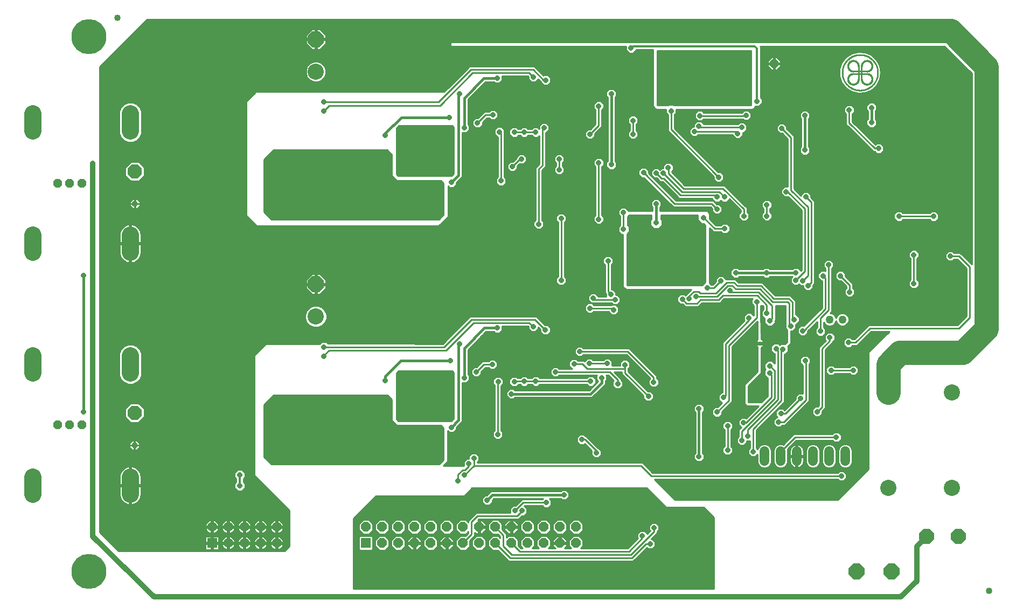
<source format=gbl>
G75*
%MOIN*%
%OFA0B0*%
%FSLAX25Y25*%
%IPPOS*%
%LPD*%
%AMOC8*
5,1,8,0,0,1.08239X$1,22.5*
%
%ADD10C,0.01000*%
%ADD11C,0.00100*%
%ADD12OC8,0.09693*%
%ADD13C,0.04000*%
%ADD14OC8,0.09055*%
%ADD15C,0.10000*%
%ADD16C,0.05906*%
%ADD17C,0.00404*%
%ADD18C,0.05000*%
%ADD19OC8,0.05315*%
%ADD20OC8,0.08600*%
%ADD21OC8,0.03543*%
%ADD22C,0.10638*%
%ADD23OC8,0.05906*%
%ADD24R,0.05906X0.05906*%
%ADD25OC8,0.10000*%
%ADD26R,0.06000X0.06000*%
%ADD27C,0.06000*%
%ADD28C,0.03200*%
%ADD29OC8,0.03175*%
%ADD30R,0.03175X0.03175*%
%ADD31C,0.02400*%
%ADD32C,0.15000*%
%ADD33C,0.01200*%
%ADD34C,0.21654*%
%ADD35C,0.01600*%
D10*
X0237207Y0076783D02*
X0237207Y0364533D01*
X0266457Y0393783D01*
X0333207Y0393783D01*
X0333207Y0348283D01*
X0327957Y0343033D01*
X0327957Y0272533D01*
X0334207Y0266033D01*
X0433207Y0266033D01*
X0433207Y0193483D01*
X0378406Y0193483D01*
X0377319Y0194571D01*
X0374596Y0194571D01*
X0373308Y0193283D01*
X0339707Y0193283D01*
X0332707Y0186283D01*
X0332707Y0111783D01*
X0354457Y0090033D01*
X0354457Y0068283D01*
X0351457Y0065283D01*
X0248707Y0065283D01*
X0237207Y0076783D01*
X0237276Y0076715D02*
X0303857Y0076715D01*
X0303855Y0076716D02*
X0304402Y0076318D01*
X0305006Y0076011D01*
X0305649Y0075802D01*
X0306156Y0075722D01*
X0306156Y0079496D01*
X0302382Y0079496D01*
X0302462Y0078989D01*
X0302671Y0078345D01*
X0302978Y0077742D01*
X0303376Y0077195D01*
X0303855Y0076716D01*
X0302999Y0077713D02*
X0237207Y0077713D01*
X0237207Y0078712D02*
X0302552Y0078712D01*
X0302382Y0080496D02*
X0306156Y0080496D01*
X0306156Y0079496D01*
X0307156Y0079496D01*
X0307156Y0075722D01*
X0307663Y0075802D01*
X0308307Y0076011D01*
X0308910Y0076318D01*
X0309457Y0076716D01*
X0309936Y0077195D01*
X0310334Y0077742D01*
X0310641Y0078345D01*
X0310850Y0078989D01*
X0310931Y0079496D01*
X0307156Y0079496D01*
X0307156Y0080496D01*
X0306156Y0080496D01*
X0306156Y0084270D01*
X0305649Y0084190D01*
X0305006Y0083981D01*
X0304402Y0083674D01*
X0303855Y0083276D01*
X0303376Y0082797D01*
X0302978Y0082250D01*
X0302671Y0081647D01*
X0302462Y0081003D01*
X0302382Y0080496D01*
X0302415Y0080709D02*
X0237207Y0080709D01*
X0237207Y0079711D02*
X0306156Y0079711D01*
X0306156Y0080709D02*
X0307156Y0080709D01*
X0307156Y0080496D02*
X0307156Y0084270D01*
X0307663Y0084190D01*
X0308307Y0083981D01*
X0308910Y0083674D01*
X0309457Y0083276D01*
X0309936Y0082797D01*
X0310334Y0082250D01*
X0310641Y0081647D01*
X0310850Y0081003D01*
X0310931Y0080496D01*
X0307156Y0080496D01*
X0307156Y0079711D02*
X0316156Y0079711D01*
X0316156Y0079496D02*
X0312382Y0079496D01*
X0312462Y0078989D01*
X0312671Y0078345D01*
X0312978Y0077742D01*
X0313376Y0077195D01*
X0313855Y0076716D01*
X0314402Y0076318D01*
X0315006Y0076011D01*
X0315649Y0075802D01*
X0316156Y0075722D01*
X0316156Y0079496D01*
X0316156Y0080496D01*
X0312382Y0080496D01*
X0312462Y0081003D01*
X0312671Y0081647D01*
X0312978Y0082250D01*
X0313376Y0082797D01*
X0313855Y0083276D01*
X0314402Y0083674D01*
X0315006Y0083981D01*
X0315649Y0084190D01*
X0316156Y0084270D01*
X0316156Y0080496D01*
X0317156Y0080496D01*
X0317156Y0084270D01*
X0317663Y0084190D01*
X0318307Y0083981D01*
X0318910Y0083674D01*
X0319457Y0083276D01*
X0319936Y0082797D01*
X0320334Y0082250D01*
X0320641Y0081647D01*
X0320850Y0081003D01*
X0320931Y0080496D01*
X0317156Y0080496D01*
X0317156Y0079496D01*
X0317156Y0075722D01*
X0317663Y0075802D01*
X0318307Y0076011D01*
X0318910Y0076318D01*
X0319457Y0076716D01*
X0319936Y0077195D01*
X0320334Y0077742D01*
X0320641Y0078345D01*
X0320850Y0078989D01*
X0320931Y0079496D01*
X0317156Y0079496D01*
X0316156Y0079496D01*
X0316156Y0078712D02*
X0317156Y0078712D01*
X0317156Y0077713D02*
X0316156Y0077713D01*
X0316156Y0076715D02*
X0317156Y0076715D01*
X0319456Y0076715D02*
X0323857Y0076715D01*
X0323855Y0076716D02*
X0324402Y0076318D01*
X0325006Y0076011D01*
X0325649Y0075802D01*
X0326156Y0075722D01*
X0326156Y0079496D01*
X0322382Y0079496D01*
X0322462Y0078989D01*
X0322671Y0078345D01*
X0322978Y0077742D01*
X0323376Y0077195D01*
X0323855Y0076716D01*
X0322999Y0077713D02*
X0320313Y0077713D01*
X0320760Y0078712D02*
X0322552Y0078712D01*
X0322382Y0080496D02*
X0326156Y0080496D01*
X0326156Y0079496D01*
X0327156Y0079496D01*
X0327156Y0075722D01*
X0327663Y0075802D01*
X0328307Y0076011D01*
X0328910Y0076318D01*
X0329457Y0076716D01*
X0329936Y0077195D01*
X0330334Y0077742D01*
X0330641Y0078345D01*
X0330850Y0078989D01*
X0330931Y0079496D01*
X0327156Y0079496D01*
X0327156Y0080496D01*
X0326156Y0080496D01*
X0326156Y0084270D01*
X0325649Y0084190D01*
X0325006Y0083981D01*
X0324402Y0083674D01*
X0323855Y0083276D01*
X0323376Y0082797D01*
X0322978Y0082250D01*
X0322671Y0081647D01*
X0322462Y0081003D01*
X0322382Y0080496D01*
X0322415Y0080709D02*
X0320897Y0080709D01*
X0320610Y0081708D02*
X0322702Y0081708D01*
X0323310Y0082706D02*
X0320002Y0082706D01*
X0318849Y0083705D02*
X0324463Y0083705D01*
X0326156Y0083705D02*
X0327156Y0083705D01*
X0327156Y0084270D02*
X0327156Y0080496D01*
X0330931Y0080496D01*
X0330850Y0081003D01*
X0330641Y0081647D01*
X0330334Y0082250D01*
X0329936Y0082797D01*
X0329457Y0083276D01*
X0328910Y0083674D01*
X0328307Y0083981D01*
X0327663Y0084190D01*
X0327156Y0084270D01*
X0327156Y0082706D02*
X0326156Y0082706D01*
X0326156Y0081708D02*
X0327156Y0081708D01*
X0327156Y0080709D02*
X0326156Y0080709D01*
X0326156Y0079711D02*
X0317156Y0079711D01*
X0317156Y0080709D02*
X0316156Y0080709D01*
X0316156Y0081708D02*
X0317156Y0081708D01*
X0317156Y0082706D02*
X0316156Y0082706D01*
X0316156Y0083705D02*
X0317156Y0083705D01*
X0314463Y0083705D02*
X0308849Y0083705D01*
X0310002Y0082706D02*
X0313310Y0082706D01*
X0312702Y0081708D02*
X0310610Y0081708D01*
X0310897Y0080709D02*
X0312415Y0080709D01*
X0312552Y0078712D02*
X0310760Y0078712D01*
X0310313Y0077713D02*
X0312999Y0077713D01*
X0313857Y0076715D02*
X0309456Y0076715D01*
X0307156Y0076715D02*
X0306156Y0076715D01*
X0306156Y0077713D02*
X0307156Y0077713D01*
X0307156Y0078712D02*
X0306156Y0078712D01*
X0306156Y0081708D02*
X0307156Y0081708D01*
X0307156Y0082706D02*
X0306156Y0082706D01*
X0306156Y0083705D02*
X0307156Y0083705D01*
X0304463Y0083705D02*
X0237207Y0083705D01*
X0237207Y0084703D02*
X0354457Y0084703D01*
X0354457Y0083705D02*
X0348849Y0083705D01*
X0348910Y0083674D02*
X0348307Y0083981D01*
X0347663Y0084190D01*
X0347156Y0084270D01*
X0347156Y0080496D01*
X0346156Y0080496D01*
X0346156Y0079496D01*
X0342382Y0079496D01*
X0342462Y0078989D01*
X0342671Y0078345D01*
X0342978Y0077742D01*
X0343376Y0077195D01*
X0343855Y0076716D01*
X0344402Y0076318D01*
X0345006Y0076011D01*
X0345649Y0075802D01*
X0346156Y0075722D01*
X0346156Y0079496D01*
X0347156Y0079496D01*
X0347156Y0075722D01*
X0347663Y0075802D01*
X0348307Y0076011D01*
X0348910Y0076318D01*
X0349457Y0076716D01*
X0349936Y0077195D01*
X0350334Y0077742D01*
X0350641Y0078345D01*
X0350850Y0078989D01*
X0350931Y0079496D01*
X0347156Y0079496D01*
X0347156Y0080496D01*
X0350931Y0080496D01*
X0350850Y0081003D01*
X0350641Y0081647D01*
X0350334Y0082250D01*
X0349936Y0082797D01*
X0349457Y0083276D01*
X0348910Y0083674D01*
X0350002Y0082706D02*
X0354457Y0082706D01*
X0354457Y0081708D02*
X0350610Y0081708D01*
X0350897Y0080709D02*
X0354457Y0080709D01*
X0354457Y0079711D02*
X0347156Y0079711D01*
X0347156Y0080709D02*
X0346156Y0080709D01*
X0346156Y0080496D02*
X0346156Y0084270D01*
X0345649Y0084190D01*
X0345006Y0083981D01*
X0344402Y0083674D01*
X0343855Y0083276D01*
X0343376Y0082797D01*
X0342978Y0082250D01*
X0342671Y0081647D01*
X0342462Y0081003D01*
X0342382Y0080496D01*
X0346156Y0080496D01*
X0346156Y0079711D02*
X0337156Y0079711D01*
X0337156Y0079496D02*
X0337156Y0080496D01*
X0336156Y0080496D01*
X0336156Y0079496D01*
X0332382Y0079496D01*
X0332462Y0078989D01*
X0332671Y0078345D01*
X0332978Y0077742D01*
X0333376Y0077195D01*
X0333855Y0076716D01*
X0334402Y0076318D01*
X0335006Y0076011D01*
X0335649Y0075802D01*
X0336156Y0075722D01*
X0336156Y0079496D01*
X0337156Y0079496D01*
X0337156Y0075722D01*
X0337663Y0075802D01*
X0338307Y0076011D01*
X0338910Y0076318D01*
X0339457Y0076716D01*
X0339936Y0077195D01*
X0340334Y0077742D01*
X0340641Y0078345D01*
X0340850Y0078989D01*
X0340931Y0079496D01*
X0337156Y0079496D01*
X0337156Y0078712D02*
X0336156Y0078712D01*
X0336156Y0077713D02*
X0337156Y0077713D01*
X0337156Y0076715D02*
X0336156Y0076715D01*
X0333857Y0076715D02*
X0329456Y0076715D01*
X0330313Y0077713D02*
X0332999Y0077713D01*
X0332552Y0078712D02*
X0330760Y0078712D01*
X0330897Y0080709D02*
X0332415Y0080709D01*
X0332382Y0080496D02*
X0336156Y0080496D01*
X0336156Y0084270D01*
X0335649Y0084190D01*
X0335006Y0083981D01*
X0334402Y0083674D01*
X0333855Y0083276D01*
X0333376Y0082797D01*
X0332978Y0082250D01*
X0332671Y0081647D01*
X0332462Y0081003D01*
X0332382Y0080496D01*
X0332702Y0081708D02*
X0330610Y0081708D01*
X0330002Y0082706D02*
X0333310Y0082706D01*
X0334463Y0083705D02*
X0328849Y0083705D01*
X0327156Y0079711D02*
X0336156Y0079711D01*
X0336156Y0080709D02*
X0337156Y0080709D01*
X0337156Y0080496D02*
X0337156Y0084270D01*
X0337663Y0084190D01*
X0338307Y0083981D01*
X0338910Y0083674D01*
X0339457Y0083276D01*
X0339936Y0082797D01*
X0340334Y0082250D01*
X0340641Y0081647D01*
X0340850Y0081003D01*
X0340931Y0080496D01*
X0337156Y0080496D01*
X0337156Y0081708D02*
X0336156Y0081708D01*
X0336156Y0082706D02*
X0337156Y0082706D01*
X0337156Y0083705D02*
X0336156Y0083705D01*
X0338849Y0083705D02*
X0344463Y0083705D01*
X0343310Y0082706D02*
X0340002Y0082706D01*
X0340610Y0081708D02*
X0342702Y0081708D01*
X0342415Y0080709D02*
X0340897Y0080709D01*
X0340760Y0078712D02*
X0342552Y0078712D01*
X0342999Y0077713D02*
X0340313Y0077713D01*
X0339456Y0076715D02*
X0343857Y0076715D01*
X0346156Y0076715D02*
X0347156Y0076715D01*
X0347156Y0077713D02*
X0346156Y0077713D01*
X0346156Y0078712D02*
X0347156Y0078712D01*
X0347156Y0081708D02*
X0346156Y0081708D01*
X0346156Y0082706D02*
X0347156Y0082706D01*
X0347156Y0083705D02*
X0346156Y0083705D01*
X0350760Y0078712D02*
X0354457Y0078712D01*
X0354457Y0077713D02*
X0350313Y0077713D01*
X0349456Y0076715D02*
X0354457Y0076715D01*
X0354457Y0075716D02*
X0238274Y0075716D01*
X0239273Y0074718D02*
X0354457Y0074718D01*
X0354457Y0073719D02*
X0348820Y0073719D01*
X0348910Y0073674D02*
X0348307Y0073981D01*
X0347663Y0074190D01*
X0347156Y0074270D01*
X0347156Y0070496D01*
X0346156Y0070496D01*
X0346156Y0069496D01*
X0342382Y0069496D01*
X0342462Y0068989D01*
X0342671Y0068345D01*
X0342978Y0067742D01*
X0343376Y0067195D01*
X0343855Y0066716D01*
X0344402Y0066318D01*
X0345006Y0066011D01*
X0345649Y0065802D01*
X0346156Y0065722D01*
X0346156Y0069496D01*
X0347156Y0069496D01*
X0347156Y0065722D01*
X0347663Y0065802D01*
X0348307Y0066011D01*
X0348910Y0066318D01*
X0349457Y0066716D01*
X0349936Y0067195D01*
X0350334Y0067742D01*
X0350641Y0068345D01*
X0350850Y0068989D01*
X0350931Y0069496D01*
X0347156Y0069496D01*
X0347156Y0070496D01*
X0350931Y0070496D01*
X0350850Y0071003D01*
X0350641Y0071647D01*
X0350334Y0072250D01*
X0349936Y0072797D01*
X0349457Y0073276D01*
X0348910Y0073674D01*
X0349992Y0072721D02*
X0354457Y0072721D01*
X0354457Y0071722D02*
X0350603Y0071722D01*
X0350894Y0070724D02*
X0354457Y0070724D01*
X0354457Y0069725D02*
X0347156Y0069725D01*
X0347156Y0068727D02*
X0346156Y0068727D01*
X0346156Y0069725D02*
X0337156Y0069725D01*
X0337156Y0069496D02*
X0337156Y0070496D01*
X0336156Y0070496D01*
X0336156Y0069496D01*
X0332382Y0069496D01*
X0332462Y0068989D01*
X0332671Y0068345D01*
X0332978Y0067742D01*
X0333376Y0067195D01*
X0333855Y0066716D01*
X0334402Y0066318D01*
X0335006Y0066011D01*
X0335649Y0065802D01*
X0336156Y0065722D01*
X0336156Y0069496D01*
X0337156Y0069496D01*
X0337156Y0065722D01*
X0337663Y0065802D01*
X0338307Y0066011D01*
X0338910Y0066318D01*
X0339457Y0066716D01*
X0339936Y0067195D01*
X0340334Y0067742D01*
X0340641Y0068345D01*
X0340850Y0068989D01*
X0340931Y0069496D01*
X0337156Y0069496D01*
X0337156Y0068727D02*
X0336156Y0068727D01*
X0336156Y0069725D02*
X0327156Y0069725D01*
X0327156Y0069496D02*
X0327156Y0070496D01*
X0326156Y0070496D01*
X0326156Y0069496D01*
X0322382Y0069496D01*
X0322462Y0068989D01*
X0322671Y0068345D01*
X0322978Y0067742D01*
X0323376Y0067195D01*
X0323855Y0066716D01*
X0324402Y0066318D01*
X0325006Y0066011D01*
X0325649Y0065802D01*
X0326156Y0065722D01*
X0326156Y0069496D01*
X0327156Y0069496D01*
X0327156Y0065722D01*
X0327663Y0065802D01*
X0328307Y0066011D01*
X0328910Y0066318D01*
X0329457Y0066716D01*
X0329936Y0067195D01*
X0330334Y0067742D01*
X0330641Y0068345D01*
X0330850Y0068989D01*
X0330931Y0069496D01*
X0327156Y0069496D01*
X0327156Y0068727D02*
X0326156Y0068727D01*
X0326156Y0069725D02*
X0317156Y0069725D01*
X0317156Y0069496D02*
X0317156Y0070496D01*
X0316156Y0070496D01*
X0316156Y0069496D01*
X0312382Y0069496D01*
X0312462Y0068989D01*
X0312671Y0068345D01*
X0312978Y0067742D01*
X0313376Y0067195D01*
X0313855Y0066716D01*
X0314402Y0066318D01*
X0315006Y0066011D01*
X0315649Y0065802D01*
X0316156Y0065722D01*
X0316156Y0069496D01*
X0317156Y0069496D01*
X0317156Y0065722D01*
X0317663Y0065802D01*
X0318307Y0066011D01*
X0318910Y0066318D01*
X0319457Y0066716D01*
X0319936Y0067195D01*
X0320334Y0067742D01*
X0320641Y0068345D01*
X0320850Y0068989D01*
X0320931Y0069496D01*
X0317156Y0069496D01*
X0317156Y0068727D02*
X0316156Y0068727D01*
X0316156Y0069725D02*
X0307156Y0069725D01*
X0307156Y0069496D02*
X0307156Y0070496D01*
X0306156Y0070496D01*
X0306156Y0069496D01*
X0302356Y0069496D01*
X0302356Y0066825D01*
X0302445Y0066494D01*
X0302616Y0066198D01*
X0302858Y0065956D01*
X0303154Y0065785D01*
X0303485Y0065696D01*
X0306156Y0065696D01*
X0306156Y0069496D01*
X0307156Y0069496D01*
X0307156Y0065696D01*
X0309827Y0065696D01*
X0310158Y0065785D01*
X0310454Y0065956D01*
X0310696Y0066198D01*
X0310868Y0066494D01*
X0310956Y0066825D01*
X0310956Y0069496D01*
X0307156Y0069496D01*
X0307156Y0068727D02*
X0306156Y0068727D01*
X0306156Y0069725D02*
X0244265Y0069725D01*
X0245264Y0068727D02*
X0302356Y0068727D01*
X0302356Y0067728D02*
X0246262Y0067728D01*
X0247261Y0066730D02*
X0302382Y0066730D01*
X0303353Y0065731D02*
X0248259Y0065731D01*
X0243267Y0070724D02*
X0302356Y0070724D01*
X0302356Y0070496D02*
X0302356Y0073167D01*
X0302445Y0073498D01*
X0302616Y0073794D01*
X0302858Y0074036D01*
X0303154Y0074207D01*
X0303485Y0074296D01*
X0306156Y0074296D01*
X0306156Y0070496D01*
X0302356Y0070496D01*
X0302356Y0071722D02*
X0242268Y0071722D01*
X0241270Y0072721D02*
X0302356Y0072721D01*
X0302573Y0073719D02*
X0240271Y0073719D01*
X0237207Y0081708D02*
X0302702Y0081708D01*
X0303310Y0082706D02*
X0237207Y0082706D01*
X0237207Y0085702D02*
X0354457Y0085702D01*
X0354457Y0086700D02*
X0237207Y0086700D01*
X0237207Y0087699D02*
X0354457Y0087699D01*
X0354457Y0088697D02*
X0237207Y0088697D01*
X0237207Y0089696D02*
X0354457Y0089696D01*
X0353797Y0090694D02*
X0237207Y0090694D01*
X0237207Y0091693D02*
X0352798Y0091693D01*
X0351800Y0092691D02*
X0237207Y0092691D01*
X0237207Y0093690D02*
X0255361Y0093690D01*
X0255605Y0093690D02*
X0256605Y0093690D01*
X0256605Y0093658D02*
X0257399Y0093762D01*
X0258237Y0093987D01*
X0259039Y0094319D01*
X0259790Y0094752D01*
X0260478Y0095281D01*
X0261092Y0095894D01*
X0261620Y0096583D01*
X0262054Y0097334D01*
X0262386Y0098136D01*
X0262611Y0098974D01*
X0262724Y0099834D01*
X0262724Y0105087D01*
X0256605Y0105087D01*
X0256605Y0106087D01*
X0255605Y0106087D01*
X0255605Y0117516D01*
X0254811Y0117411D01*
X0253973Y0117187D01*
X0253171Y0116855D01*
X0252420Y0116421D01*
X0251731Y0115893D01*
X0251118Y0115279D01*
X0250590Y0114591D01*
X0250156Y0113839D01*
X0249824Y0113038D01*
X0249599Y0112200D01*
X0249486Y0111339D01*
X0249486Y0106087D01*
X0255605Y0106087D01*
X0255605Y0105087D01*
X0249486Y0105087D01*
X0249486Y0099834D01*
X0249599Y0098974D01*
X0249824Y0098136D01*
X0250156Y0097334D01*
X0250590Y0096583D01*
X0251118Y0095894D01*
X0251731Y0095281D01*
X0252420Y0094752D01*
X0253171Y0094319D01*
X0253973Y0093987D01*
X0254811Y0093762D01*
X0255605Y0093658D01*
X0255605Y0105087D01*
X0256605Y0105087D01*
X0256605Y0093658D01*
X0256849Y0093690D02*
X0350801Y0093690D01*
X0349803Y0094688D02*
X0259679Y0094688D01*
X0260884Y0095687D02*
X0348804Y0095687D01*
X0347806Y0096685D02*
X0261679Y0096685D01*
X0262199Y0097684D02*
X0346807Y0097684D01*
X0345809Y0098682D02*
X0262533Y0098682D01*
X0262704Y0099681D02*
X0344810Y0099681D01*
X0343812Y0100679D02*
X0262724Y0100679D01*
X0262724Y0101678D02*
X0342813Y0101678D01*
X0341815Y0102676D02*
X0325499Y0102676D01*
X0325069Y0102246D02*
X0326995Y0104172D01*
X0326995Y0106895D01*
X0326007Y0107883D01*
X0326007Y0109684D01*
X0326995Y0110672D01*
X0326995Y0113395D01*
X0325069Y0115321D01*
X0322346Y0115321D01*
X0320420Y0113395D01*
X0320420Y0110672D01*
X0321407Y0109684D01*
X0321407Y0107883D01*
X0320420Y0106895D01*
X0320420Y0104172D01*
X0322346Y0102246D01*
X0325069Y0102246D01*
X0326498Y0103675D02*
X0340816Y0103675D01*
X0339818Y0104673D02*
X0326995Y0104673D01*
X0326995Y0105672D02*
X0338819Y0105672D01*
X0337820Y0106670D02*
X0326995Y0106670D01*
X0326221Y0107669D02*
X0336822Y0107669D01*
X0335823Y0108667D02*
X0326007Y0108667D01*
X0326007Y0109666D02*
X0334825Y0109666D01*
X0333826Y0110664D02*
X0326987Y0110664D01*
X0326995Y0111663D02*
X0332828Y0111663D01*
X0332707Y0112661D02*
X0326995Y0112661D01*
X0326730Y0113660D02*
X0332707Y0113660D01*
X0332707Y0114658D02*
X0325731Y0114658D01*
X0321683Y0114658D02*
X0261568Y0114658D01*
X0261620Y0114591D02*
X0261092Y0115279D01*
X0260478Y0115893D01*
X0259790Y0116421D01*
X0259039Y0116855D01*
X0258237Y0117187D01*
X0257399Y0117411D01*
X0256605Y0117516D01*
X0256605Y0106087D01*
X0262724Y0106087D01*
X0262724Y0111339D01*
X0262611Y0112200D01*
X0262386Y0113038D01*
X0262054Y0113839D01*
X0261620Y0114591D01*
X0262128Y0113660D02*
X0320685Y0113660D01*
X0320420Y0112661D02*
X0262487Y0112661D01*
X0262681Y0111663D02*
X0320420Y0111663D01*
X0320427Y0110664D02*
X0262724Y0110664D01*
X0262724Y0109666D02*
X0321407Y0109666D01*
X0321407Y0108667D02*
X0262724Y0108667D01*
X0262724Y0107669D02*
X0321194Y0107669D01*
X0320420Y0106670D02*
X0262724Y0106670D01*
X0262724Y0104673D02*
X0320420Y0104673D01*
X0320420Y0105672D02*
X0256605Y0105672D01*
X0256605Y0106670D02*
X0255605Y0106670D01*
X0255605Y0105672D02*
X0237207Y0105672D01*
X0237207Y0106670D02*
X0249486Y0106670D01*
X0249486Y0107669D02*
X0237207Y0107669D01*
X0237207Y0108667D02*
X0249486Y0108667D01*
X0249486Y0109666D02*
X0237207Y0109666D01*
X0237207Y0110664D02*
X0249486Y0110664D01*
X0249529Y0111663D02*
X0237207Y0111663D01*
X0237207Y0112661D02*
X0249723Y0112661D01*
X0250082Y0113660D02*
X0237207Y0113660D01*
X0237207Y0114658D02*
X0250642Y0114658D01*
X0251496Y0115657D02*
X0237207Y0115657D01*
X0237207Y0116655D02*
X0252826Y0116655D01*
X0255605Y0116655D02*
X0256605Y0116655D01*
X0256605Y0115657D02*
X0255605Y0115657D01*
X0255605Y0114658D02*
X0256605Y0114658D01*
X0256605Y0113660D02*
X0255605Y0113660D01*
X0255605Y0112661D02*
X0256605Y0112661D01*
X0256605Y0111663D02*
X0255605Y0111663D01*
X0255605Y0110664D02*
X0256605Y0110664D01*
X0256605Y0109666D02*
X0255605Y0109666D01*
X0255605Y0108667D02*
X0256605Y0108667D01*
X0256605Y0107669D02*
X0255605Y0107669D01*
X0255605Y0104673D02*
X0256605Y0104673D01*
X0256605Y0103675D02*
X0255605Y0103675D01*
X0255605Y0102676D02*
X0256605Y0102676D01*
X0256605Y0101678D02*
X0255605Y0101678D01*
X0255605Y0100679D02*
X0256605Y0100679D01*
X0256605Y0099681D02*
X0255605Y0099681D01*
X0255605Y0098682D02*
X0256605Y0098682D01*
X0256605Y0097684D02*
X0255605Y0097684D01*
X0255605Y0096685D02*
X0256605Y0096685D01*
X0256605Y0095687D02*
X0255605Y0095687D01*
X0255605Y0094688D02*
X0256605Y0094688D01*
X0252531Y0094688D02*
X0237207Y0094688D01*
X0237207Y0095687D02*
X0251325Y0095687D01*
X0250530Y0096685D02*
X0237207Y0096685D01*
X0237207Y0097684D02*
X0250011Y0097684D01*
X0249677Y0098682D02*
X0237207Y0098682D01*
X0237207Y0099681D02*
X0249506Y0099681D01*
X0249486Y0100679D02*
X0237207Y0100679D01*
X0237207Y0101678D02*
X0249486Y0101678D01*
X0249486Y0102676D02*
X0237207Y0102676D01*
X0237207Y0103675D02*
X0249486Y0103675D01*
X0249486Y0104673D02*
X0237207Y0104673D01*
X0237207Y0117654D02*
X0332707Y0117654D01*
X0332707Y0118652D02*
X0237207Y0118652D01*
X0237207Y0119651D02*
X0332707Y0119651D01*
X0332707Y0120649D02*
X0237207Y0120649D01*
X0237207Y0121648D02*
X0332707Y0121648D01*
X0332707Y0122647D02*
X0237207Y0122647D01*
X0237207Y0123645D02*
X0332707Y0123645D01*
X0332707Y0124644D02*
X0237207Y0124644D01*
X0237207Y0125642D02*
X0332707Y0125642D01*
X0332707Y0126641D02*
X0237207Y0126641D01*
X0237207Y0127639D02*
X0257258Y0127639D01*
X0257435Y0127462D02*
X0255636Y0129261D01*
X0255636Y0130443D01*
X0258617Y0130443D01*
X0258798Y0130443D01*
X0258798Y0130624D01*
X0261779Y0130624D01*
X0261779Y0131806D01*
X0259980Y0133605D01*
X0258798Y0133605D01*
X0258798Y0130624D01*
X0258617Y0130624D01*
X0258617Y0133605D01*
X0257435Y0133605D01*
X0255636Y0131806D01*
X0255636Y0130624D01*
X0258617Y0130624D01*
X0258617Y0130443D01*
X0258617Y0127462D01*
X0257435Y0127462D01*
X0258617Y0127639D02*
X0258798Y0127639D01*
X0258798Y0127462D02*
X0259980Y0127462D01*
X0261779Y0129261D01*
X0261779Y0130443D01*
X0258798Y0130443D01*
X0258798Y0127462D01*
X0258798Y0128638D02*
X0258617Y0128638D01*
X0258617Y0129636D02*
X0258798Y0129636D01*
X0258798Y0130635D02*
X0258617Y0130635D01*
X0258617Y0131633D02*
X0258798Y0131633D01*
X0258798Y0132632D02*
X0258617Y0132632D01*
X0256462Y0132632D02*
X0237207Y0132632D01*
X0237207Y0133630D02*
X0332707Y0133630D01*
X0332707Y0132632D02*
X0260953Y0132632D01*
X0261779Y0131633D02*
X0332707Y0131633D01*
X0332707Y0130635D02*
X0261779Y0130635D01*
X0261779Y0129636D02*
X0332707Y0129636D01*
X0332707Y0128638D02*
X0261155Y0128638D01*
X0260157Y0127639D02*
X0332707Y0127639D01*
X0338957Y0127639D02*
X0449957Y0127639D01*
X0449957Y0126641D02*
X0338957Y0126641D01*
X0338957Y0125642D02*
X0449957Y0125642D01*
X0449957Y0124644D02*
X0338957Y0124644D01*
X0338957Y0123645D02*
X0449957Y0123645D01*
X0449957Y0122647D02*
X0339594Y0122647D01*
X0338957Y0123283D02*
X0338957Y0155533D01*
X0344957Y0161533D01*
X0415207Y0161533D01*
X0417957Y0158783D01*
X0417957Y0145783D01*
X0420957Y0142783D01*
X0448207Y0142783D01*
X0449957Y0141033D01*
X0449957Y0121533D01*
X0447207Y0118783D01*
X0343457Y0118783D01*
X0338957Y0123283D01*
X0340593Y0121648D02*
X0449957Y0121648D01*
X0449073Y0120649D02*
X0341591Y0120649D01*
X0342590Y0119651D02*
X0448075Y0119651D01*
X0449884Y0117783D02*
X0452162Y0120061D01*
X0452557Y0121016D01*
X0452557Y0139317D01*
X0453429Y0138446D01*
X0455986Y0138446D01*
X0457795Y0140255D01*
X0457795Y0141368D01*
X0461507Y0145081D01*
X0461507Y0169196D01*
X0463986Y0169196D01*
X0465795Y0171005D01*
X0465795Y0173562D01*
X0465007Y0174350D01*
X0465007Y0189581D01*
X0476160Y0200733D01*
X0481141Y0200733D01*
X0481929Y0199946D01*
X0484486Y0199946D01*
X0486295Y0201755D01*
X0486295Y0204283D01*
X0502129Y0204283D01*
X0502370Y0204042D01*
X0502370Y0202505D01*
X0504179Y0200696D01*
X0506736Y0200696D01*
X0508545Y0202505D01*
X0508545Y0203368D01*
X0509870Y0202042D01*
X0509870Y0200505D01*
X0511679Y0198696D01*
X0514236Y0198696D01*
X0516045Y0200505D01*
X0516045Y0203062D01*
X0514236Y0204871D01*
X0512698Y0204871D01*
X0508457Y0209112D01*
X0507286Y0210283D01*
X0466379Y0210283D01*
X0465207Y0209112D01*
X0449379Y0193283D01*
X0432207Y0193283D01*
X0432207Y0266033D01*
X0446957Y0266033D01*
X0452707Y0271783D01*
X0452707Y0290667D01*
X0453429Y0289946D01*
X0455986Y0289946D01*
X0457795Y0291755D01*
X0457795Y0292868D01*
X0461507Y0296581D01*
X0461507Y0323696D01*
X0463986Y0323696D01*
X0465795Y0325505D01*
X0465795Y0328062D01*
X0465007Y0328850D01*
X0465007Y0344331D01*
X0475910Y0355233D01*
X0481141Y0355233D01*
X0481929Y0354446D01*
X0484486Y0354446D01*
X0486295Y0356255D01*
X0486295Y0358783D01*
X0502129Y0358783D01*
X0502370Y0358542D01*
X0502370Y0357005D01*
X0504179Y0355196D01*
X0506736Y0355196D01*
X0508476Y0356936D01*
X0509957Y0355455D01*
X0510120Y0355292D01*
X0510120Y0355005D01*
X0511929Y0353196D01*
X0514486Y0353196D01*
X0516295Y0355005D01*
X0516295Y0357562D01*
X0514486Y0359371D01*
X0511929Y0359371D01*
X0511813Y0359256D01*
X0506286Y0364783D01*
X0465879Y0364783D01*
X0464707Y0363612D01*
X0452707Y0351612D01*
X0452707Y0377033D01*
X0562870Y0377033D01*
X0562870Y0374755D01*
X0564679Y0372946D01*
X0567236Y0372946D01*
X0569045Y0374755D01*
X0569045Y0375183D01*
X0579607Y0375183D01*
X0579607Y0340266D01*
X0580003Y0339311D01*
X0580735Y0338579D01*
X0581690Y0338183D01*
X0587620Y0338183D01*
X0587620Y0336005D01*
X0588707Y0334917D01*
X0588707Y0324955D01*
X0617120Y0296542D01*
X0617120Y0295005D01*
X0618929Y0293196D01*
X0621486Y0293196D01*
X0623295Y0295005D01*
X0623295Y0297562D01*
X0621486Y0299371D01*
X0619948Y0299371D01*
X0592707Y0326612D01*
X0592707Y0334917D01*
X0593795Y0336005D01*
X0593795Y0338183D01*
X0640725Y0338183D01*
X0641680Y0338579D01*
X0642412Y0339311D01*
X0642778Y0340196D01*
X0645236Y0340196D01*
X0647045Y0342005D01*
X0647045Y0344562D01*
X0646057Y0345550D01*
X0646057Y0376653D01*
X0645677Y0377033D01*
X0759707Y0377033D01*
X0776707Y0360533D01*
X0776707Y0242362D01*
X0769536Y0249533D01*
X0765824Y0249533D01*
X0764736Y0250621D01*
X0762179Y0250621D01*
X0760370Y0248812D01*
X0760370Y0246255D01*
X0762179Y0244446D01*
X0764736Y0244446D01*
X0765824Y0245533D01*
X0767879Y0245533D01*
X0773457Y0239955D01*
X0773457Y0210362D01*
X0767879Y0204783D01*
X0712879Y0204783D01*
X0704129Y0196033D01*
X0702824Y0196033D01*
X0701736Y0197121D01*
X0699179Y0197121D01*
X0697370Y0195312D01*
X0697370Y0192755D01*
X0699179Y0190946D01*
X0701736Y0190946D01*
X0702824Y0192033D01*
X0705786Y0192033D01*
X0714536Y0200783D01*
X0725707Y0200783D01*
X0712957Y0188033D01*
X0712957Y0115783D01*
X0693707Y0096783D01*
X0593207Y0096783D01*
X0580457Y0109533D01*
X0693841Y0109533D01*
X0694929Y0108446D01*
X0697486Y0108446D01*
X0699295Y0110255D01*
X0699295Y0112812D01*
X0697486Y0114621D01*
X0694929Y0114621D01*
X0693841Y0113533D01*
X0579286Y0113533D01*
X0573036Y0119783D01*
X0470707Y0119783D01*
X0470707Y0120167D01*
X0471795Y0121255D01*
X0471795Y0123812D01*
X0469986Y0125621D01*
X0467429Y0125621D01*
X0465620Y0123812D01*
X0465620Y0122121D01*
X0464179Y0122121D01*
X0462370Y0120312D01*
X0462370Y0117783D01*
X0449884Y0117783D01*
X0450753Y0118652D02*
X0462370Y0118652D01*
X0462370Y0119651D02*
X0451752Y0119651D01*
X0452405Y0120649D02*
X0462707Y0120649D01*
X0463706Y0121648D02*
X0452557Y0121648D01*
X0452557Y0122647D02*
X0465620Y0122647D01*
X0465620Y0123645D02*
X0452557Y0123645D01*
X0452557Y0124644D02*
X0466451Y0124644D01*
X0468707Y0122533D02*
X0468707Y0117783D01*
X0462957Y0112033D01*
X0463207Y0115283D02*
X0461707Y0115283D01*
X0458957Y0112533D01*
X0458957Y0108533D01*
X0465102Y0101678D02*
X0478849Y0101678D01*
X0479255Y0102083D02*
X0477907Y0100736D01*
X0476792Y0099621D01*
X0475679Y0099621D01*
X0473870Y0097812D01*
X0473870Y0095255D01*
X0475679Y0093446D01*
X0478236Y0093446D01*
X0480045Y0095255D01*
X0480045Y0096368D01*
X0481160Y0097483D01*
X0511541Y0097483D01*
X0511091Y0097033D01*
X0498379Y0097033D01*
X0494466Y0093121D01*
X0492929Y0093121D01*
X0491120Y0091312D01*
X0491120Y0088783D01*
X0470129Y0088783D01*
X0466379Y0085033D01*
X0465207Y0083862D01*
X0465207Y0082939D01*
X0463697Y0084449D01*
X0460009Y0084449D01*
X0457400Y0081840D01*
X0457400Y0078152D01*
X0460009Y0075543D01*
X0463697Y0075543D01*
X0465207Y0077053D01*
X0465207Y0076179D01*
X0463477Y0074449D01*
X0460009Y0074449D01*
X0457400Y0071840D01*
X0457400Y0068152D01*
X0460009Y0065543D01*
X0463697Y0065543D01*
X0466306Y0068152D01*
X0466306Y0071620D01*
X0469207Y0074522D01*
X0469207Y0076627D01*
X0470091Y0075743D01*
X0471369Y0075743D01*
X0471369Y0079512D01*
X0472337Y0079512D01*
X0472337Y0075743D01*
X0473615Y0075743D01*
X0476106Y0078235D01*
X0476106Y0079512D01*
X0472337Y0079512D01*
X0472337Y0080480D01*
X0471369Y0080480D01*
X0471369Y0084249D01*
X0471251Y0084249D01*
X0471786Y0084783D01*
X0496286Y0084783D01*
X0497457Y0085955D01*
X0498448Y0086946D01*
X0499736Y0086946D01*
X0501545Y0088755D01*
X0501545Y0091312D01*
X0499930Y0092927D01*
X0500036Y0093033D01*
X0511091Y0093033D01*
X0512179Y0091946D01*
X0514736Y0091946D01*
X0516545Y0093755D01*
X0516545Y0096312D01*
X0515374Y0097483D01*
X0522391Y0097483D01*
X0523179Y0096696D01*
X0525736Y0096696D01*
X0527545Y0098505D01*
X0527545Y0101062D01*
X0525736Y0102871D01*
X0523179Y0102871D01*
X0522391Y0102083D01*
X0479255Y0102083D01*
X0477850Y0100679D02*
X0464103Y0100679D01*
X0463105Y0099681D02*
X0476852Y0099681D01*
X0474740Y0098682D02*
X0407606Y0098682D01*
X0408207Y0099283D02*
X0462707Y0099283D01*
X0467457Y0104033D01*
X0575457Y0104033D01*
X0587457Y0092033D01*
X0610957Y0092033D01*
X0617207Y0085783D01*
X0617207Y0041783D01*
X0394207Y0041783D01*
X0394207Y0085283D01*
X0408207Y0099283D01*
X0406608Y0097684D02*
X0473870Y0097684D01*
X0473870Y0096685D02*
X0405609Y0096685D01*
X0404611Y0095687D02*
X0473870Y0095687D01*
X0474436Y0094688D02*
X0403612Y0094688D01*
X0402614Y0093690D02*
X0475435Y0093690D01*
X0478480Y0093690D02*
X0495035Y0093690D01*
X0496034Y0094688D02*
X0479478Y0094688D01*
X0480045Y0095687D02*
X0497032Y0095687D01*
X0498031Y0096685D02*
X0480362Y0096685D01*
X0491500Y0091693D02*
X0400617Y0091693D01*
X0401615Y0092691D02*
X0492499Y0092691D01*
X0491120Y0090694D02*
X0399618Y0090694D01*
X0398620Y0089696D02*
X0491120Y0089696D01*
X0494207Y0090033D02*
X0499207Y0095033D01*
X0513457Y0095033D01*
X0511433Y0092691D02*
X0500166Y0092691D01*
X0501164Y0091693D02*
X0611298Y0091693D01*
X0612297Y0090694D02*
X0501545Y0090694D01*
X0501545Y0089696D02*
X0613295Y0089696D01*
X0614294Y0088697D02*
X0501487Y0088697D01*
X0500489Y0087699D02*
X0615292Y0087699D01*
X0616291Y0086700D02*
X0498202Y0086700D01*
X0497204Y0085702D02*
X0617207Y0085702D01*
X0617207Y0084703D02*
X0471705Y0084703D01*
X0472337Y0084249D02*
X0472337Y0080480D01*
X0476106Y0080480D01*
X0476106Y0081758D01*
X0473615Y0084249D01*
X0472337Y0084249D01*
X0472337Y0083705D02*
X0471369Y0083705D01*
X0471369Y0082706D02*
X0472337Y0082706D01*
X0472337Y0081708D02*
X0471369Y0081708D01*
X0471369Y0080709D02*
X0472337Y0080709D01*
X0472337Y0079711D02*
X0477400Y0079711D01*
X0477400Y0080709D02*
X0476106Y0080709D01*
X0476106Y0081708D02*
X0477400Y0081708D01*
X0477400Y0081840D02*
X0477400Y0078152D01*
X0480009Y0075543D01*
X0483477Y0075543D01*
X0484957Y0074063D01*
X0484957Y0073189D01*
X0483697Y0074449D01*
X0480009Y0074449D01*
X0477400Y0071840D01*
X0477400Y0068152D01*
X0480009Y0065543D01*
X0483477Y0065543D01*
X0489066Y0059955D01*
X0490237Y0058783D01*
X0567286Y0058783D01*
X0575688Y0067186D01*
X0576429Y0066446D01*
X0578986Y0066446D01*
X0580795Y0068255D01*
X0580795Y0070812D01*
X0578986Y0072621D01*
X0578373Y0072621D01*
X0581036Y0075283D01*
X0582207Y0076455D01*
X0582207Y0077167D01*
X0583295Y0078255D01*
X0583295Y0080812D01*
X0581486Y0082621D01*
X0578929Y0082621D01*
X0577120Y0080812D01*
X0577120Y0078255D01*
X0577735Y0077640D01*
X0575976Y0075881D01*
X0574236Y0077621D01*
X0571679Y0077621D01*
X0569870Y0075812D01*
X0569870Y0073255D01*
X0570110Y0073015D01*
X0563879Y0066783D01*
X0534938Y0066783D01*
X0536306Y0068152D01*
X0536306Y0071840D01*
X0533697Y0074449D01*
X0530009Y0074449D01*
X0527400Y0071840D01*
X0527400Y0068152D01*
X0528768Y0066783D01*
X0524655Y0066783D01*
X0526106Y0068235D01*
X0526106Y0069512D01*
X0522337Y0069512D01*
X0522337Y0070480D01*
X0521369Y0070480D01*
X0521369Y0069512D01*
X0517600Y0069512D01*
X0517600Y0068235D01*
X0519051Y0066783D01*
X0514938Y0066783D01*
X0516306Y0068152D01*
X0516306Y0071840D01*
X0513697Y0074449D01*
X0510009Y0074449D01*
X0507400Y0071840D01*
X0507400Y0068152D01*
X0508768Y0066783D01*
X0504938Y0066783D01*
X0506306Y0068152D01*
X0506306Y0071840D01*
X0503697Y0074449D01*
X0500009Y0074449D01*
X0497400Y0071840D01*
X0497400Y0068152D01*
X0498768Y0066783D01*
X0497894Y0066783D01*
X0496306Y0068372D01*
X0496306Y0071840D01*
X0493697Y0074449D01*
X0490009Y0074449D01*
X0488957Y0073398D01*
X0488957Y0075720D01*
X0486306Y0078372D01*
X0486306Y0081840D01*
X0483697Y0084449D01*
X0480009Y0084449D01*
X0477400Y0081840D01*
X0478266Y0082706D02*
X0475157Y0082706D01*
X0474159Y0083705D02*
X0479264Y0083705D01*
X0481853Y0079996D02*
X0486957Y0074892D01*
X0486957Y0068033D01*
X0492207Y0062783D01*
X0565707Y0062783D01*
X0580207Y0077283D01*
X0580207Y0079533D01*
X0578015Y0081708D02*
X0536306Y0081708D01*
X0536306Y0081840D02*
X0533697Y0084449D01*
X0530009Y0084449D01*
X0527400Y0081840D01*
X0527400Y0078152D01*
X0530009Y0075543D01*
X0533697Y0075543D01*
X0536306Y0078152D01*
X0536306Y0081840D01*
X0536306Y0080709D02*
X0577120Y0080709D01*
X0577120Y0079711D02*
X0536306Y0079711D01*
X0536306Y0078712D02*
X0577120Y0078712D01*
X0577661Y0077713D02*
X0535868Y0077713D01*
X0534869Y0076715D02*
X0570773Y0076715D01*
X0569870Y0075716D02*
X0533871Y0075716D01*
X0534427Y0073719D02*
X0569870Y0073719D01*
X0569870Y0074718D02*
X0488957Y0074718D01*
X0488957Y0075716D02*
X0499835Y0075716D01*
X0500009Y0075543D02*
X0503697Y0075543D01*
X0506306Y0078152D01*
X0506306Y0081840D01*
X0503697Y0084449D01*
X0500009Y0084449D01*
X0497400Y0081840D01*
X0497400Y0078152D01*
X0500009Y0075543D01*
X0498837Y0076715D02*
X0494586Y0076715D01*
X0493615Y0075743D02*
X0496106Y0078235D01*
X0496106Y0079512D01*
X0492337Y0079512D01*
X0492337Y0075743D01*
X0493615Y0075743D01*
X0492337Y0076715D02*
X0491369Y0076715D01*
X0491369Y0075743D02*
X0491369Y0079512D01*
X0492337Y0079512D01*
X0492337Y0080480D01*
X0496106Y0080480D01*
X0496106Y0081758D01*
X0493615Y0084249D01*
X0492337Y0084249D01*
X0492337Y0080480D01*
X0491369Y0080480D01*
X0491369Y0079512D01*
X0487600Y0079512D01*
X0487600Y0078235D01*
X0490091Y0075743D01*
X0491369Y0075743D01*
X0491369Y0077713D02*
X0492337Y0077713D01*
X0492337Y0078712D02*
X0491369Y0078712D01*
X0491369Y0079711D02*
X0486306Y0079711D01*
X0486306Y0080709D02*
X0487600Y0080709D01*
X0487600Y0080480D02*
X0491369Y0080480D01*
X0491369Y0084249D01*
X0490091Y0084249D01*
X0487600Y0081758D01*
X0487600Y0080480D01*
X0487600Y0081708D02*
X0486306Y0081708D01*
X0485440Y0082706D02*
X0488549Y0082706D01*
X0489547Y0083705D02*
X0484442Y0083705D01*
X0486306Y0078712D02*
X0487600Y0078712D01*
X0488121Y0077713D02*
X0486964Y0077713D01*
X0487962Y0076715D02*
X0489120Y0076715D01*
X0488957Y0073719D02*
X0489279Y0073719D01*
X0484957Y0073719D02*
X0484427Y0073719D01*
X0484303Y0074718D02*
X0469207Y0074718D01*
X0470009Y0074449D02*
X0467400Y0071840D01*
X0467400Y0068152D01*
X0470009Y0065543D01*
X0473697Y0065543D01*
X0476306Y0068152D01*
X0476306Y0071840D01*
X0473697Y0074449D01*
X0470009Y0074449D01*
X0469279Y0073719D02*
X0468405Y0073719D01*
X0468281Y0072721D02*
X0467406Y0072721D01*
X0467400Y0071722D02*
X0466408Y0071722D01*
X0466306Y0070724D02*
X0467400Y0070724D01*
X0467400Y0069725D02*
X0466306Y0069725D01*
X0466306Y0068727D02*
X0467400Y0068727D01*
X0467824Y0067728D02*
X0465882Y0067728D01*
X0464884Y0066730D02*
X0468822Y0066730D01*
X0469821Y0065731D02*
X0463885Y0065731D01*
X0459821Y0065731D02*
X0443885Y0065731D01*
X0443697Y0065543D02*
X0446306Y0068152D01*
X0446306Y0071840D01*
X0443697Y0074449D01*
X0440009Y0074449D01*
X0437400Y0071840D01*
X0437400Y0068152D01*
X0440009Y0065543D01*
X0443697Y0065543D01*
X0444884Y0066730D02*
X0449105Y0066730D01*
X0450091Y0065743D02*
X0447600Y0068235D01*
X0447600Y0069512D01*
X0451369Y0069512D01*
X0452337Y0069512D01*
X0452337Y0065743D01*
X0453615Y0065743D01*
X0456106Y0068235D01*
X0456106Y0069512D01*
X0452337Y0069512D01*
X0452337Y0070480D01*
X0456106Y0070480D01*
X0456106Y0071758D01*
X0453615Y0074249D01*
X0452337Y0074249D01*
X0452337Y0070480D01*
X0451369Y0070480D01*
X0451369Y0069512D01*
X0451369Y0065743D01*
X0450091Y0065743D01*
X0451369Y0066730D02*
X0452337Y0066730D01*
X0452337Y0067728D02*
X0451369Y0067728D01*
X0451369Y0068727D02*
X0452337Y0068727D01*
X0452337Y0069725D02*
X0457400Y0069725D01*
X0457400Y0068727D02*
X0456106Y0068727D01*
X0455600Y0067728D02*
X0457824Y0067728D01*
X0458822Y0066730D02*
X0454601Y0066730D01*
X0456106Y0070724D02*
X0457400Y0070724D01*
X0457400Y0071722D02*
X0456106Y0071722D01*
X0455142Y0072721D02*
X0458281Y0072721D01*
X0459279Y0073719D02*
X0454144Y0073719D01*
X0452337Y0073719D02*
X0451369Y0073719D01*
X0451369Y0074249D02*
X0450091Y0074249D01*
X0447600Y0071758D01*
X0447600Y0070480D01*
X0451369Y0070480D01*
X0451369Y0074249D01*
X0451369Y0072721D02*
X0452337Y0072721D01*
X0452337Y0071722D02*
X0451369Y0071722D01*
X0451369Y0070724D02*
X0452337Y0070724D01*
X0451369Y0069725D02*
X0446306Y0069725D01*
X0446306Y0068727D02*
X0447600Y0068727D01*
X0448106Y0067728D02*
X0445882Y0067728D01*
X0446306Y0070724D02*
X0447600Y0070724D01*
X0447600Y0071722D02*
X0446306Y0071722D01*
X0445425Y0072721D02*
X0448564Y0072721D01*
X0449562Y0073719D02*
X0444427Y0073719D01*
X0443697Y0075543D02*
X0440009Y0075543D01*
X0437400Y0078152D01*
X0437400Y0081840D01*
X0440009Y0084449D01*
X0443697Y0084449D01*
X0446306Y0081840D01*
X0446306Y0078152D01*
X0443697Y0075543D01*
X0443871Y0075716D02*
X0449835Y0075716D01*
X0450009Y0075543D02*
X0453697Y0075543D01*
X0456306Y0078152D01*
X0456306Y0081840D01*
X0453697Y0084449D01*
X0450009Y0084449D01*
X0447400Y0081840D01*
X0447400Y0078152D01*
X0450009Y0075543D01*
X0448837Y0076715D02*
X0444869Y0076715D01*
X0445868Y0077713D02*
X0447838Y0077713D01*
X0447400Y0078712D02*
X0446306Y0078712D01*
X0446306Y0079711D02*
X0447400Y0079711D01*
X0447400Y0080709D02*
X0446306Y0080709D01*
X0446306Y0081708D02*
X0447400Y0081708D01*
X0448266Y0082706D02*
X0445440Y0082706D01*
X0444442Y0083705D02*
X0449264Y0083705D01*
X0454442Y0083705D02*
X0459264Y0083705D01*
X0458266Y0082706D02*
X0455440Y0082706D01*
X0456306Y0081708D02*
X0457400Y0081708D01*
X0457400Y0080709D02*
X0456306Y0080709D01*
X0456306Y0079711D02*
X0457400Y0079711D01*
X0457400Y0078712D02*
X0456306Y0078712D01*
X0455868Y0077713D02*
X0457838Y0077713D01*
X0458837Y0076715D02*
X0454869Y0076715D01*
X0453871Y0075716D02*
X0459835Y0075716D01*
X0463871Y0075716D02*
X0464745Y0075716D01*
X0464869Y0076715D02*
X0465207Y0076715D01*
X0467207Y0075350D02*
X0461853Y0069996D01*
X0463746Y0074718D02*
X0394207Y0074718D01*
X0394207Y0075716D02*
X0399835Y0075716D01*
X0400009Y0075543D02*
X0403697Y0075543D01*
X0406306Y0078152D01*
X0406306Y0081840D01*
X0403697Y0084449D01*
X0400009Y0084449D01*
X0397400Y0081840D01*
X0397400Y0078152D01*
X0400009Y0075543D01*
X0398837Y0076715D02*
X0394207Y0076715D01*
X0394207Y0077713D02*
X0397838Y0077713D01*
X0397400Y0078712D02*
X0394207Y0078712D01*
X0394207Y0079711D02*
X0397400Y0079711D01*
X0397400Y0080709D02*
X0394207Y0080709D01*
X0394207Y0081708D02*
X0397400Y0081708D01*
X0398266Y0082706D02*
X0394207Y0082706D01*
X0394207Y0083705D02*
X0399264Y0083705D01*
X0395624Y0086700D02*
X0468046Y0086700D01*
X0469044Y0087699D02*
X0396622Y0087699D01*
X0397621Y0088697D02*
X0470043Y0088697D01*
X0470957Y0086783D02*
X0467207Y0083033D01*
X0467207Y0075350D01*
X0469207Y0075716D02*
X0479835Y0075716D01*
X0478837Y0076715D02*
X0474586Y0076715D01*
X0475585Y0077713D02*
X0477838Y0077713D01*
X0477400Y0078712D02*
X0476106Y0078712D01*
X0472337Y0078712D02*
X0471369Y0078712D01*
X0471369Y0077713D02*
X0472337Y0077713D01*
X0472337Y0076715D02*
X0471369Y0076715D01*
X0474427Y0073719D02*
X0479279Y0073719D01*
X0478281Y0072721D02*
X0475425Y0072721D01*
X0476306Y0071722D02*
X0477400Y0071722D01*
X0477400Y0070724D02*
X0476306Y0070724D01*
X0476306Y0069725D02*
X0477400Y0069725D01*
X0477400Y0068727D02*
X0476306Y0068727D01*
X0475882Y0067728D02*
X0477824Y0067728D01*
X0478822Y0066730D02*
X0474884Y0066730D01*
X0473885Y0065731D02*
X0479821Y0065731D01*
X0484288Y0064733D02*
X0394207Y0064733D01*
X0394207Y0065731D02*
X0398091Y0065731D01*
X0398279Y0065543D02*
X0405427Y0065543D01*
X0406306Y0066422D01*
X0406306Y0073570D01*
X0405427Y0074449D01*
X0398279Y0074449D01*
X0397400Y0073570D01*
X0397400Y0066422D01*
X0398279Y0065543D01*
X0397400Y0066730D02*
X0394207Y0066730D01*
X0394207Y0067728D02*
X0397400Y0067728D01*
X0397400Y0068727D02*
X0394207Y0068727D01*
X0394207Y0069725D02*
X0397400Y0069725D01*
X0397400Y0070724D02*
X0394207Y0070724D01*
X0394207Y0071722D02*
X0397400Y0071722D01*
X0397400Y0072721D02*
X0394207Y0072721D01*
X0394207Y0073719D02*
X0397550Y0073719D01*
X0403871Y0075716D02*
X0409835Y0075716D01*
X0410009Y0075543D02*
X0413697Y0075543D01*
X0416306Y0078152D01*
X0416306Y0081840D01*
X0413697Y0084449D01*
X0410009Y0084449D01*
X0407400Y0081840D01*
X0407400Y0078152D01*
X0410009Y0075543D01*
X0410009Y0074449D02*
X0407400Y0071840D01*
X0407400Y0068152D01*
X0410009Y0065543D01*
X0413697Y0065543D01*
X0416306Y0068152D01*
X0416306Y0071840D01*
X0413697Y0074449D01*
X0410009Y0074449D01*
X0409279Y0073719D02*
X0406156Y0073719D01*
X0406306Y0072721D02*
X0408281Y0072721D01*
X0407400Y0071722D02*
X0406306Y0071722D01*
X0406306Y0070724D02*
X0407400Y0070724D01*
X0407400Y0069725D02*
X0406306Y0069725D01*
X0406306Y0068727D02*
X0407400Y0068727D01*
X0407824Y0067728D02*
X0406306Y0067728D01*
X0406306Y0066730D02*
X0408822Y0066730D01*
X0409821Y0065731D02*
X0405615Y0065731D01*
X0413885Y0065731D02*
X0419821Y0065731D01*
X0420009Y0065543D02*
X0423697Y0065543D01*
X0426306Y0068152D01*
X0426306Y0071840D01*
X0423697Y0074449D01*
X0420009Y0074449D01*
X0417400Y0071840D01*
X0417400Y0068152D01*
X0420009Y0065543D01*
X0418822Y0066730D02*
X0414884Y0066730D01*
X0415882Y0067728D02*
X0417824Y0067728D01*
X0417400Y0068727D02*
X0416306Y0068727D01*
X0416306Y0069725D02*
X0417400Y0069725D01*
X0417400Y0070724D02*
X0416306Y0070724D01*
X0416306Y0071722D02*
X0417400Y0071722D01*
X0418281Y0072721D02*
X0415425Y0072721D01*
X0414427Y0073719D02*
X0419279Y0073719D01*
X0420009Y0075543D02*
X0417400Y0078152D01*
X0417400Y0081840D01*
X0420009Y0084449D01*
X0423697Y0084449D01*
X0426306Y0081840D01*
X0426306Y0078152D01*
X0423697Y0075543D01*
X0420009Y0075543D01*
X0419835Y0075716D02*
X0413871Y0075716D01*
X0414869Y0076715D02*
X0418837Y0076715D01*
X0417838Y0077713D02*
X0415868Y0077713D01*
X0416306Y0078712D02*
X0417400Y0078712D01*
X0417400Y0079711D02*
X0416306Y0079711D01*
X0416306Y0080709D02*
X0417400Y0080709D01*
X0417400Y0081708D02*
X0416306Y0081708D01*
X0415440Y0082706D02*
X0418266Y0082706D01*
X0419264Y0083705D02*
X0414442Y0083705D01*
X0409264Y0083705D02*
X0404442Y0083705D01*
X0405440Y0082706D02*
X0408266Y0082706D01*
X0407400Y0081708D02*
X0406306Y0081708D01*
X0406306Y0080709D02*
X0407400Y0080709D01*
X0407400Y0079711D02*
X0406306Y0079711D01*
X0406306Y0078712D02*
X0407400Y0078712D01*
X0407838Y0077713D02*
X0405868Y0077713D01*
X0404869Y0076715D02*
X0408837Y0076715D01*
X0423871Y0075716D02*
X0429835Y0075716D01*
X0430009Y0075543D02*
X0433697Y0075543D01*
X0436306Y0078152D01*
X0436306Y0081840D01*
X0433697Y0084449D01*
X0430009Y0084449D01*
X0427400Y0081840D01*
X0427400Y0078152D01*
X0430009Y0075543D01*
X0430091Y0074249D02*
X0427600Y0071758D01*
X0427600Y0070480D01*
X0431369Y0070480D01*
X0431369Y0069512D01*
X0432337Y0069512D01*
X0432337Y0065743D01*
X0433615Y0065743D01*
X0436106Y0068235D01*
X0436106Y0069512D01*
X0432337Y0069512D01*
X0432337Y0070480D01*
X0436106Y0070480D01*
X0436106Y0071758D01*
X0433615Y0074249D01*
X0432337Y0074249D01*
X0432337Y0070480D01*
X0431369Y0070480D01*
X0431369Y0074249D01*
X0430091Y0074249D01*
X0429562Y0073719D02*
X0424427Y0073719D01*
X0425425Y0072721D02*
X0428564Y0072721D01*
X0427600Y0071722D02*
X0426306Y0071722D01*
X0426306Y0070724D02*
X0427600Y0070724D01*
X0427600Y0069512D02*
X0427600Y0068235D01*
X0430091Y0065743D01*
X0431369Y0065743D01*
X0431369Y0069512D01*
X0427600Y0069512D01*
X0427600Y0068727D02*
X0426306Y0068727D01*
X0426306Y0069725D02*
X0431369Y0069725D01*
X0432337Y0069725D02*
X0437400Y0069725D01*
X0437400Y0068727D02*
X0436106Y0068727D01*
X0435600Y0067728D02*
X0437824Y0067728D01*
X0438822Y0066730D02*
X0434601Y0066730D01*
X0432337Y0066730D02*
X0431369Y0066730D01*
X0431369Y0067728D02*
X0432337Y0067728D01*
X0432337Y0068727D02*
X0431369Y0068727D01*
X0431369Y0070724D02*
X0432337Y0070724D01*
X0432337Y0071722D02*
X0431369Y0071722D01*
X0431369Y0072721D02*
X0432337Y0072721D01*
X0432337Y0073719D02*
X0431369Y0073719D01*
X0434144Y0073719D02*
X0439279Y0073719D01*
X0438281Y0072721D02*
X0435142Y0072721D01*
X0436106Y0071722D02*
X0437400Y0071722D01*
X0437400Y0070724D02*
X0436106Y0070724D01*
X0433871Y0075716D02*
X0439835Y0075716D01*
X0438837Y0076715D02*
X0434869Y0076715D01*
X0435868Y0077713D02*
X0437838Y0077713D01*
X0437400Y0078712D02*
X0436306Y0078712D01*
X0436306Y0079711D02*
X0437400Y0079711D01*
X0437400Y0080709D02*
X0436306Y0080709D01*
X0436306Y0081708D02*
X0437400Y0081708D01*
X0438266Y0082706D02*
X0435440Y0082706D01*
X0434442Y0083705D02*
X0439264Y0083705D01*
X0429264Y0083705D02*
X0424442Y0083705D01*
X0425440Y0082706D02*
X0428266Y0082706D01*
X0427400Y0081708D02*
X0426306Y0081708D01*
X0426306Y0080709D02*
X0427400Y0080709D01*
X0427400Y0079711D02*
X0426306Y0079711D01*
X0426306Y0078712D02*
X0427400Y0078712D01*
X0427838Y0077713D02*
X0425868Y0077713D01*
X0424869Y0076715D02*
X0428837Y0076715D01*
X0428106Y0067728D02*
X0425882Y0067728D01*
X0424884Y0066730D02*
X0429105Y0066730D01*
X0423885Y0065731D02*
X0439821Y0065731D01*
X0464442Y0083705D02*
X0465207Y0083705D01*
X0466049Y0084703D02*
X0394207Y0084703D01*
X0394625Y0085702D02*
X0467047Y0085702D01*
X0470957Y0086783D02*
X0495457Y0086783D01*
X0498457Y0089783D01*
X0498457Y0090033D01*
X0499264Y0083705D02*
X0494159Y0083705D01*
X0495157Y0082706D02*
X0498266Y0082706D01*
X0497400Y0081708D02*
X0496106Y0081708D01*
X0496106Y0080709D02*
X0497400Y0080709D01*
X0497400Y0079711D02*
X0492337Y0079711D01*
X0492337Y0080709D02*
X0491369Y0080709D01*
X0491369Y0081708D02*
X0492337Y0081708D01*
X0492337Y0082706D02*
X0491369Y0082706D01*
X0491369Y0083705D02*
X0492337Y0083705D01*
X0496106Y0078712D02*
X0497400Y0078712D01*
X0497838Y0077713D02*
X0495585Y0077713D01*
X0494427Y0073719D02*
X0499279Y0073719D01*
X0498281Y0072721D02*
X0495425Y0072721D01*
X0496306Y0071722D02*
X0497400Y0071722D01*
X0497400Y0070724D02*
X0496306Y0070724D01*
X0496306Y0069725D02*
X0497400Y0069725D01*
X0497400Y0068727D02*
X0496306Y0068727D01*
X0496949Y0067728D02*
X0497824Y0067728D01*
X0497066Y0064783D02*
X0564707Y0064783D01*
X0572957Y0073033D01*
X0572957Y0074533D01*
X0575142Y0076715D02*
X0576810Y0076715D01*
X0579472Y0073719D02*
X0617207Y0073719D01*
X0617207Y0072721D02*
X0578473Y0072721D01*
X0579885Y0071722D02*
X0617207Y0071722D01*
X0617207Y0070724D02*
X0580795Y0070724D01*
X0580795Y0069725D02*
X0617207Y0069725D01*
X0617207Y0068727D02*
X0580795Y0068727D01*
X0580268Y0067728D02*
X0617207Y0067728D01*
X0617207Y0066730D02*
X0579270Y0066730D01*
X0576145Y0066730D02*
X0575232Y0066730D01*
X0574234Y0065731D02*
X0617207Y0065731D01*
X0617207Y0064733D02*
X0573235Y0064733D01*
X0572237Y0063734D02*
X0617207Y0063734D01*
X0617207Y0062736D02*
X0571238Y0062736D01*
X0570240Y0061737D02*
X0617207Y0061737D01*
X0617207Y0060739D02*
X0569241Y0060739D01*
X0568243Y0059740D02*
X0617207Y0059740D01*
X0617207Y0058742D02*
X0394207Y0058742D01*
X0394207Y0059740D02*
X0489280Y0059740D01*
X0489066Y0059955D02*
X0489066Y0059955D01*
X0488282Y0060739D02*
X0394207Y0060739D01*
X0394207Y0061737D02*
X0487283Y0061737D01*
X0486285Y0062736D02*
X0394207Y0062736D01*
X0394207Y0063734D02*
X0485286Y0063734D01*
X0491066Y0060783D02*
X0481853Y0069996D01*
X0491853Y0069996D02*
X0497066Y0064783D01*
X0491066Y0060783D02*
X0566457Y0060783D01*
X0575207Y0069533D01*
X0577707Y0069533D01*
X0580470Y0074718D02*
X0617207Y0074718D01*
X0617207Y0075716D02*
X0581469Y0075716D01*
X0582207Y0076715D02*
X0617207Y0076715D01*
X0617207Y0077713D02*
X0582754Y0077713D01*
X0583295Y0078712D02*
X0617207Y0078712D01*
X0617207Y0079711D02*
X0583295Y0079711D01*
X0583295Y0080709D02*
X0617207Y0080709D01*
X0617207Y0081708D02*
X0582399Y0081708D01*
X0586800Y0092691D02*
X0515481Y0092691D01*
X0516480Y0093690D02*
X0585801Y0093690D01*
X0584803Y0094688D02*
X0516545Y0094688D01*
X0516545Y0095687D02*
X0583804Y0095687D01*
X0582806Y0096685D02*
X0516172Y0096685D01*
X0522984Y0102676D02*
X0466100Y0102676D01*
X0467099Y0103675D02*
X0575816Y0103675D01*
X0576815Y0102676D02*
X0525931Y0102676D01*
X0526929Y0101678D02*
X0577813Y0101678D01*
X0578812Y0100679D02*
X0527545Y0100679D01*
X0527545Y0099681D02*
X0579810Y0099681D01*
X0580809Y0098682D02*
X0527545Y0098682D01*
X0526724Y0097684D02*
X0581807Y0097684D01*
X0587315Y0102676D02*
X0699678Y0102676D01*
X0700689Y0103675D02*
X0586316Y0103675D01*
X0585318Y0104673D02*
X0701701Y0104673D01*
X0702713Y0105672D02*
X0584319Y0105672D01*
X0583320Y0106670D02*
X0703724Y0106670D01*
X0704736Y0107669D02*
X0582322Y0107669D01*
X0581323Y0108667D02*
X0694707Y0108667D01*
X0697707Y0108667D02*
X0705748Y0108667D01*
X0706759Y0109666D02*
X0698706Y0109666D01*
X0699295Y0110664D02*
X0707771Y0110664D01*
X0708783Y0111663D02*
X0699295Y0111663D01*
X0699295Y0112661D02*
X0709794Y0112661D01*
X0710806Y0113660D02*
X0698447Y0113660D01*
X0697572Y0116378D02*
X0695935Y0117056D01*
X0694682Y0118308D01*
X0694005Y0119945D01*
X0694005Y0127622D01*
X0694682Y0129259D01*
X0695935Y0130511D01*
X0697572Y0131189D01*
X0699343Y0131189D01*
X0700980Y0130511D01*
X0702232Y0129259D01*
X0702910Y0127622D01*
X0702910Y0119945D01*
X0702232Y0118308D01*
X0700980Y0117056D01*
X0699343Y0116378D01*
X0697572Y0116378D01*
X0696902Y0116655D02*
X0690013Y0116655D01*
X0689343Y0116378D02*
X0690980Y0117056D01*
X0692232Y0118308D01*
X0692910Y0119945D01*
X0692910Y0127622D01*
X0692232Y0129259D01*
X0690980Y0130511D01*
X0689343Y0131189D01*
X0687572Y0131189D01*
X0685935Y0130511D01*
X0684682Y0129259D01*
X0684005Y0127622D01*
X0684005Y0119945D01*
X0684682Y0118308D01*
X0685935Y0117056D01*
X0687572Y0116378D01*
X0689343Y0116378D01*
X0686902Y0116655D02*
X0680013Y0116655D01*
X0679343Y0116378D02*
X0680980Y0117056D01*
X0682232Y0118308D01*
X0682910Y0119945D01*
X0682910Y0127622D01*
X0682232Y0129259D01*
X0680980Y0130511D01*
X0679343Y0131189D01*
X0677572Y0131189D01*
X0675935Y0130511D01*
X0674682Y0129259D01*
X0674005Y0127622D01*
X0674005Y0119945D01*
X0674682Y0118308D01*
X0675935Y0117056D01*
X0677572Y0116378D01*
X0679343Y0116378D01*
X0676902Y0116655D02*
X0669281Y0116655D01*
X0669453Y0116683D02*
X0670090Y0116890D01*
X0670686Y0117193D01*
X0671228Y0117587D01*
X0671701Y0118060D01*
X0672095Y0118602D01*
X0672399Y0119198D01*
X0672605Y0119835D01*
X0672710Y0120496D01*
X0672710Y0123299D01*
X0668942Y0123299D01*
X0668942Y0124268D01*
X0672710Y0124268D01*
X0672710Y0127071D01*
X0672605Y0127732D01*
X0672399Y0128369D01*
X0672095Y0128965D01*
X0671701Y0129507D01*
X0671228Y0129980D01*
X0670686Y0130373D01*
X0670090Y0130677D01*
X0669453Y0130884D01*
X0668942Y0130965D01*
X0668942Y0124268D01*
X0667973Y0124268D01*
X0667973Y0130965D01*
X0667461Y0130884D01*
X0666825Y0130677D01*
X0666228Y0130373D01*
X0665687Y0129980D01*
X0665214Y0129507D01*
X0664820Y0128965D01*
X0664516Y0128369D01*
X0664309Y0127732D01*
X0664205Y0127071D01*
X0664205Y0124268D01*
X0667973Y0124268D01*
X0667973Y0123299D01*
X0668942Y0123299D01*
X0668942Y0116602D01*
X0669453Y0116683D01*
X0668942Y0116655D02*
X0667973Y0116655D01*
X0667973Y0116602D02*
X0667973Y0123299D01*
X0664205Y0123299D01*
X0664205Y0120496D01*
X0664309Y0119835D01*
X0664516Y0119198D01*
X0664820Y0118602D01*
X0665214Y0118060D01*
X0665687Y0117587D01*
X0666228Y0117193D01*
X0666825Y0116890D01*
X0667461Y0116683D01*
X0667973Y0116602D01*
X0667633Y0116655D02*
X0660013Y0116655D01*
X0659343Y0116378D02*
X0660980Y0117056D01*
X0662232Y0118308D01*
X0662910Y0119945D01*
X0662910Y0127622D01*
X0662753Y0128001D01*
X0668286Y0133533D01*
X0690591Y0133533D01*
X0691679Y0132446D01*
X0694236Y0132446D01*
X0696045Y0134255D01*
X0696045Y0136812D01*
X0694236Y0138621D01*
X0691679Y0138621D01*
X0690591Y0137533D01*
X0666629Y0137533D01*
X0660009Y0130913D01*
X0659343Y0131189D01*
X0657572Y0131189D01*
X0655935Y0130511D01*
X0654682Y0129259D01*
X0654005Y0127622D01*
X0654005Y0119945D01*
X0654682Y0118308D01*
X0655935Y0117056D01*
X0657572Y0116378D01*
X0659343Y0116378D01*
X0656902Y0116655D02*
X0650013Y0116655D01*
X0649343Y0116378D02*
X0650980Y0117056D01*
X0652232Y0118308D01*
X0652910Y0119945D01*
X0652910Y0127622D01*
X0652232Y0129259D01*
X0650980Y0130511D01*
X0649343Y0131189D01*
X0647572Y0131189D01*
X0645935Y0130511D01*
X0644682Y0129259D01*
X0644219Y0128138D01*
X0643457Y0128900D01*
X0643457Y0139705D01*
X0659786Y0156033D01*
X0660957Y0157205D01*
X0660957Y0186696D01*
X0661236Y0186696D01*
X0663045Y0188505D01*
X0663045Y0191062D01*
X0662696Y0191411D01*
X0664657Y0193372D01*
X0664657Y0201196D01*
X0665986Y0201196D01*
X0667795Y0203005D01*
X0667795Y0205196D01*
X0668236Y0205196D01*
X0670045Y0207005D01*
X0670045Y0209562D01*
X0668236Y0211371D01*
X0667707Y0211371D01*
X0667707Y0219862D01*
X0665457Y0222112D01*
X0664286Y0223283D01*
X0655036Y0223283D01*
X0648457Y0229862D01*
X0647286Y0231033D01*
X0632536Y0231033D01*
X0631457Y0232112D01*
X0630286Y0233283D01*
X0624545Y0233283D01*
X0624545Y0233312D01*
X0622736Y0235121D01*
X0620179Y0235121D01*
X0618370Y0233312D01*
X0618370Y0231774D01*
X0616379Y0229783D01*
X0615574Y0229783D01*
X0614557Y0230800D01*
X0614557Y0264855D01*
X0615707Y0263705D01*
X0616879Y0262533D01*
X0621591Y0262533D01*
X0622679Y0261446D01*
X0625236Y0261446D01*
X0627045Y0263255D01*
X0627045Y0265812D01*
X0625236Y0267621D01*
X0622679Y0267621D01*
X0621591Y0266533D01*
X0618536Y0266533D01*
X0614557Y0270512D01*
X0614557Y0273301D01*
X0614162Y0274256D01*
X0613430Y0274988D01*
X0612475Y0275383D01*
X0583757Y0275383D01*
X0583757Y0277717D01*
X0584545Y0278505D01*
X0584545Y0281062D01*
X0582736Y0282871D01*
X0580179Y0282871D01*
X0578370Y0281062D01*
X0578370Y0278505D01*
X0579157Y0277717D01*
X0579157Y0275383D01*
X0564295Y0275383D01*
X0564295Y0275812D01*
X0562486Y0277621D01*
X0559929Y0277621D01*
X0558120Y0275812D01*
X0558120Y0273255D01*
X0559207Y0272167D01*
X0559207Y0266400D01*
X0558120Y0265312D01*
X0558120Y0262755D01*
X0559929Y0260946D01*
X0560857Y0260946D01*
X0560857Y0229016D01*
X0561253Y0228061D01*
X0561985Y0227329D01*
X0562940Y0226933D01*
X0603279Y0226933D01*
X0601129Y0224783D01*
X0600716Y0224371D01*
X0600679Y0224371D01*
X0599582Y0223275D01*
X0598986Y0223871D01*
X0596429Y0223871D01*
X0594620Y0222062D01*
X0594620Y0219505D01*
X0596429Y0217696D01*
X0597966Y0217696D01*
X0599379Y0216283D01*
X0607536Y0216283D01*
X0608707Y0217455D01*
X0609786Y0218533D01*
X0621036Y0218533D01*
X0622207Y0219705D01*
X0623536Y0221033D01*
X0641091Y0221033D01*
X0640620Y0220562D01*
X0640620Y0218005D01*
X0641707Y0216917D01*
X0641707Y0210900D01*
X0640236Y0212371D01*
X0637679Y0212371D01*
X0635870Y0210562D01*
X0635870Y0208005D01*
X0636110Y0207765D01*
X0623629Y0195283D01*
X0622457Y0194112D01*
X0622457Y0163121D01*
X0621929Y0163121D01*
X0620120Y0161312D01*
X0620120Y0158755D01*
X0621929Y0156946D01*
X0622292Y0156946D01*
X0619466Y0154121D01*
X0617929Y0154121D01*
X0616120Y0152312D01*
X0616120Y0149755D01*
X0617929Y0147946D01*
X0620486Y0147946D01*
X0622295Y0149755D01*
X0622295Y0151292D01*
X0628457Y0157455D01*
X0628457Y0191455D01*
X0644066Y0207064D01*
X0644134Y0195816D01*
X0643381Y0195063D01*
X0642970Y0194071D01*
X0642970Y0192996D01*
X0643381Y0192004D01*
X0644141Y0191245D01*
X0644161Y0191236D01*
X0644252Y0176189D01*
X0636257Y0168195D01*
X0636257Y0156122D01*
X0637546Y0154833D01*
X0644679Y0154833D01*
X0637101Y0147256D01*
X0636736Y0147621D01*
X0634179Y0147621D01*
X0632370Y0145812D01*
X0632370Y0143255D01*
X0634110Y0141515D01*
X0633629Y0141033D01*
X0632457Y0139862D01*
X0632457Y0135900D01*
X0631370Y0134812D01*
X0631370Y0132255D01*
X0633179Y0130446D01*
X0635736Y0130446D01*
X0637545Y0132255D01*
X0637545Y0133196D01*
X0639457Y0133196D01*
X0639457Y0128900D01*
X0638370Y0127812D01*
X0638370Y0125255D01*
X0640179Y0123446D01*
X0642736Y0123446D01*
X0644005Y0124714D01*
X0644005Y0119945D01*
X0644682Y0118308D01*
X0645935Y0117056D01*
X0647572Y0116378D01*
X0649343Y0116378D01*
X0646902Y0116655D02*
X0576164Y0116655D01*
X0577162Y0115657D02*
X0712829Y0115657D01*
X0712957Y0116655D02*
X0700013Y0116655D01*
X0701578Y0117654D02*
X0712957Y0117654D01*
X0712957Y0118652D02*
X0702375Y0118652D01*
X0702788Y0119651D02*
X0712957Y0119651D01*
X0712957Y0120649D02*
X0702910Y0120649D01*
X0702910Y0121648D02*
X0712957Y0121648D01*
X0712957Y0122647D02*
X0702910Y0122647D01*
X0702910Y0123645D02*
X0712957Y0123645D01*
X0712957Y0124644D02*
X0702910Y0124644D01*
X0702910Y0125642D02*
X0712957Y0125642D01*
X0712957Y0126641D02*
X0702910Y0126641D01*
X0702903Y0127639D02*
X0712957Y0127639D01*
X0712957Y0128638D02*
X0702489Y0128638D01*
X0701855Y0129636D02*
X0712957Y0129636D01*
X0712957Y0130635D02*
X0700681Y0130635D01*
X0696233Y0130635D02*
X0690681Y0130635D01*
X0691855Y0129636D02*
X0695060Y0129636D01*
X0694425Y0128638D02*
X0692489Y0128638D01*
X0692903Y0127639D02*
X0694012Y0127639D01*
X0694005Y0126641D02*
X0692910Y0126641D01*
X0692910Y0125642D02*
X0694005Y0125642D01*
X0694005Y0124644D02*
X0692910Y0124644D01*
X0692910Y0123645D02*
X0694005Y0123645D01*
X0694005Y0122647D02*
X0692910Y0122647D01*
X0692910Y0121648D02*
X0694005Y0121648D01*
X0694005Y0120649D02*
X0692910Y0120649D01*
X0692788Y0119651D02*
X0694126Y0119651D01*
X0694540Y0118652D02*
X0692375Y0118652D01*
X0691578Y0117654D02*
X0695337Y0117654D01*
X0693968Y0113660D02*
X0579159Y0113660D01*
X0578161Y0114658D02*
X0711817Y0114658D01*
X0696207Y0111533D02*
X0578457Y0111533D01*
X0572207Y0117783D01*
X0468707Y0117783D01*
X0465457Y0117533D02*
X0463207Y0115283D01*
X0465457Y0117533D02*
X0465457Y0119033D01*
X0471190Y0120649D02*
X0606475Y0120649D01*
X0606679Y0120446D02*
X0609236Y0120446D01*
X0611045Y0122255D01*
X0611045Y0124812D01*
X0610257Y0125600D01*
X0610257Y0150967D01*
X0611045Y0151755D01*
X0611045Y0154312D01*
X0609236Y0156121D01*
X0606679Y0156121D01*
X0604870Y0154312D01*
X0604870Y0151755D01*
X0605657Y0150967D01*
X0605657Y0125600D01*
X0604870Y0124812D01*
X0604870Y0122255D01*
X0606679Y0120446D01*
X0605477Y0121648D02*
X0471795Y0121648D01*
X0471795Y0122647D02*
X0604870Y0122647D01*
X0604870Y0123645D02*
X0546685Y0123645D01*
X0547545Y0124505D02*
X0545736Y0122696D01*
X0543179Y0122696D01*
X0541370Y0124505D01*
X0541370Y0127062D01*
X0541485Y0127177D01*
X0537226Y0131436D01*
X0536736Y0130946D01*
X0534179Y0130946D01*
X0532370Y0132755D01*
X0532370Y0135312D01*
X0534179Y0137121D01*
X0536736Y0137121D01*
X0537824Y0136033D01*
X0538286Y0136033D01*
X0539457Y0134862D01*
X0545448Y0128871D01*
X0545736Y0128871D01*
X0547545Y0127062D01*
X0547545Y0124505D01*
X0547545Y0124644D02*
X0604870Y0124644D01*
X0605657Y0125642D02*
X0547545Y0125642D01*
X0547545Y0126641D02*
X0605657Y0126641D01*
X0605657Y0127639D02*
X0546968Y0127639D01*
X0545969Y0128638D02*
X0605657Y0128638D01*
X0605657Y0129636D02*
X0544683Y0129636D01*
X0543685Y0130635D02*
X0605657Y0130635D01*
X0605657Y0131633D02*
X0542686Y0131633D01*
X0541688Y0132632D02*
X0605657Y0132632D01*
X0605657Y0133630D02*
X0540689Y0133630D01*
X0539691Y0134629D02*
X0605657Y0134629D01*
X0605657Y0135627D02*
X0538692Y0135627D01*
X0537231Y0136626D02*
X0605657Y0136626D01*
X0605657Y0137624D02*
X0486545Y0137624D01*
X0486545Y0138562D02*
X0485457Y0139650D01*
X0485457Y0167167D01*
X0486795Y0168505D01*
X0486795Y0171062D01*
X0484986Y0172871D01*
X0482429Y0172871D01*
X0480620Y0171062D01*
X0480620Y0168505D01*
X0481457Y0167667D01*
X0481457Y0139650D01*
X0480370Y0138562D01*
X0480370Y0136005D01*
X0482179Y0134196D01*
X0484736Y0134196D01*
X0486545Y0136005D01*
X0486545Y0138562D01*
X0486484Y0138623D02*
X0605657Y0138623D01*
X0605657Y0139621D02*
X0485486Y0139621D01*
X0485457Y0140620D02*
X0605657Y0140620D01*
X0605657Y0141618D02*
X0485457Y0141618D01*
X0485457Y0142617D02*
X0605657Y0142617D01*
X0605657Y0143615D02*
X0485457Y0143615D01*
X0485457Y0144614D02*
X0605657Y0144614D01*
X0605657Y0145612D02*
X0485457Y0145612D01*
X0485457Y0146611D02*
X0605657Y0146611D01*
X0605657Y0147609D02*
X0485457Y0147609D01*
X0485457Y0148608D02*
X0605657Y0148608D01*
X0605657Y0149606D02*
X0485457Y0149606D01*
X0485457Y0150605D02*
X0605657Y0150605D01*
X0605021Y0151603D02*
X0485457Y0151603D01*
X0485457Y0152602D02*
X0604870Y0152602D01*
X0604870Y0153600D02*
X0485457Y0153600D01*
X0485457Y0154599D02*
X0605157Y0154599D01*
X0606155Y0155597D02*
X0485457Y0155597D01*
X0485457Y0156596D02*
X0621941Y0156596D01*
X0621280Y0157594D02*
X0485457Y0157594D01*
X0485457Y0158593D02*
X0574532Y0158593D01*
X0575429Y0157696D02*
X0577986Y0157696D01*
X0579795Y0159505D01*
X0579795Y0162062D01*
X0577986Y0163871D01*
X0576448Y0163871D01*
X0564207Y0176112D01*
X0564207Y0177917D01*
X0565295Y0179005D01*
X0565295Y0181562D01*
X0563486Y0183371D01*
X0560929Y0183371D01*
X0559120Y0181562D01*
X0559120Y0179783D01*
X0554295Y0179783D01*
X0554295Y0182312D01*
X0552486Y0184121D01*
X0549929Y0184121D01*
X0548841Y0183033D01*
X0542574Y0183033D01*
X0541486Y0184121D01*
X0538929Y0184121D01*
X0537188Y0182381D01*
X0536786Y0182783D01*
X0533074Y0182783D01*
X0531986Y0183871D01*
X0529429Y0183871D01*
X0527620Y0182062D01*
X0527620Y0179505D01*
X0529341Y0177783D01*
X0521574Y0177783D01*
X0520486Y0178871D01*
X0517929Y0178871D01*
X0516120Y0177062D01*
X0516120Y0174505D01*
X0517929Y0172696D01*
X0520486Y0172696D01*
X0521574Y0173783D01*
X0544841Y0173783D01*
X0544620Y0173562D01*
X0544620Y0171005D01*
X0545407Y0170217D01*
X0545407Y0169986D01*
X0540005Y0164583D01*
X0494024Y0164583D01*
X0493236Y0165371D01*
X0490679Y0165371D01*
X0488870Y0163562D01*
X0488870Y0161005D01*
X0490679Y0159196D01*
X0493236Y0159196D01*
X0494024Y0159983D01*
X0541910Y0159983D01*
X0543257Y0161331D01*
X0548660Y0166733D01*
X0550007Y0168081D01*
X0550007Y0170217D01*
X0550795Y0171005D01*
X0550795Y0173562D01*
X0550574Y0173783D01*
X0551879Y0173783D01*
X0555235Y0170427D01*
X0554620Y0169812D01*
X0554620Y0167255D01*
X0556429Y0165446D01*
X0558986Y0165446D01*
X0560795Y0167255D01*
X0560795Y0169812D01*
X0559707Y0170900D01*
X0559707Y0171612D01*
X0558536Y0172783D01*
X0555536Y0175783D01*
X0560207Y0175783D01*
X0560207Y0174455D01*
X0573620Y0161042D01*
X0573620Y0159505D01*
X0575429Y0157696D01*
X0573620Y0159591D02*
X0493632Y0159591D01*
X0490283Y0159591D02*
X0485457Y0159591D01*
X0485457Y0160590D02*
X0489285Y0160590D01*
X0488870Y0161588D02*
X0485457Y0161588D01*
X0485457Y0162587D02*
X0488870Y0162587D01*
X0488893Y0163585D02*
X0485457Y0163585D01*
X0485457Y0164584D02*
X0489892Y0164584D01*
X0492429Y0166696D02*
X0490620Y0168505D01*
X0490620Y0171062D01*
X0492429Y0172871D01*
X0494986Y0172871D01*
X0495824Y0172033D01*
X0497341Y0172033D01*
X0498429Y0173121D01*
X0500986Y0173121D01*
X0502074Y0172033D01*
X0504591Y0172033D01*
X0505679Y0173121D01*
X0508236Y0173121D01*
X0509324Y0172033D01*
X0538591Y0172033D01*
X0539679Y0173121D01*
X0542236Y0173121D01*
X0544045Y0171312D01*
X0544045Y0168755D01*
X0542236Y0166946D01*
X0539679Y0166946D01*
X0538591Y0168033D01*
X0509324Y0168033D01*
X0508236Y0166946D01*
X0505679Y0166946D01*
X0504591Y0168033D01*
X0502074Y0168033D01*
X0500986Y0166946D01*
X0498429Y0166946D01*
X0497341Y0168033D01*
X0496324Y0168033D01*
X0494986Y0166696D01*
X0492429Y0166696D01*
X0491545Y0167580D02*
X0485870Y0167580D01*
X0485457Y0166581D02*
X0542002Y0166581D01*
X0542870Y0167580D02*
X0543001Y0167580D01*
X0543868Y0168578D02*
X0543999Y0168578D01*
X0544045Y0169577D02*
X0544998Y0169577D01*
X0545050Y0170575D02*
X0544045Y0170575D01*
X0543783Y0171574D02*
X0544620Y0171574D01*
X0544620Y0172572D02*
X0542785Y0172572D01*
X0544628Y0173571D02*
X0521361Y0173571D01*
X0519207Y0175783D02*
X0552707Y0175783D01*
X0557707Y0170783D01*
X0557707Y0168533D01*
X0554620Y0168578D02*
X0550007Y0168578D01*
X0550007Y0169577D02*
X0554620Y0169577D01*
X0555087Y0170575D02*
X0550365Y0170575D01*
X0550795Y0171574D02*
X0554089Y0171574D01*
X0553090Y0172572D02*
X0550795Y0172572D01*
X0550786Y0173571D02*
X0552092Y0173571D01*
X0555752Y0175568D02*
X0560207Y0175568D01*
X0560207Y0174569D02*
X0556750Y0174569D01*
X0557749Y0173571D02*
X0561092Y0173571D01*
X0562090Y0172572D02*
X0558747Y0172572D01*
X0559707Y0171574D02*
X0563089Y0171574D01*
X0564087Y0170575D02*
X0560032Y0170575D01*
X0560795Y0169577D02*
X0565086Y0169577D01*
X0566084Y0168578D02*
X0560795Y0168578D01*
X0560795Y0167580D02*
X0567083Y0167580D01*
X0568081Y0166581D02*
X0560121Y0166581D01*
X0559123Y0165582D02*
X0569080Y0165582D01*
X0570078Y0164584D02*
X0546511Y0164584D01*
X0547509Y0165582D02*
X0556292Y0165582D01*
X0555294Y0166581D02*
X0548508Y0166581D01*
X0549506Y0167580D02*
X0554620Y0167580D01*
X0545512Y0163585D02*
X0571077Y0163585D01*
X0572075Y0162587D02*
X0544514Y0162587D01*
X0543515Y0161588D02*
X0573074Y0161588D01*
X0573620Y0160590D02*
X0542516Y0160590D01*
X0540005Y0164584D02*
X0494023Y0164584D01*
X0495870Y0167580D02*
X0497795Y0167580D01*
X0499707Y0170033D02*
X0493957Y0170033D01*
X0493707Y0169783D01*
X0490620Y0169577D02*
X0486795Y0169577D01*
X0486795Y0170575D02*
X0490620Y0170575D01*
X0491131Y0171574D02*
X0486283Y0171574D01*
X0485285Y0172572D02*
X0492130Y0172572D01*
X0495285Y0172572D02*
X0497880Y0172572D01*
X0499707Y0170033D02*
X0506957Y0170033D01*
X0540957Y0170033D01*
X0539045Y0167580D02*
X0508870Y0167580D01*
X0505045Y0167580D02*
X0501620Y0167580D01*
X0501535Y0172572D02*
X0505130Y0172572D01*
X0508785Y0172572D02*
X0539130Y0172572D01*
X0538957Y0177783D02*
X0562207Y0177783D01*
X0562207Y0175283D01*
X0576707Y0160783D01*
X0578883Y0158593D02*
X0620282Y0158593D01*
X0620120Y0159591D02*
X0579795Y0159591D01*
X0579795Y0160590D02*
X0620120Y0160590D01*
X0620396Y0161588D02*
X0579795Y0161588D01*
X0579270Y0162587D02*
X0621395Y0162587D01*
X0622457Y0163585D02*
X0578272Y0163585D01*
X0575735Y0164584D02*
X0622457Y0164584D01*
X0622457Y0165582D02*
X0574737Y0165582D01*
X0573738Y0166581D02*
X0578544Y0166581D01*
X0578679Y0166446D02*
X0581236Y0166446D01*
X0583045Y0168255D01*
X0583045Y0170812D01*
X0581957Y0171900D01*
X0581957Y0173362D01*
X0580786Y0174533D01*
X0564786Y0190533D01*
X0536574Y0190533D01*
X0535486Y0191621D01*
X0532929Y0191621D01*
X0531120Y0189812D01*
X0531120Y0187255D01*
X0532929Y0185446D01*
X0535486Y0185446D01*
X0536574Y0186533D01*
X0563129Y0186533D01*
X0577860Y0171802D01*
X0576870Y0170812D01*
X0576870Y0168255D01*
X0578679Y0166446D01*
X0577545Y0167580D02*
X0572740Y0167580D01*
X0571741Y0168578D02*
X0576870Y0168578D01*
X0576870Y0169577D02*
X0570743Y0169577D01*
X0569744Y0170575D02*
X0576870Y0170575D01*
X0577631Y0171574D02*
X0568746Y0171574D01*
X0567747Y0172572D02*
X0577090Y0172572D01*
X0576092Y0173571D02*
X0566749Y0173571D01*
X0565750Y0174569D02*
X0575093Y0174569D01*
X0574095Y0175568D02*
X0564752Y0175568D01*
X0564207Y0176566D02*
X0573096Y0176566D01*
X0572098Y0177565D02*
X0564207Y0177565D01*
X0564853Y0178563D02*
X0571099Y0178563D01*
X0570101Y0179562D02*
X0565295Y0179562D01*
X0565295Y0180560D02*
X0569102Y0180560D01*
X0568104Y0181559D02*
X0565295Y0181559D01*
X0564300Y0182557D02*
X0567105Y0182557D01*
X0566107Y0183556D02*
X0553051Y0183556D01*
X0554050Y0182557D02*
X0560115Y0182557D01*
X0559120Y0181559D02*
X0554295Y0181559D01*
X0554295Y0180560D02*
X0559120Y0180560D01*
X0562207Y0180283D02*
X0562207Y0177783D01*
X0565108Y0184554D02*
X0465007Y0184554D01*
X0465007Y0183556D02*
X0478863Y0183556D01*
X0478929Y0183621D02*
X0477841Y0182533D01*
X0474129Y0182533D01*
X0472957Y0181362D01*
X0470466Y0178871D01*
X0468929Y0178871D01*
X0467120Y0177062D01*
X0467120Y0174505D01*
X0468929Y0172696D01*
X0471486Y0172696D01*
X0473295Y0174505D01*
X0473295Y0176042D01*
X0475786Y0178533D01*
X0477841Y0178533D01*
X0478929Y0177446D01*
X0481486Y0177446D01*
X0483295Y0179255D01*
X0483295Y0181812D01*
X0481486Y0183621D01*
X0478929Y0183621D01*
X0477865Y0182557D02*
X0465007Y0182557D01*
X0465007Y0181559D02*
X0473154Y0181559D01*
X0472156Y0180560D02*
X0465007Y0180560D01*
X0465007Y0179562D02*
X0471157Y0179562D01*
X0468621Y0178563D02*
X0465007Y0178563D01*
X0465007Y0177565D02*
X0467622Y0177565D01*
X0467120Y0176566D02*
X0465007Y0176566D01*
X0465007Y0175568D02*
X0467120Y0175568D01*
X0467120Y0174569D02*
X0465007Y0174569D01*
X0465786Y0173571D02*
X0468054Y0173571D01*
X0465795Y0172572D02*
X0482130Y0172572D01*
X0481131Y0171574D02*
X0465795Y0171574D01*
X0465365Y0170575D02*
X0480620Y0170575D01*
X0480620Y0169577D02*
X0464367Y0169577D01*
X0461507Y0168578D02*
X0480620Y0168578D01*
X0481457Y0167580D02*
X0461507Y0167580D01*
X0461507Y0166581D02*
X0481457Y0166581D01*
X0481457Y0165582D02*
X0461507Y0165582D01*
X0461507Y0164584D02*
X0481457Y0164584D01*
X0481457Y0163585D02*
X0461507Y0163585D01*
X0461507Y0162587D02*
X0481457Y0162587D01*
X0481457Y0161588D02*
X0461507Y0161588D01*
X0461507Y0160590D02*
X0481457Y0160590D01*
X0481457Y0159591D02*
X0461507Y0159591D01*
X0461507Y0158593D02*
X0481457Y0158593D01*
X0481457Y0157594D02*
X0461507Y0157594D01*
X0461507Y0156596D02*
X0481457Y0156596D01*
X0481457Y0155597D02*
X0461507Y0155597D01*
X0461507Y0154599D02*
X0481457Y0154599D01*
X0481457Y0153600D02*
X0461507Y0153600D01*
X0461507Y0152602D02*
X0481457Y0152602D01*
X0481457Y0151603D02*
X0461507Y0151603D01*
X0461507Y0150605D02*
X0481457Y0150605D01*
X0481457Y0149606D02*
X0461507Y0149606D01*
X0461507Y0148608D02*
X0481457Y0148608D01*
X0481457Y0147609D02*
X0461507Y0147609D01*
X0461507Y0146611D02*
X0481457Y0146611D01*
X0481457Y0145612D02*
X0461507Y0145612D01*
X0461040Y0144614D02*
X0481457Y0144614D01*
X0481457Y0143615D02*
X0460042Y0143615D01*
X0459043Y0142617D02*
X0481457Y0142617D01*
X0481457Y0141618D02*
X0458045Y0141618D01*
X0457795Y0140620D02*
X0481457Y0140620D01*
X0481429Y0139621D02*
X0457161Y0139621D01*
X0456163Y0138623D02*
X0480430Y0138623D01*
X0480370Y0137624D02*
X0452557Y0137624D01*
X0452557Y0136626D02*
X0480370Y0136626D01*
X0480747Y0135627D02*
X0452557Y0135627D01*
X0452557Y0134629D02*
X0481746Y0134629D01*
X0483457Y0137283D02*
X0483457Y0169533D01*
X0483707Y0169783D01*
X0486795Y0168578D02*
X0490620Y0168578D01*
X0485457Y0165582D02*
X0541004Y0165582D01*
X0517054Y0173571D02*
X0472361Y0173571D01*
X0473295Y0174569D02*
X0516120Y0174569D01*
X0516120Y0175568D02*
X0473295Y0175568D01*
X0473818Y0176566D02*
X0516120Y0176566D01*
X0516622Y0177565D02*
X0481605Y0177565D01*
X0482603Y0178563D02*
X0517621Y0178563D01*
X0520794Y0178563D02*
X0528561Y0178563D01*
X0527620Y0179562D02*
X0483295Y0179562D01*
X0483295Y0180560D02*
X0527620Y0180560D01*
X0527620Y0181559D02*
X0483295Y0181559D01*
X0482550Y0182557D02*
X0528115Y0182557D01*
X0529113Y0183556D02*
X0481551Y0183556D01*
X0480207Y0180533D02*
X0474957Y0180533D01*
X0470207Y0175783D01*
X0474817Y0177565D02*
X0478810Y0177565D01*
X0465007Y0185553D02*
X0532822Y0185553D01*
X0531823Y0186551D02*
X0465007Y0186551D01*
X0465007Y0187550D02*
X0531120Y0187550D01*
X0531120Y0188548D02*
X0465007Y0188548D01*
X0465007Y0189547D02*
X0531120Y0189547D01*
X0531853Y0190545D02*
X0465972Y0190545D01*
X0466970Y0191544D02*
X0532851Y0191544D01*
X0535563Y0191544D02*
X0622457Y0191544D01*
X0622457Y0192542D02*
X0467969Y0192542D01*
X0468967Y0193541D02*
X0622457Y0193541D01*
X0622885Y0194539D02*
X0469966Y0194539D01*
X0470964Y0195538D02*
X0623883Y0195538D01*
X0624882Y0196536D02*
X0471963Y0196536D01*
X0472961Y0197535D02*
X0625880Y0197535D01*
X0626879Y0198533D02*
X0473960Y0198533D01*
X0474958Y0199532D02*
X0510843Y0199532D01*
X0509870Y0200530D02*
X0485070Y0200530D01*
X0486069Y0201529D02*
X0503346Y0201529D01*
X0502370Y0202527D02*
X0486295Y0202527D01*
X0486295Y0203526D02*
X0502370Y0203526D01*
X0502957Y0206283D02*
X0468457Y0206283D01*
X0451457Y0189283D01*
X0379207Y0189283D01*
X0375957Y0186033D01*
X0375957Y0185533D01*
X0375957Y0191283D02*
X0450207Y0191283D01*
X0467207Y0208283D01*
X0506457Y0208283D01*
X0512957Y0201783D01*
X0515072Y0199532D02*
X0627877Y0199532D01*
X0628876Y0200530D02*
X0516045Y0200530D01*
X0516045Y0201529D02*
X0629874Y0201529D01*
X0630873Y0202527D02*
X0516045Y0202527D01*
X0515581Y0203526D02*
X0631871Y0203526D01*
X0632870Y0204524D02*
X0514583Y0204524D01*
X0512046Y0205523D02*
X0633868Y0205523D01*
X0634867Y0206521D02*
X0511048Y0206521D01*
X0510049Y0207520D02*
X0635865Y0207520D01*
X0635870Y0208518D02*
X0509051Y0208518D01*
X0508052Y0209517D02*
X0635870Y0209517D01*
X0635870Y0210516D02*
X0432207Y0210516D01*
X0432207Y0211514D02*
X0553611Y0211514D01*
X0553929Y0211196D02*
X0556486Y0211196D01*
X0558295Y0213005D01*
X0558295Y0215562D01*
X0556486Y0217371D01*
X0553929Y0217371D01*
X0553841Y0217283D01*
X0542824Y0217283D01*
X0541736Y0218371D01*
X0539179Y0218371D01*
X0537370Y0216562D01*
X0537370Y0214005D01*
X0539179Y0212196D01*
X0541736Y0212196D01*
X0542824Y0213283D01*
X0552120Y0213283D01*
X0552120Y0213005D01*
X0553929Y0211196D01*
X0552612Y0212513D02*
X0542053Y0212513D01*
X0538862Y0212513D02*
X0432207Y0212513D01*
X0432207Y0213511D02*
X0537864Y0213511D01*
X0537370Y0214510D02*
X0432207Y0214510D01*
X0432207Y0215508D02*
X0537370Y0215508D01*
X0537370Y0216507D02*
X0432207Y0216507D01*
X0432207Y0217505D02*
X0538313Y0217505D01*
X0540122Y0219502D02*
X0432207Y0219502D01*
X0432207Y0218504D02*
X0541121Y0218504D01*
X0541179Y0218446D02*
X0543736Y0218446D01*
X0543824Y0218533D01*
X0553841Y0218533D01*
X0554929Y0217446D01*
X0557486Y0217446D01*
X0559295Y0219255D01*
X0559295Y0221812D01*
X0557486Y0223621D01*
X0556545Y0223621D01*
X0556545Y0225062D01*
X0554736Y0226871D01*
X0553707Y0226871D01*
X0553707Y0242167D01*
X0554795Y0243255D01*
X0554795Y0245812D01*
X0552986Y0247621D01*
X0550429Y0247621D01*
X0548620Y0245812D01*
X0548620Y0243255D01*
X0549707Y0242167D01*
X0549707Y0224705D01*
X0550370Y0224042D01*
X0550370Y0222533D01*
X0545545Y0222533D01*
X0545545Y0222812D01*
X0543736Y0224621D01*
X0541179Y0224621D01*
X0539370Y0222812D01*
X0539370Y0220255D01*
X0541179Y0218446D01*
X0542602Y0217505D02*
X0554869Y0217505D01*
X0553871Y0218504D02*
X0543794Y0218504D01*
X0543457Y0220533D02*
X0542457Y0221533D01*
X0543457Y0220533D02*
X0556207Y0220533D01*
X0559295Y0220501D02*
X0594620Y0220501D01*
X0594620Y0221499D02*
X0559295Y0221499D01*
X0558609Y0222498D02*
X0595055Y0222498D01*
X0596054Y0223496D02*
X0557611Y0223496D01*
X0556545Y0224495D02*
X0600840Y0224495D01*
X0601839Y0225493D02*
X0556114Y0225493D01*
X0555115Y0226492D02*
X0602837Y0226492D01*
X0604707Y0225533D02*
X0601957Y0222783D01*
X0601957Y0221283D01*
X0599804Y0223496D02*
X0599361Y0223496D01*
X0597707Y0220783D02*
X0600207Y0218283D01*
X0606707Y0218283D01*
X0608957Y0220533D01*
X0620207Y0220533D01*
X0622707Y0223033D01*
X0644207Y0223033D01*
X0649957Y0217283D01*
X0649957Y0212033D01*
X0647757Y0214483D02*
X0647757Y0216372D01*
X0647346Y0216783D01*
X0646207Y0216783D01*
X0646331Y0196207D01*
X0646850Y0195992D01*
X0647666Y0195176D01*
X0648107Y0194110D01*
X0648107Y0192957D01*
X0647666Y0191891D01*
X0646850Y0191075D01*
X0646363Y0190873D01*
X0646457Y0175283D01*
X0638457Y0167283D01*
X0638457Y0157033D01*
X0646596Y0157033D01*
X0650507Y0160945D01*
X0650507Y0171996D01*
X0650346Y0171996D01*
X0648420Y0173922D01*
X0648420Y0176645D01*
X0649183Y0177408D01*
X0648520Y0178072D01*
X0648520Y0180795D01*
X0650446Y0182721D01*
X0653169Y0182721D01*
X0654707Y0181183D01*
X0654707Y0186533D01*
X0654757Y0186583D01*
X0654757Y0186996D01*
X0654346Y0186996D01*
X0652420Y0188922D01*
X0652420Y0191645D01*
X0654346Y0193571D01*
X0657069Y0193571D01*
X0658082Y0192558D01*
X0658596Y0193071D01*
X0661245Y0193071D01*
X0662457Y0194283D01*
X0662457Y0201884D01*
X0661420Y0202922D01*
X0661420Y0205645D01*
X0661507Y0205733D01*
X0661507Y0206195D01*
X0661507Y0216783D01*
X0655407Y0216783D01*
X0655407Y0208122D01*
X0654995Y0207710D01*
X0654995Y0206172D01*
X0653069Y0204246D01*
X0650346Y0204246D01*
X0648420Y0206172D01*
X0648420Y0208895D01*
X0648433Y0208908D01*
X0646670Y0210672D01*
X0646670Y0213395D01*
X0647757Y0214483D01*
X0647757Y0214510D02*
X0646221Y0214510D01*
X0646215Y0215508D02*
X0647757Y0215508D01*
X0647623Y0216507D02*
X0646209Y0216507D01*
X0646227Y0213511D02*
X0646786Y0213511D01*
X0646670Y0212513D02*
X0646233Y0212513D01*
X0646239Y0211514D02*
X0646670Y0211514D01*
X0646826Y0210516D02*
X0646245Y0210516D01*
X0646251Y0209517D02*
X0647825Y0209517D01*
X0648420Y0208518D02*
X0646257Y0208518D01*
X0646263Y0207520D02*
X0648420Y0207520D01*
X0648420Y0206521D02*
X0646269Y0206521D01*
X0646275Y0205523D02*
X0649069Y0205523D01*
X0650067Y0204524D02*
X0646281Y0204524D01*
X0646287Y0203526D02*
X0661420Y0203526D01*
X0661420Y0204524D02*
X0653347Y0204524D01*
X0654346Y0205523D02*
X0661420Y0205523D01*
X0661507Y0206521D02*
X0654995Y0206521D01*
X0654995Y0207520D02*
X0661507Y0207520D01*
X0661507Y0208518D02*
X0655407Y0208518D01*
X0655407Y0209517D02*
X0661507Y0209517D01*
X0661507Y0210516D02*
X0655407Y0210516D01*
X0655407Y0211514D02*
X0661507Y0211514D01*
X0661507Y0212513D02*
X0655407Y0212513D01*
X0655407Y0213511D02*
X0661507Y0213511D01*
X0661507Y0214510D02*
X0655407Y0214510D01*
X0655407Y0215508D02*
X0661507Y0215508D01*
X0661507Y0216507D02*
X0655407Y0216507D01*
X0653207Y0216783D02*
X0644957Y0225033D01*
X0628207Y0225033D01*
X0627207Y0226033D01*
X0625957Y0229283D02*
X0619207Y0222533D01*
X0606207Y0222533D01*
X0608707Y0224533D02*
X0607707Y0225533D01*
X0604707Y0225533D01*
X0608707Y0224533D02*
X0618457Y0224533D01*
X0625207Y0231283D01*
X0629457Y0231283D01*
X0631707Y0229033D01*
X0646457Y0229033D01*
X0654207Y0221283D01*
X0663457Y0221283D01*
X0665707Y0219033D01*
X0665707Y0209533D01*
X0666957Y0208283D01*
X0669092Y0210516D02*
X0679111Y0210516D01*
X0680109Y0211514D02*
X0667707Y0211514D01*
X0667707Y0212513D02*
X0681108Y0212513D01*
X0682106Y0213511D02*
X0667707Y0213511D01*
X0667707Y0214510D02*
X0683105Y0214510D01*
X0684104Y0215508D02*
X0667707Y0215508D01*
X0667707Y0216507D02*
X0684207Y0216507D01*
X0684207Y0215612D02*
X0672966Y0204371D01*
X0670929Y0204371D01*
X0669120Y0202562D01*
X0669120Y0200005D01*
X0670929Y0198196D01*
X0673486Y0198196D01*
X0675295Y0200005D01*
X0675295Y0201042D01*
X0681207Y0206955D01*
X0681207Y0203400D01*
X0680120Y0202312D01*
X0680120Y0199755D01*
X0681929Y0197946D01*
X0684486Y0197946D01*
X0686295Y0199755D01*
X0686295Y0202312D01*
X0685207Y0203400D01*
X0685207Y0206433D01*
X0685379Y0206018D01*
X0686505Y0204892D01*
X0687975Y0204283D01*
X0689566Y0204283D01*
X0691036Y0204892D01*
X0692161Y0206018D01*
X0692707Y0207336D01*
X0693253Y0206018D01*
X0694379Y0204892D01*
X0695849Y0204283D01*
X0697440Y0204283D01*
X0698910Y0204892D01*
X0700035Y0206018D01*
X0700644Y0207488D01*
X0700644Y0209079D01*
X0700035Y0210549D01*
X0698910Y0211674D01*
X0697440Y0212283D01*
X0695849Y0212283D01*
X0694379Y0211674D01*
X0693253Y0210549D01*
X0692707Y0209231D01*
X0692161Y0210549D01*
X0691036Y0211674D01*
X0689566Y0212283D01*
X0689286Y0212283D01*
X0690207Y0213205D01*
X0690207Y0239667D01*
X0691295Y0240755D01*
X0691295Y0243312D01*
X0689486Y0245121D01*
X0686929Y0245121D01*
X0685120Y0243312D01*
X0685120Y0240755D01*
X0686207Y0239667D01*
X0686207Y0238150D01*
X0685986Y0238371D01*
X0683429Y0238371D01*
X0681620Y0236562D01*
X0681620Y0234005D01*
X0683429Y0232196D01*
X0684207Y0232196D01*
X0684207Y0215612D01*
X0684207Y0217505D02*
X0667707Y0217505D01*
X0667707Y0218504D02*
X0684207Y0218504D01*
X0684207Y0219502D02*
X0667707Y0219502D01*
X0667069Y0220501D02*
X0684207Y0220501D01*
X0684207Y0221499D02*
X0666070Y0221499D01*
X0665072Y0222498D02*
X0684207Y0222498D01*
X0684207Y0223496D02*
X0654823Y0223496D01*
X0653825Y0224495D02*
X0684207Y0224495D01*
X0684207Y0225493D02*
X0652826Y0225493D01*
X0651828Y0226492D02*
X0673883Y0226492D01*
X0674179Y0226196D02*
X0676736Y0226196D01*
X0678545Y0228005D01*
X0678545Y0229542D01*
X0679457Y0230455D01*
X0679457Y0281612D01*
X0678286Y0282783D01*
X0677295Y0283774D01*
X0677295Y0285312D01*
X0675486Y0287121D01*
X0672929Y0287121D01*
X0671120Y0285312D01*
X0671120Y0284949D01*
X0666957Y0289112D01*
X0666957Y0321612D01*
X0665786Y0322783D01*
X0665786Y0322783D01*
X0662295Y0326274D01*
X0662295Y0327812D01*
X0660486Y0329621D01*
X0657929Y0329621D01*
X0656120Y0327812D01*
X0656120Y0325255D01*
X0657929Y0323446D01*
X0659466Y0323446D01*
X0662957Y0319955D01*
X0662957Y0290371D01*
X0660679Y0290371D01*
X0658870Y0288562D01*
X0658870Y0286005D01*
X0660679Y0284196D01*
X0663216Y0284196D01*
X0671457Y0275955D01*
X0671457Y0238862D01*
X0670976Y0238381D01*
X0669236Y0240121D01*
X0666679Y0240121D01*
X0665891Y0239333D01*
X0651774Y0239333D01*
X0650986Y0240121D01*
X0648429Y0240121D01*
X0647641Y0239333D01*
X0632774Y0239333D01*
X0631986Y0240121D01*
X0629429Y0240121D01*
X0627620Y0238312D01*
X0627620Y0235755D01*
X0629429Y0233946D01*
X0631986Y0233946D01*
X0632774Y0234733D01*
X0647641Y0234733D01*
X0648429Y0233946D01*
X0650986Y0233946D01*
X0651774Y0234733D01*
X0665791Y0234733D01*
X0664870Y0233812D01*
X0664870Y0231255D01*
X0666679Y0229446D01*
X0669236Y0229446D01*
X0669957Y0230167D01*
X0670929Y0229196D01*
X0672370Y0229196D01*
X0672370Y0228005D01*
X0674179Y0226196D01*
X0672884Y0227490D02*
X0650829Y0227490D01*
X0649831Y0228489D02*
X0672370Y0228489D01*
X0670637Y0229487D02*
X0669277Y0229487D01*
X0666637Y0229487D02*
X0648832Y0229487D01*
X0647833Y0230486D02*
X0665639Y0230486D01*
X0664870Y0231484D02*
X0632085Y0231484D01*
X0631086Y0232483D02*
X0664870Y0232483D01*
X0664870Y0233481D02*
X0624376Y0233481D01*
X0623377Y0234480D02*
X0628895Y0234480D01*
X0627896Y0235478D02*
X0614557Y0235478D01*
X0614557Y0234480D02*
X0619537Y0234480D01*
X0618539Y0233481D02*
X0614557Y0233481D01*
X0614557Y0232483D02*
X0618370Y0232483D01*
X0618080Y0231484D02*
X0614557Y0231484D01*
X0614871Y0230486D02*
X0617081Y0230486D01*
X0617207Y0227783D02*
X0621457Y0232033D01*
X0625957Y0229283D02*
X0628457Y0229283D01*
X0630707Y0227033D01*
X0645707Y0227033D01*
X0653457Y0219283D01*
X0662707Y0219283D01*
X0663707Y0218283D01*
X0663707Y0205283D01*
X0664707Y0204283D01*
X0667795Y0204524D02*
X0673120Y0204524D01*
X0674118Y0205523D02*
X0668563Y0205523D01*
X0669562Y0206521D02*
X0675117Y0206521D01*
X0676115Y0207520D02*
X0670045Y0207520D01*
X0670045Y0208518D02*
X0677114Y0208518D01*
X0678112Y0209517D02*
X0670045Y0209517D01*
X0670084Y0203526D02*
X0667795Y0203526D01*
X0667318Y0202527D02*
X0669120Y0202527D01*
X0669120Y0201529D02*
X0666319Y0201529D01*
X0664657Y0200530D02*
X0669120Y0200530D01*
X0669593Y0199532D02*
X0664657Y0199532D01*
X0664657Y0198533D02*
X0670591Y0198533D01*
X0672207Y0201283D02*
X0672707Y0201283D01*
X0686207Y0214783D01*
X0686207Y0233783D01*
X0684707Y0235283D01*
X0682533Y0237475D02*
X0679457Y0237475D01*
X0679457Y0236477D02*
X0681620Y0236477D01*
X0681620Y0235478D02*
X0679457Y0235478D01*
X0679457Y0234480D02*
X0681620Y0234480D01*
X0682143Y0233481D02*
X0679457Y0233481D01*
X0679457Y0232483D02*
X0683142Y0232483D01*
X0684207Y0231484D02*
X0679457Y0231484D01*
X0679457Y0230486D02*
X0684207Y0230486D01*
X0684207Y0229487D02*
X0678545Y0229487D01*
X0678545Y0228489D02*
X0684207Y0228489D01*
X0684207Y0227490D02*
X0678030Y0227490D01*
X0677032Y0226492D02*
X0684207Y0226492D01*
X0690207Y0226492D02*
X0698120Y0226492D01*
X0698120Y0226562D02*
X0698120Y0224005D01*
X0699929Y0222196D01*
X0702486Y0222196D01*
X0704295Y0224005D01*
X0704295Y0226562D01*
X0703207Y0227650D01*
X0703207Y0230362D01*
X0698545Y0235024D01*
X0698545Y0236562D01*
X0696736Y0238371D01*
X0694179Y0238371D01*
X0692370Y0236562D01*
X0692370Y0234005D01*
X0694179Y0232196D01*
X0695716Y0232196D01*
X0699207Y0228705D01*
X0699207Y0227650D01*
X0698120Y0226562D01*
X0698120Y0225493D02*
X0690207Y0225493D01*
X0690207Y0224495D02*
X0698120Y0224495D01*
X0698628Y0223496D02*
X0690207Y0223496D01*
X0690207Y0222498D02*
X0699627Y0222498D01*
X0702788Y0222498D02*
X0773457Y0222498D01*
X0773457Y0223496D02*
X0703786Y0223496D01*
X0704295Y0224495D02*
X0773457Y0224495D01*
X0773457Y0225493D02*
X0704295Y0225493D01*
X0704295Y0226492D02*
X0773457Y0226492D01*
X0773457Y0227490D02*
X0742280Y0227490D01*
X0742236Y0227446D02*
X0744045Y0229255D01*
X0744045Y0231812D01*
X0742957Y0232900D01*
X0742957Y0245917D01*
X0744045Y0247005D01*
X0744045Y0249562D01*
X0742236Y0251371D01*
X0739679Y0251371D01*
X0737870Y0249562D01*
X0737870Y0247005D01*
X0738957Y0245917D01*
X0738957Y0232900D01*
X0737870Y0231812D01*
X0737870Y0229255D01*
X0739679Y0227446D01*
X0742236Y0227446D01*
X0743279Y0228489D02*
X0773457Y0228489D01*
X0773457Y0229487D02*
X0744045Y0229487D01*
X0744045Y0230486D02*
X0773457Y0230486D01*
X0773457Y0231484D02*
X0744045Y0231484D01*
X0743374Y0232483D02*
X0773457Y0232483D01*
X0773457Y0233481D02*
X0742957Y0233481D01*
X0742957Y0234480D02*
X0773457Y0234480D01*
X0773457Y0235478D02*
X0742957Y0235478D01*
X0742957Y0236477D02*
X0773457Y0236477D01*
X0773457Y0237475D02*
X0742957Y0237475D01*
X0742957Y0238474D02*
X0773457Y0238474D01*
X0773457Y0239472D02*
X0742957Y0239472D01*
X0742957Y0240471D02*
X0772942Y0240471D01*
X0771943Y0241469D02*
X0742957Y0241469D01*
X0742957Y0242468D02*
X0770945Y0242468D01*
X0769946Y0243466D02*
X0742957Y0243466D01*
X0742957Y0244465D02*
X0762160Y0244465D01*
X0761161Y0245463D02*
X0742957Y0245463D01*
X0743502Y0246462D02*
X0760370Y0246462D01*
X0760370Y0247460D02*
X0744045Y0247460D01*
X0744045Y0248459D02*
X0760370Y0248459D01*
X0761015Y0249457D02*
X0744045Y0249457D01*
X0743151Y0250456D02*
X0762014Y0250456D01*
X0764901Y0250456D02*
X0776707Y0250456D01*
X0776707Y0251454D02*
X0679457Y0251454D01*
X0679457Y0250456D02*
X0738764Y0250456D01*
X0737870Y0249457D02*
X0679457Y0249457D01*
X0679457Y0248459D02*
X0737870Y0248459D01*
X0737870Y0247460D02*
X0679457Y0247460D01*
X0679457Y0246462D02*
X0738413Y0246462D01*
X0738957Y0245463D02*
X0679457Y0245463D01*
X0679457Y0244465D02*
X0686273Y0244465D01*
X0685274Y0243466D02*
X0679457Y0243466D01*
X0679457Y0242468D02*
X0685120Y0242468D01*
X0685120Y0241469D02*
X0679457Y0241469D01*
X0679457Y0240471D02*
X0685404Y0240471D01*
X0686207Y0239472D02*
X0679457Y0239472D01*
X0679457Y0238474D02*
X0686207Y0238474D01*
X0690207Y0238474D02*
X0738957Y0238474D01*
X0738957Y0239472D02*
X0690207Y0239472D01*
X0691011Y0240471D02*
X0738957Y0240471D01*
X0738957Y0241469D02*
X0691295Y0241469D01*
X0691295Y0242468D02*
X0738957Y0242468D01*
X0738957Y0243466D02*
X0691141Y0243466D01*
X0690142Y0244465D02*
X0738957Y0244465D01*
X0740957Y0248283D02*
X0740957Y0230533D01*
X0737870Y0230486D02*
X0703083Y0230486D01*
X0703207Y0229487D02*
X0737870Y0229487D01*
X0738636Y0228489D02*
X0703207Y0228489D01*
X0703367Y0227490D02*
X0739634Y0227490D01*
X0737870Y0231484D02*
X0702085Y0231484D01*
X0701086Y0232483D02*
X0738540Y0232483D01*
X0738957Y0233481D02*
X0700088Y0233481D01*
X0699089Y0234480D02*
X0738957Y0234480D01*
X0738957Y0235478D02*
X0698545Y0235478D01*
X0698545Y0236477D02*
X0738957Y0236477D01*
X0738957Y0237475D02*
X0697632Y0237475D01*
X0695457Y0235283D02*
X0701207Y0229533D01*
X0701207Y0225283D01*
X0699048Y0227490D02*
X0690207Y0227490D01*
X0690207Y0228489D02*
X0699207Y0228489D01*
X0698425Y0229487D02*
X0690207Y0229487D01*
X0690207Y0230486D02*
X0697427Y0230486D01*
X0696428Y0231484D02*
X0690207Y0231484D01*
X0690207Y0232483D02*
X0693892Y0232483D01*
X0692893Y0233481D02*
X0690207Y0233481D01*
X0690207Y0234480D02*
X0692370Y0234480D01*
X0692370Y0235478D02*
X0690207Y0235478D01*
X0690207Y0236477D02*
X0692370Y0236477D01*
X0693283Y0237475D02*
X0690207Y0237475D01*
X0688207Y0242033D02*
X0688207Y0214033D01*
X0683207Y0209033D01*
X0683207Y0201033D01*
X0681341Y0198533D02*
X0673823Y0198533D01*
X0674822Y0199532D02*
X0680343Y0199532D01*
X0680120Y0200530D02*
X0675295Y0200530D01*
X0675781Y0201529D02*
X0680120Y0201529D01*
X0680335Y0202527D02*
X0676780Y0202527D01*
X0677778Y0203526D02*
X0681207Y0203526D01*
X0681207Y0204524D02*
X0678777Y0204524D01*
X0679775Y0205523D02*
X0681207Y0205523D01*
X0681207Y0206521D02*
X0680774Y0206521D01*
X0685207Y0205523D02*
X0685874Y0205523D01*
X0685207Y0204524D02*
X0687393Y0204524D01*
X0686080Y0202527D02*
X0710623Y0202527D01*
X0709624Y0201529D02*
X0686295Y0201529D01*
X0686295Y0200530D02*
X0708626Y0200530D01*
X0707627Y0199532D02*
X0690825Y0199532D01*
X0690236Y0200121D02*
X0687679Y0200121D01*
X0685870Y0198312D01*
X0685870Y0195755D01*
X0686360Y0195265D01*
X0682207Y0191112D01*
X0682207Y0155112D01*
X0681466Y0154371D01*
X0679929Y0154371D01*
X0678120Y0152562D01*
X0678120Y0150005D01*
X0679929Y0148196D01*
X0682486Y0148196D01*
X0684295Y0150005D01*
X0684295Y0151542D01*
X0686207Y0153455D01*
X0686207Y0189455D01*
X0690957Y0194205D01*
X0690957Y0194667D01*
X0692045Y0195755D01*
X0692045Y0198312D01*
X0690236Y0200121D01*
X0691824Y0198533D02*
X0706629Y0198533D01*
X0705630Y0197535D02*
X0692045Y0197535D01*
X0692045Y0196536D02*
X0698594Y0196536D01*
X0697595Y0195538D02*
X0691828Y0195538D01*
X0690957Y0194539D02*
X0697370Y0194539D01*
X0697370Y0193541D02*
X0690293Y0193541D01*
X0689295Y0192542D02*
X0697582Y0192542D01*
X0698581Y0191544D02*
X0688296Y0191544D01*
X0687298Y0190545D02*
X0715469Y0190545D01*
X0714471Y0189547D02*
X0686299Y0189547D01*
X0686207Y0188548D02*
X0713472Y0188548D01*
X0712957Y0187550D02*
X0686207Y0187550D01*
X0686207Y0186551D02*
X0712957Y0186551D01*
X0712957Y0185553D02*
X0686207Y0185553D01*
X0686207Y0184554D02*
X0712957Y0184554D01*
X0712957Y0183556D02*
X0686207Y0183556D01*
X0686207Y0182557D02*
X0712957Y0182557D01*
X0712957Y0181559D02*
X0686207Y0181559D01*
X0686207Y0180560D02*
X0712957Y0180560D01*
X0712957Y0179562D02*
X0705045Y0179562D01*
X0704736Y0179871D02*
X0702179Y0179871D01*
X0701091Y0178783D01*
X0692074Y0178783D01*
X0690986Y0179871D01*
X0688429Y0179871D01*
X0686620Y0178062D01*
X0686620Y0175505D01*
X0688429Y0173696D01*
X0690986Y0173696D01*
X0692074Y0174783D01*
X0701091Y0174783D01*
X0702179Y0173696D01*
X0704736Y0173696D01*
X0706545Y0175505D01*
X0706545Y0178062D01*
X0704736Y0179871D01*
X0706044Y0178563D02*
X0712957Y0178563D01*
X0712957Y0177565D02*
X0706545Y0177565D01*
X0706545Y0176566D02*
X0712957Y0176566D01*
X0712957Y0175568D02*
X0706545Y0175568D01*
X0705609Y0174569D02*
X0712957Y0174569D01*
X0712957Y0173571D02*
X0686207Y0173571D01*
X0686207Y0174569D02*
X0687555Y0174569D01*
X0686620Y0175568D02*
X0686207Y0175568D01*
X0686207Y0176566D02*
X0686620Y0176566D01*
X0686620Y0177565D02*
X0686207Y0177565D01*
X0686207Y0178563D02*
X0687121Y0178563D01*
X0686207Y0179562D02*
X0688119Y0179562D01*
X0691295Y0179562D02*
X0701869Y0179562D01*
X0703457Y0176783D02*
X0689707Y0176783D01*
X0691859Y0174569D02*
X0701305Y0174569D01*
X0712957Y0172572D02*
X0686207Y0172572D01*
X0686207Y0171574D02*
X0712957Y0171574D01*
X0712957Y0170575D02*
X0686207Y0170575D01*
X0686207Y0169577D02*
X0712957Y0169577D01*
X0712957Y0168578D02*
X0686207Y0168578D01*
X0686207Y0167580D02*
X0712957Y0167580D01*
X0712957Y0166581D02*
X0686207Y0166581D01*
X0686207Y0165582D02*
X0712957Y0165582D01*
X0712957Y0164584D02*
X0686207Y0164584D01*
X0686207Y0163585D02*
X0712957Y0163585D01*
X0712957Y0162587D02*
X0686207Y0162587D01*
X0686207Y0161588D02*
X0712957Y0161588D01*
X0712957Y0160590D02*
X0686207Y0160590D01*
X0686207Y0159591D02*
X0712957Y0159591D01*
X0712957Y0158593D02*
X0686207Y0158593D01*
X0686207Y0157594D02*
X0712957Y0157594D01*
X0712957Y0156596D02*
X0686207Y0156596D01*
X0686207Y0155597D02*
X0712957Y0155597D01*
X0712957Y0154599D02*
X0686207Y0154599D01*
X0686207Y0153600D02*
X0712957Y0153600D01*
X0712957Y0152602D02*
X0685354Y0152602D01*
X0684356Y0151603D02*
X0712957Y0151603D01*
X0712957Y0150605D02*
X0684295Y0150605D01*
X0683896Y0149606D02*
X0712957Y0149606D01*
X0712957Y0148608D02*
X0682898Y0148608D01*
X0681207Y0151283D02*
X0684207Y0154283D01*
X0684207Y0190283D01*
X0688957Y0195033D01*
X0688957Y0197033D01*
X0687090Y0199532D02*
X0686072Y0199532D01*
X0686091Y0198533D02*
X0685073Y0198533D01*
X0685870Y0197535D02*
X0664657Y0197535D01*
X0664657Y0196536D02*
X0685870Y0196536D01*
X0686087Y0195538D02*
X0664657Y0195538D01*
X0664657Y0194539D02*
X0685635Y0194539D01*
X0684636Y0193541D02*
X0664657Y0193541D01*
X0663827Y0192542D02*
X0683638Y0192542D01*
X0682639Y0191544D02*
X0662829Y0191544D01*
X0663045Y0190545D02*
X0682207Y0190545D01*
X0682207Y0189547D02*
X0663045Y0189547D01*
X0663045Y0188548D02*
X0682207Y0188548D01*
X0682207Y0187550D02*
X0662090Y0187550D01*
X0660957Y0186551D02*
X0682207Y0186551D01*
X0682207Y0185553D02*
X0675304Y0185553D01*
X0674986Y0185871D02*
X0672429Y0185871D01*
X0670620Y0184062D01*
X0670620Y0181505D01*
X0672207Y0179917D01*
X0672207Y0162621D01*
X0669679Y0162621D01*
X0667870Y0160812D01*
X0667870Y0159274D01*
X0660851Y0152256D01*
X0659986Y0153121D01*
X0657429Y0153121D01*
X0655620Y0151312D01*
X0655620Y0148755D01*
X0656504Y0147871D01*
X0655929Y0147871D01*
X0654120Y0146062D01*
X0654120Y0143505D01*
X0655929Y0141696D01*
X0658486Y0141696D01*
X0659574Y0142783D01*
X0661286Y0142783D01*
X0676207Y0157705D01*
X0676207Y0180917D01*
X0676795Y0181505D01*
X0676795Y0184062D01*
X0674986Y0185871D01*
X0676303Y0184554D02*
X0682207Y0184554D01*
X0682207Y0183556D02*
X0676795Y0183556D01*
X0676795Y0182557D02*
X0682207Y0182557D01*
X0682207Y0181559D02*
X0676795Y0181559D01*
X0676207Y0180560D02*
X0682207Y0180560D01*
X0682207Y0179562D02*
X0676207Y0179562D01*
X0676207Y0178563D02*
X0682207Y0178563D01*
X0682207Y0177565D02*
X0676207Y0177565D01*
X0676207Y0176566D02*
X0682207Y0176566D01*
X0682207Y0175568D02*
X0676207Y0175568D01*
X0676207Y0174569D02*
X0682207Y0174569D01*
X0682207Y0173571D02*
X0676207Y0173571D01*
X0676207Y0172572D02*
X0682207Y0172572D01*
X0682207Y0171574D02*
X0676207Y0171574D01*
X0676207Y0170575D02*
X0682207Y0170575D01*
X0682207Y0169577D02*
X0676207Y0169577D01*
X0676207Y0168578D02*
X0682207Y0168578D01*
X0682207Y0167580D02*
X0676207Y0167580D01*
X0676207Y0166581D02*
X0682207Y0166581D01*
X0682207Y0165582D02*
X0676207Y0165582D01*
X0676207Y0164584D02*
X0682207Y0164584D01*
X0682207Y0163585D02*
X0676207Y0163585D01*
X0676207Y0162587D02*
X0682207Y0162587D01*
X0682207Y0161588D02*
X0676207Y0161588D01*
X0676207Y0160590D02*
X0682207Y0160590D01*
X0682207Y0159591D02*
X0676207Y0159591D01*
X0676207Y0158593D02*
X0682207Y0158593D01*
X0682207Y0157594D02*
X0676097Y0157594D01*
X0675098Y0156596D02*
X0682207Y0156596D01*
X0682207Y0155597D02*
X0674100Y0155597D01*
X0673101Y0154599D02*
X0681694Y0154599D01*
X0679158Y0153600D02*
X0672103Y0153600D01*
X0671104Y0152602D02*
X0678159Y0152602D01*
X0678120Y0151603D02*
X0670106Y0151603D01*
X0669107Y0150605D02*
X0678120Y0150605D01*
X0678518Y0149606D02*
X0668109Y0149606D01*
X0667110Y0148608D02*
X0679517Y0148608D01*
X0666112Y0147609D02*
X0712957Y0147609D01*
X0712957Y0146611D02*
X0665113Y0146611D01*
X0664115Y0145612D02*
X0712957Y0145612D01*
X0712957Y0144614D02*
X0663116Y0144614D01*
X0662118Y0143615D02*
X0712957Y0143615D01*
X0712957Y0142617D02*
X0659407Y0142617D01*
X0660457Y0144783D02*
X0674207Y0158533D01*
X0674207Y0182283D01*
X0673707Y0182783D01*
X0671564Y0180560D02*
X0660957Y0180560D01*
X0660957Y0179562D02*
X0672207Y0179562D01*
X0672207Y0178563D02*
X0660957Y0178563D01*
X0660957Y0177565D02*
X0672207Y0177565D01*
X0672207Y0176566D02*
X0660957Y0176566D01*
X0660957Y0175568D02*
X0672207Y0175568D01*
X0672207Y0174569D02*
X0660957Y0174569D01*
X0660957Y0173571D02*
X0672207Y0173571D01*
X0672207Y0172572D02*
X0660957Y0172572D01*
X0660957Y0171574D02*
X0672207Y0171574D01*
X0672207Y0170575D02*
X0660957Y0170575D01*
X0660957Y0169577D02*
X0672207Y0169577D01*
X0672207Y0168578D02*
X0660957Y0168578D01*
X0660957Y0167580D02*
X0672207Y0167580D01*
X0672207Y0166581D02*
X0660957Y0166581D01*
X0660957Y0165582D02*
X0672207Y0165582D01*
X0672207Y0164584D02*
X0660957Y0164584D01*
X0660957Y0163585D02*
X0672207Y0163585D01*
X0669645Y0162587D02*
X0660957Y0162587D01*
X0660957Y0161588D02*
X0668646Y0161588D01*
X0667870Y0160590D02*
X0660957Y0160590D01*
X0660957Y0159591D02*
X0667870Y0159591D01*
X0667188Y0158593D02*
X0660957Y0158593D01*
X0660957Y0157594D02*
X0666190Y0157594D01*
X0665191Y0156596D02*
X0660348Y0156596D01*
X0659350Y0155597D02*
X0664193Y0155597D01*
X0663194Y0154599D02*
X0658351Y0154599D01*
X0657353Y0153600D02*
X0662196Y0153600D01*
X0661197Y0152602D02*
X0660505Y0152602D01*
X0661457Y0150033D02*
X0670957Y0159533D01*
X0658957Y0158033D02*
X0658957Y0188783D01*
X0659957Y0189783D01*
X0656957Y0189033D02*
X0655707Y0190283D01*
X0656957Y0189033D02*
X0656957Y0158783D01*
X0638207Y0140033D01*
X0638207Y0136283D01*
X0637545Y0132632D02*
X0639457Y0132632D01*
X0639457Y0131633D02*
X0636923Y0131633D01*
X0635925Y0130635D02*
X0639457Y0130635D01*
X0639457Y0129636D02*
X0627971Y0129636D01*
X0627707Y0129900D02*
X0627707Y0140167D01*
X0628795Y0141255D01*
X0628795Y0143812D01*
X0626986Y0145621D01*
X0624429Y0145621D01*
X0622620Y0143812D01*
X0622620Y0141255D01*
X0623707Y0140167D01*
X0623707Y0129900D01*
X0622620Y0128812D01*
X0622620Y0126255D01*
X0624429Y0124446D01*
X0626986Y0124446D01*
X0628795Y0126255D01*
X0628795Y0128812D01*
X0627707Y0129900D01*
X0627707Y0130635D02*
X0632990Y0130635D01*
X0631991Y0131633D02*
X0627707Y0131633D01*
X0627707Y0132632D02*
X0631370Y0132632D01*
X0631370Y0133630D02*
X0627707Y0133630D01*
X0627707Y0134629D02*
X0631370Y0134629D01*
X0632185Y0135627D02*
X0627707Y0135627D01*
X0627707Y0136626D02*
X0632457Y0136626D01*
X0632457Y0137624D02*
X0627707Y0137624D01*
X0627707Y0138623D02*
X0632457Y0138623D01*
X0632457Y0139621D02*
X0627707Y0139621D01*
X0628160Y0140620D02*
X0633215Y0140620D01*
X0634006Y0141618D02*
X0628795Y0141618D01*
X0628795Y0142617D02*
X0633008Y0142617D01*
X0632370Y0143615D02*
X0628795Y0143615D01*
X0627993Y0144614D02*
X0632370Y0144614D01*
X0632370Y0145612D02*
X0626995Y0145612D01*
X0624420Y0145612D02*
X0610257Y0145612D01*
X0610257Y0144614D02*
X0623421Y0144614D01*
X0622620Y0143615D02*
X0610257Y0143615D01*
X0610257Y0142617D02*
X0622620Y0142617D01*
X0622620Y0141618D02*
X0610257Y0141618D01*
X0610257Y0140620D02*
X0623255Y0140620D01*
X0623707Y0139621D02*
X0610257Y0139621D01*
X0610257Y0138623D02*
X0623707Y0138623D01*
X0623707Y0137624D02*
X0610257Y0137624D01*
X0610257Y0136626D02*
X0623707Y0136626D01*
X0623707Y0135627D02*
X0610257Y0135627D01*
X0610257Y0134629D02*
X0623707Y0134629D01*
X0623707Y0133630D02*
X0610257Y0133630D01*
X0610257Y0132632D02*
X0623707Y0132632D01*
X0623707Y0131633D02*
X0610257Y0131633D01*
X0610257Y0130635D02*
X0623707Y0130635D01*
X0623444Y0129636D02*
X0610257Y0129636D01*
X0610257Y0128638D02*
X0622620Y0128638D01*
X0622620Y0127639D02*
X0610257Y0127639D01*
X0610257Y0126641D02*
X0622620Y0126641D01*
X0623233Y0125642D02*
X0610257Y0125642D01*
X0611045Y0124644D02*
X0624231Y0124644D01*
X0627184Y0124644D02*
X0638981Y0124644D01*
X0638370Y0125642D02*
X0628182Y0125642D01*
X0628795Y0126641D02*
X0638370Y0126641D01*
X0638370Y0127639D02*
X0628795Y0127639D01*
X0628795Y0128638D02*
X0639195Y0128638D01*
X0641457Y0126533D02*
X0641457Y0140533D01*
X0658957Y0158033D01*
X0654957Y0159533D02*
X0634457Y0139033D01*
X0634457Y0133533D01*
X0643457Y0133630D02*
X0662726Y0133630D01*
X0663724Y0134629D02*
X0643457Y0134629D01*
X0643457Y0135627D02*
X0664723Y0135627D01*
X0665721Y0136626D02*
X0643457Y0136626D01*
X0643457Y0137624D02*
X0690682Y0137624D01*
X0692957Y0135533D02*
X0667457Y0135533D01*
X0658457Y0126533D01*
X0658457Y0123783D01*
X0654005Y0123645D02*
X0652910Y0123645D01*
X0652910Y0122647D02*
X0654005Y0122647D01*
X0654005Y0121648D02*
X0652910Y0121648D01*
X0652910Y0120649D02*
X0654005Y0120649D01*
X0654126Y0119651D02*
X0652788Y0119651D01*
X0652375Y0118652D02*
X0654540Y0118652D01*
X0655337Y0117654D02*
X0651578Y0117654D01*
X0645337Y0117654D02*
X0575165Y0117654D01*
X0574167Y0118652D02*
X0644540Y0118652D01*
X0644126Y0119651D02*
X0573168Y0119651D01*
X0544457Y0125783D02*
X0544457Y0127033D01*
X0537457Y0134033D01*
X0535457Y0134033D01*
X0533491Y0131633D02*
X0452557Y0131633D01*
X0452557Y0130635D02*
X0538028Y0130635D01*
X0539026Y0129636D02*
X0452557Y0129636D01*
X0452557Y0128638D02*
X0540025Y0128638D01*
X0541023Y0127639D02*
X0452557Y0127639D01*
X0452557Y0126641D02*
X0541370Y0126641D01*
X0541370Y0125642D02*
X0452557Y0125642D01*
X0449957Y0128638D02*
X0338957Y0128638D01*
X0338957Y0129636D02*
X0449957Y0129636D01*
X0449957Y0130635D02*
X0338957Y0130635D01*
X0338957Y0131633D02*
X0449957Y0131633D01*
X0449957Y0132632D02*
X0338957Y0132632D01*
X0338957Y0133630D02*
X0449957Y0133630D01*
X0449957Y0134629D02*
X0338957Y0134629D01*
X0338957Y0135627D02*
X0449957Y0135627D01*
X0449957Y0136626D02*
X0338957Y0136626D01*
X0338957Y0137624D02*
X0449957Y0137624D01*
X0449957Y0138623D02*
X0338957Y0138623D01*
X0338957Y0139621D02*
X0449957Y0139621D01*
X0449957Y0140620D02*
X0338957Y0140620D01*
X0338957Y0141618D02*
X0449373Y0141618D01*
X0448374Y0142617D02*
X0338957Y0142617D01*
X0338957Y0143615D02*
X0420126Y0143615D01*
X0419127Y0144614D02*
X0338957Y0144614D01*
X0338957Y0145612D02*
X0418129Y0145612D01*
X0417957Y0146611D02*
X0338957Y0146611D01*
X0338957Y0147609D02*
X0417957Y0147609D01*
X0417957Y0148608D02*
X0338957Y0148608D01*
X0338957Y0149606D02*
X0417957Y0149606D01*
X0417957Y0150605D02*
X0338957Y0150605D01*
X0338957Y0151603D02*
X0417957Y0151603D01*
X0417957Y0152602D02*
X0338957Y0152602D01*
X0338957Y0153600D02*
X0417957Y0153600D01*
X0417957Y0154599D02*
X0338957Y0154599D01*
X0339021Y0155597D02*
X0417957Y0155597D01*
X0417957Y0156596D02*
X0340020Y0156596D01*
X0341018Y0157594D02*
X0417957Y0157594D01*
X0417957Y0158593D02*
X0342017Y0158593D01*
X0343015Y0159591D02*
X0417149Y0159591D01*
X0416151Y0160590D02*
X0344014Y0160590D01*
X0332707Y0160590D02*
X0237207Y0160590D01*
X0237207Y0161588D02*
X0332707Y0161588D01*
X0332707Y0162587D02*
X0237207Y0162587D01*
X0237207Y0163585D02*
X0332707Y0163585D01*
X0332707Y0164584D02*
X0237207Y0164584D01*
X0237207Y0165582D02*
X0332707Y0165582D01*
X0332707Y0166581D02*
X0237207Y0166581D01*
X0237207Y0167580D02*
X0332707Y0167580D01*
X0332707Y0168578D02*
X0258296Y0168578D01*
X0257501Y0168249D02*
X0260081Y0169317D01*
X0262055Y0171292D01*
X0263124Y0173872D01*
X0263124Y0187302D01*
X0262055Y0189881D01*
X0260081Y0191856D01*
X0257501Y0192924D01*
X0254709Y0192924D01*
X0252129Y0191856D01*
X0250155Y0189881D01*
X0249086Y0187302D01*
X0249086Y0173872D01*
X0250155Y0171292D01*
X0252129Y0169317D01*
X0254709Y0168249D01*
X0257501Y0168249D01*
X0260340Y0169577D02*
X0332707Y0169577D01*
X0332707Y0170575D02*
X0261339Y0170575D01*
X0262172Y0171574D02*
X0332707Y0171574D01*
X0332707Y0172572D02*
X0262586Y0172572D01*
X0262999Y0173571D02*
X0332707Y0173571D01*
X0332707Y0174569D02*
X0263124Y0174569D01*
X0263124Y0175568D02*
X0332707Y0175568D01*
X0332707Y0176566D02*
X0263124Y0176566D01*
X0263124Y0177565D02*
X0332707Y0177565D01*
X0332707Y0178563D02*
X0263124Y0178563D01*
X0263124Y0179562D02*
X0332707Y0179562D01*
X0332707Y0180560D02*
X0263124Y0180560D01*
X0263124Y0181559D02*
X0332707Y0181559D01*
X0332707Y0182557D02*
X0263124Y0182557D01*
X0263124Y0183556D02*
X0332707Y0183556D01*
X0332707Y0184554D02*
X0263124Y0184554D01*
X0263124Y0185553D02*
X0332707Y0185553D01*
X0332975Y0186551D02*
X0263124Y0186551D01*
X0263021Y0187550D02*
X0333974Y0187550D01*
X0334972Y0188548D02*
X0262608Y0188548D01*
X0262194Y0189547D02*
X0335971Y0189547D01*
X0336969Y0190545D02*
X0261391Y0190545D01*
X0260393Y0191544D02*
X0337968Y0191544D01*
X0338966Y0192542D02*
X0258424Y0192542D01*
X0253786Y0192542D02*
X0237207Y0192542D01*
X0237207Y0191544D02*
X0251817Y0191544D01*
X0250819Y0190545D02*
X0237207Y0190545D01*
X0237207Y0189547D02*
X0250016Y0189547D01*
X0249602Y0188548D02*
X0237207Y0188548D01*
X0237207Y0187550D02*
X0249189Y0187550D01*
X0249086Y0186551D02*
X0237207Y0186551D01*
X0237207Y0185553D02*
X0249086Y0185553D01*
X0249086Y0184554D02*
X0237207Y0184554D01*
X0237207Y0183556D02*
X0249086Y0183556D01*
X0249086Y0182557D02*
X0237207Y0182557D01*
X0237207Y0181559D02*
X0249086Y0181559D01*
X0249086Y0180560D02*
X0237207Y0180560D01*
X0237207Y0179562D02*
X0249086Y0179562D01*
X0249086Y0178563D02*
X0237207Y0178563D01*
X0237207Y0177565D02*
X0249086Y0177565D01*
X0249086Y0176566D02*
X0237207Y0176566D01*
X0237207Y0175568D02*
X0249086Y0175568D01*
X0249086Y0174569D02*
X0237207Y0174569D01*
X0237207Y0173571D02*
X0249211Y0173571D01*
X0249624Y0172572D02*
X0237207Y0172572D01*
X0237207Y0171574D02*
X0250038Y0171574D01*
X0250871Y0170575D02*
X0237207Y0170575D01*
X0237207Y0169577D02*
X0251870Y0169577D01*
X0253914Y0168578D02*
X0237207Y0168578D01*
X0237207Y0159591D02*
X0332707Y0159591D01*
X0332707Y0158593D02*
X0237207Y0158593D01*
X0237207Y0157594D02*
X0332707Y0157594D01*
X0332707Y0156596D02*
X0237207Y0156596D01*
X0237207Y0155597D02*
X0255286Y0155597D01*
X0256222Y0156533D02*
X0252707Y0153019D01*
X0252707Y0148048D01*
X0256222Y0144533D01*
X0261193Y0144533D01*
X0264707Y0148048D01*
X0264707Y0153019D01*
X0261193Y0156533D01*
X0256222Y0156533D01*
X0254287Y0154599D02*
X0237207Y0154599D01*
X0237207Y0153600D02*
X0253289Y0153600D01*
X0252707Y0152602D02*
X0237207Y0152602D01*
X0237207Y0151603D02*
X0252707Y0151603D01*
X0252707Y0150605D02*
X0237207Y0150605D01*
X0237207Y0149606D02*
X0252707Y0149606D01*
X0252707Y0148608D02*
X0237207Y0148608D01*
X0237207Y0147609D02*
X0253146Y0147609D01*
X0254145Y0146611D02*
X0237207Y0146611D01*
X0237207Y0145612D02*
X0255143Y0145612D01*
X0256142Y0144614D02*
X0237207Y0144614D01*
X0237207Y0143615D02*
X0332707Y0143615D01*
X0332707Y0142617D02*
X0237207Y0142617D01*
X0237207Y0141618D02*
X0332707Y0141618D01*
X0332707Y0140620D02*
X0237207Y0140620D01*
X0237207Y0139621D02*
X0332707Y0139621D01*
X0332707Y0138623D02*
X0237207Y0138623D01*
X0237207Y0137624D02*
X0332707Y0137624D01*
X0332707Y0136626D02*
X0237207Y0136626D01*
X0237207Y0135627D02*
X0332707Y0135627D01*
X0332707Y0134629D02*
X0237207Y0134629D01*
X0237207Y0131633D02*
X0255636Y0131633D01*
X0255636Y0130635D02*
X0237207Y0130635D01*
X0237207Y0129636D02*
X0255636Y0129636D01*
X0256259Y0128638D02*
X0237207Y0128638D01*
X0259384Y0116655D02*
X0332707Y0116655D01*
X0332707Y0115657D02*
X0260714Y0115657D01*
X0262724Y0103675D02*
X0320917Y0103675D01*
X0321915Y0102676D02*
X0262724Y0102676D01*
X0306156Y0073719D02*
X0307156Y0073719D01*
X0307156Y0074296D02*
X0307156Y0070496D01*
X0310956Y0070496D01*
X0310956Y0073167D01*
X0310868Y0073498D01*
X0310696Y0073794D01*
X0310454Y0074036D01*
X0310158Y0074207D01*
X0309827Y0074296D01*
X0307156Y0074296D01*
X0307156Y0072721D02*
X0306156Y0072721D01*
X0306156Y0071722D02*
X0307156Y0071722D01*
X0307156Y0070724D02*
X0306156Y0070724D01*
X0306156Y0067728D02*
X0307156Y0067728D01*
X0307156Y0066730D02*
X0306156Y0066730D01*
X0306156Y0065731D02*
X0307156Y0065731D01*
X0309959Y0065731D02*
X0316095Y0065731D01*
X0316156Y0065731D02*
X0317156Y0065731D01*
X0317217Y0065731D02*
X0326095Y0065731D01*
X0326156Y0065731D02*
X0327156Y0065731D01*
X0327217Y0065731D02*
X0336095Y0065731D01*
X0336156Y0065731D02*
X0337156Y0065731D01*
X0337217Y0065731D02*
X0346095Y0065731D01*
X0346156Y0065731D02*
X0347156Y0065731D01*
X0347217Y0065731D02*
X0351905Y0065731D01*
X0352904Y0066730D02*
X0349471Y0066730D01*
X0350324Y0067728D02*
X0353902Y0067728D01*
X0354457Y0068727D02*
X0350765Y0068727D01*
X0347156Y0067728D02*
X0346156Y0067728D01*
X0346156Y0066730D02*
X0347156Y0066730D01*
X0343841Y0066730D02*
X0339471Y0066730D01*
X0340324Y0067728D02*
X0342989Y0067728D01*
X0342547Y0068727D02*
X0340765Y0068727D01*
X0340931Y0070496D02*
X0340850Y0071003D01*
X0340641Y0071647D01*
X0340334Y0072250D01*
X0339936Y0072797D01*
X0339457Y0073276D01*
X0338910Y0073674D01*
X0338307Y0073981D01*
X0337663Y0074190D01*
X0337156Y0074270D01*
X0337156Y0070496D01*
X0340931Y0070496D01*
X0340894Y0070724D02*
X0342418Y0070724D01*
X0342382Y0070496D02*
X0342462Y0071003D01*
X0342671Y0071647D01*
X0342978Y0072250D01*
X0343376Y0072797D01*
X0343855Y0073276D01*
X0344402Y0073674D01*
X0345006Y0073981D01*
X0345649Y0074190D01*
X0346156Y0074270D01*
X0346156Y0070496D01*
X0342382Y0070496D01*
X0342710Y0071722D02*
X0340603Y0071722D01*
X0339992Y0072721D02*
X0343321Y0072721D01*
X0344492Y0073719D02*
X0338820Y0073719D01*
X0337156Y0073719D02*
X0336156Y0073719D01*
X0336156Y0074270D02*
X0335649Y0074190D01*
X0335006Y0073981D01*
X0334402Y0073674D01*
X0333855Y0073276D01*
X0333376Y0072797D01*
X0332978Y0072250D01*
X0332671Y0071647D01*
X0332462Y0071003D01*
X0332382Y0070496D01*
X0336156Y0070496D01*
X0336156Y0074270D01*
X0336156Y0072721D02*
X0337156Y0072721D01*
X0337156Y0071722D02*
X0336156Y0071722D01*
X0336156Y0070724D02*
X0337156Y0070724D01*
X0337156Y0067728D02*
X0336156Y0067728D01*
X0336156Y0066730D02*
X0337156Y0066730D01*
X0333841Y0066730D02*
X0329471Y0066730D01*
X0330324Y0067728D02*
X0332989Y0067728D01*
X0332547Y0068727D02*
X0330765Y0068727D01*
X0330931Y0070496D02*
X0330850Y0071003D01*
X0330641Y0071647D01*
X0330334Y0072250D01*
X0329936Y0072797D01*
X0329457Y0073276D01*
X0328910Y0073674D01*
X0328307Y0073981D01*
X0327663Y0074190D01*
X0327156Y0074270D01*
X0327156Y0070496D01*
X0330931Y0070496D01*
X0330894Y0070724D02*
X0332418Y0070724D01*
X0332710Y0071722D02*
X0330603Y0071722D01*
X0329992Y0072721D02*
X0333321Y0072721D01*
X0334492Y0073719D02*
X0328820Y0073719D01*
X0327156Y0073719D02*
X0326156Y0073719D01*
X0326156Y0074270D02*
X0325649Y0074190D01*
X0325006Y0073981D01*
X0324402Y0073674D01*
X0323855Y0073276D01*
X0323376Y0072797D01*
X0322978Y0072250D01*
X0322671Y0071647D01*
X0322462Y0071003D01*
X0322382Y0070496D01*
X0326156Y0070496D01*
X0326156Y0074270D01*
X0326156Y0072721D02*
X0327156Y0072721D01*
X0327156Y0071722D02*
X0326156Y0071722D01*
X0326156Y0070724D02*
X0327156Y0070724D01*
X0327156Y0067728D02*
X0326156Y0067728D01*
X0326156Y0066730D02*
X0327156Y0066730D01*
X0323841Y0066730D02*
X0319471Y0066730D01*
X0320324Y0067728D02*
X0322989Y0067728D01*
X0322547Y0068727D02*
X0320765Y0068727D01*
X0320931Y0070496D02*
X0320850Y0071003D01*
X0320641Y0071647D01*
X0320334Y0072250D01*
X0319936Y0072797D01*
X0319457Y0073276D01*
X0318910Y0073674D01*
X0318307Y0073981D01*
X0317663Y0074190D01*
X0317156Y0074270D01*
X0317156Y0070496D01*
X0320931Y0070496D01*
X0320894Y0070724D02*
X0322418Y0070724D01*
X0322710Y0071722D02*
X0320603Y0071722D01*
X0319992Y0072721D02*
X0323321Y0072721D01*
X0324492Y0073719D02*
X0318820Y0073719D01*
X0317156Y0073719D02*
X0316156Y0073719D01*
X0316156Y0074270D02*
X0315649Y0074190D01*
X0315006Y0073981D01*
X0314402Y0073674D01*
X0313855Y0073276D01*
X0313376Y0072797D01*
X0312978Y0072250D01*
X0312671Y0071647D01*
X0312462Y0071003D01*
X0312382Y0070496D01*
X0316156Y0070496D01*
X0316156Y0074270D01*
X0316156Y0072721D02*
X0317156Y0072721D01*
X0317156Y0071722D02*
X0316156Y0071722D01*
X0316156Y0070724D02*
X0317156Y0070724D01*
X0317156Y0067728D02*
X0316156Y0067728D01*
X0316156Y0066730D02*
X0317156Y0066730D01*
X0313841Y0066730D02*
X0310931Y0066730D01*
X0310956Y0067728D02*
X0312989Y0067728D01*
X0312547Y0068727D02*
X0310956Y0068727D01*
X0310956Y0070724D02*
X0312418Y0070724D01*
X0312710Y0071722D02*
X0310956Y0071722D01*
X0310956Y0072721D02*
X0313321Y0072721D01*
X0314492Y0073719D02*
X0310740Y0073719D01*
X0326156Y0076715D02*
X0327156Y0076715D01*
X0327156Y0077713D02*
X0326156Y0077713D01*
X0326156Y0078712D02*
X0327156Y0078712D01*
X0346156Y0073719D02*
X0347156Y0073719D01*
X0347156Y0072721D02*
X0346156Y0072721D01*
X0346156Y0071722D02*
X0347156Y0071722D01*
X0347156Y0070724D02*
X0346156Y0070724D01*
X0394207Y0057743D02*
X0617207Y0057743D01*
X0617207Y0056745D02*
X0394207Y0056745D01*
X0394207Y0055746D02*
X0617207Y0055746D01*
X0617207Y0054748D02*
X0394207Y0054748D01*
X0394207Y0053749D02*
X0617207Y0053749D01*
X0617207Y0052751D02*
X0394207Y0052751D01*
X0394207Y0051752D02*
X0617207Y0051752D01*
X0617207Y0050754D02*
X0394207Y0050754D01*
X0394207Y0049755D02*
X0617207Y0049755D01*
X0617207Y0048757D02*
X0394207Y0048757D01*
X0394207Y0047758D02*
X0617207Y0047758D01*
X0617207Y0046760D02*
X0394207Y0046760D01*
X0394207Y0045761D02*
X0617207Y0045761D01*
X0617207Y0044763D02*
X0394207Y0044763D01*
X0394207Y0043764D02*
X0617207Y0043764D01*
X0617207Y0042766D02*
X0394207Y0042766D01*
X0505882Y0067728D02*
X0507824Y0067728D01*
X0507400Y0068727D02*
X0506306Y0068727D01*
X0506306Y0069725D02*
X0507400Y0069725D01*
X0507400Y0070724D02*
X0506306Y0070724D01*
X0506306Y0071722D02*
X0507400Y0071722D01*
X0508281Y0072721D02*
X0505425Y0072721D01*
X0504427Y0073719D02*
X0509279Y0073719D01*
X0510009Y0075543D02*
X0507400Y0078152D01*
X0507400Y0081840D01*
X0510009Y0084449D01*
X0513697Y0084449D01*
X0516306Y0081840D01*
X0516306Y0078152D01*
X0513697Y0075543D01*
X0510009Y0075543D01*
X0509835Y0075716D02*
X0503871Y0075716D01*
X0504869Y0076715D02*
X0508837Y0076715D01*
X0507838Y0077713D02*
X0505868Y0077713D01*
X0506306Y0078712D02*
X0507400Y0078712D01*
X0507400Y0079711D02*
X0506306Y0079711D01*
X0506306Y0080709D02*
X0507400Y0080709D01*
X0507400Y0081708D02*
X0506306Y0081708D01*
X0505440Y0082706D02*
X0508266Y0082706D01*
X0509264Y0083705D02*
X0504442Y0083705D01*
X0514442Y0083705D02*
X0519264Y0083705D01*
X0520009Y0084449D02*
X0517400Y0081840D01*
X0517400Y0078152D01*
X0520009Y0075543D01*
X0523697Y0075543D01*
X0526306Y0078152D01*
X0526306Y0081840D01*
X0523697Y0084449D01*
X0520009Y0084449D01*
X0518266Y0082706D02*
X0515440Y0082706D01*
X0516306Y0081708D02*
X0517400Y0081708D01*
X0517400Y0080709D02*
X0516306Y0080709D01*
X0516306Y0079711D02*
X0517400Y0079711D01*
X0517400Y0078712D02*
X0516306Y0078712D01*
X0515868Y0077713D02*
X0517838Y0077713D01*
X0518837Y0076715D02*
X0514869Y0076715D01*
X0513871Y0075716D02*
X0519835Y0075716D01*
X0520091Y0074249D02*
X0517600Y0071758D01*
X0517600Y0070480D01*
X0521369Y0070480D01*
X0521369Y0074249D01*
X0520091Y0074249D01*
X0519562Y0073719D02*
X0514427Y0073719D01*
X0515425Y0072721D02*
X0518564Y0072721D01*
X0517600Y0071722D02*
X0516306Y0071722D01*
X0516306Y0070724D02*
X0517600Y0070724D01*
X0516306Y0069725D02*
X0521369Y0069725D01*
X0522337Y0069725D02*
X0527400Y0069725D01*
X0527400Y0068727D02*
X0526106Y0068727D01*
X0525600Y0067728D02*
X0527824Y0067728D01*
X0527400Y0070724D02*
X0526106Y0070724D01*
X0526106Y0070480D02*
X0526106Y0071758D01*
X0523615Y0074249D01*
X0522337Y0074249D01*
X0522337Y0070480D01*
X0526106Y0070480D01*
X0526106Y0071722D02*
X0527400Y0071722D01*
X0528281Y0072721D02*
X0525142Y0072721D01*
X0524144Y0073719D02*
X0529279Y0073719D01*
X0529835Y0075716D02*
X0523871Y0075716D01*
X0524869Y0076715D02*
X0528837Y0076715D01*
X0527838Y0077713D02*
X0525868Y0077713D01*
X0526306Y0078712D02*
X0527400Y0078712D01*
X0527400Y0079711D02*
X0526306Y0079711D01*
X0526306Y0080709D02*
X0527400Y0080709D01*
X0527400Y0081708D02*
X0526306Y0081708D01*
X0525440Y0082706D02*
X0528266Y0082706D01*
X0529264Y0083705D02*
X0524442Y0083705D01*
X0534442Y0083705D02*
X0617207Y0083705D01*
X0617207Y0082706D02*
X0535440Y0082706D01*
X0535425Y0072721D02*
X0569816Y0072721D01*
X0568818Y0071722D02*
X0536306Y0071722D01*
X0536306Y0070724D02*
X0567819Y0070724D01*
X0566821Y0069725D02*
X0536306Y0069725D01*
X0536306Y0068727D02*
X0565822Y0068727D01*
X0564824Y0067728D02*
X0535882Y0067728D01*
X0522337Y0070724D02*
X0521369Y0070724D01*
X0521369Y0071722D02*
X0522337Y0071722D01*
X0522337Y0072721D02*
X0521369Y0072721D01*
X0521369Y0073719D02*
X0522337Y0073719D01*
X0517600Y0068727D02*
X0516306Y0068727D01*
X0515882Y0067728D02*
X0518106Y0067728D01*
X0588313Y0101678D02*
X0698666Y0101678D01*
X0697654Y0100679D02*
X0589312Y0100679D01*
X0590310Y0099681D02*
X0696643Y0099681D01*
X0695631Y0098682D02*
X0591309Y0098682D01*
X0592307Y0097684D02*
X0694619Y0097684D01*
X0685337Y0117654D02*
X0681578Y0117654D01*
X0682375Y0118652D02*
X0684540Y0118652D01*
X0684126Y0119651D02*
X0682788Y0119651D01*
X0682910Y0120649D02*
X0684005Y0120649D01*
X0684005Y0121648D02*
X0682910Y0121648D01*
X0682910Y0122647D02*
X0684005Y0122647D01*
X0684005Y0123645D02*
X0682910Y0123645D01*
X0682910Y0124644D02*
X0684005Y0124644D01*
X0684005Y0125642D02*
X0682910Y0125642D01*
X0682910Y0126641D02*
X0684005Y0126641D01*
X0684012Y0127639D02*
X0682903Y0127639D01*
X0682489Y0128638D02*
X0684425Y0128638D01*
X0685060Y0129636D02*
X0681855Y0129636D01*
X0680681Y0130635D02*
X0686233Y0130635D01*
X0691493Y0132632D02*
X0667384Y0132632D01*
X0666385Y0131633D02*
X0712957Y0131633D01*
X0712957Y0132632D02*
X0694422Y0132632D01*
X0695420Y0133630D02*
X0712957Y0133630D01*
X0712957Y0134629D02*
X0696045Y0134629D01*
X0696045Y0135627D02*
X0712957Y0135627D01*
X0712957Y0136626D02*
X0696045Y0136626D01*
X0695233Y0137624D02*
X0712957Y0137624D01*
X0712957Y0138623D02*
X0643457Y0138623D01*
X0643457Y0139621D02*
X0712957Y0139621D01*
X0712957Y0140620D02*
X0644372Y0140620D01*
X0645371Y0141618D02*
X0712957Y0141618D01*
X0676233Y0130635D02*
X0670174Y0130635D01*
X0668942Y0130635D02*
X0667973Y0130635D01*
X0667973Y0129636D02*
X0668942Y0129636D01*
X0668942Y0128638D02*
X0667973Y0128638D01*
X0667973Y0127639D02*
X0668942Y0127639D01*
X0668942Y0126641D02*
X0667973Y0126641D01*
X0667973Y0125642D02*
X0668942Y0125642D01*
X0668942Y0124644D02*
X0667973Y0124644D01*
X0667973Y0123645D02*
X0662910Y0123645D01*
X0662910Y0122647D02*
X0664205Y0122647D01*
X0664205Y0121648D02*
X0662910Y0121648D01*
X0662910Y0120649D02*
X0664205Y0120649D01*
X0664369Y0119651D02*
X0662788Y0119651D01*
X0662375Y0118652D02*
X0664794Y0118652D01*
X0665620Y0117654D02*
X0661578Y0117654D01*
X0667973Y0117654D02*
X0668942Y0117654D01*
X0668942Y0118652D02*
X0667973Y0118652D01*
X0667973Y0119651D02*
X0668942Y0119651D01*
X0668942Y0120649D02*
X0667973Y0120649D01*
X0667973Y0121648D02*
X0668942Y0121648D01*
X0668942Y0122647D02*
X0667973Y0122647D01*
X0668942Y0123645D02*
X0674005Y0123645D01*
X0674005Y0122647D02*
X0672710Y0122647D01*
X0672710Y0121648D02*
X0674005Y0121648D01*
X0674005Y0120649D02*
X0672710Y0120649D01*
X0672546Y0119651D02*
X0674126Y0119651D01*
X0674540Y0118652D02*
X0672120Y0118652D01*
X0671295Y0117654D02*
X0675337Y0117654D01*
X0674005Y0124644D02*
X0672710Y0124644D01*
X0672710Y0125642D02*
X0674005Y0125642D01*
X0674005Y0126641D02*
X0672710Y0126641D01*
X0672620Y0127639D02*
X0674012Y0127639D01*
X0674425Y0128638D02*
X0672262Y0128638D01*
X0671572Y0129636D02*
X0675060Y0129636D01*
X0666741Y0130635D02*
X0665387Y0130635D01*
X0665343Y0129636D02*
X0664388Y0129636D01*
X0664653Y0128638D02*
X0663390Y0128638D01*
X0662903Y0127639D02*
X0664295Y0127639D01*
X0664205Y0126641D02*
X0662910Y0126641D01*
X0662910Y0125642D02*
X0664205Y0125642D01*
X0664205Y0124644D02*
X0662910Y0124644D01*
X0660729Y0131633D02*
X0643457Y0131633D01*
X0643457Y0130635D02*
X0646233Y0130635D01*
X0645060Y0129636D02*
X0643457Y0129636D01*
X0643719Y0128638D02*
X0644425Y0128638D01*
X0644005Y0124644D02*
X0643934Y0124644D01*
X0644005Y0123645D02*
X0642935Y0123645D01*
X0644005Y0122647D02*
X0611045Y0122647D01*
X0611045Y0123645D02*
X0639980Y0123645D01*
X0644005Y0121648D02*
X0610438Y0121648D01*
X0609440Y0120649D02*
X0644005Y0120649D01*
X0652910Y0124644D02*
X0654005Y0124644D01*
X0654005Y0125642D02*
X0652910Y0125642D01*
X0652910Y0126641D02*
X0654005Y0126641D01*
X0654012Y0127639D02*
X0652903Y0127639D01*
X0652489Y0128638D02*
X0654425Y0128638D01*
X0655060Y0129636D02*
X0651855Y0129636D01*
X0650681Y0130635D02*
X0656233Y0130635D01*
X0661727Y0132632D02*
X0643457Y0132632D01*
X0646369Y0142617D02*
X0655008Y0142617D01*
X0654120Y0143615D02*
X0647368Y0143615D01*
X0648366Y0144614D02*
X0654120Y0144614D01*
X0654120Y0145612D02*
X0649365Y0145612D01*
X0650363Y0146611D02*
X0654668Y0146611D01*
X0655667Y0147609D02*
X0651362Y0147609D01*
X0652360Y0148608D02*
X0655767Y0148608D01*
X0655620Y0149606D02*
X0653359Y0149606D01*
X0654357Y0150605D02*
X0655620Y0150605D01*
X0655356Y0151603D02*
X0655911Y0151603D01*
X0656354Y0152602D02*
X0656909Y0152602D01*
X0658707Y0150033D02*
X0661457Y0150033D01*
X0660457Y0144783D02*
X0657207Y0144783D01*
X0643446Y0153600D02*
X0624603Y0153600D01*
X0623604Y0152602D02*
X0642447Y0152602D01*
X0641449Y0151603D02*
X0622606Y0151603D01*
X0622295Y0150605D02*
X0640450Y0150605D01*
X0639452Y0149606D02*
X0622146Y0149606D01*
X0621148Y0148608D02*
X0638453Y0148608D01*
X0637455Y0147609D02*
X0636748Y0147609D01*
X0634167Y0147609D02*
X0610257Y0147609D01*
X0610257Y0146611D02*
X0633168Y0146611D01*
X0635457Y0144533D02*
X0637207Y0144533D01*
X0652707Y0160033D01*
X0652707Y0174283D01*
X0651707Y0175283D01*
X0648420Y0175568D02*
X0646456Y0175568D01*
X0646450Y0176566D02*
X0648420Y0176566D01*
X0649027Y0177565D02*
X0646444Y0177565D01*
X0646438Y0178563D02*
X0648520Y0178563D01*
X0648520Y0179562D02*
X0646432Y0179562D01*
X0646426Y0180560D02*
X0648520Y0180560D01*
X0649283Y0181559D02*
X0646420Y0181559D01*
X0646414Y0182557D02*
X0650282Y0182557D01*
X0653333Y0182557D02*
X0654707Y0182557D01*
X0654707Y0181559D02*
X0654331Y0181559D01*
X0654707Y0183556D02*
X0646408Y0183556D01*
X0646402Y0184554D02*
X0654707Y0184554D01*
X0654707Y0185553D02*
X0646395Y0185553D01*
X0646389Y0186551D02*
X0654725Y0186551D01*
X0653792Y0187550D02*
X0646383Y0187550D01*
X0646377Y0188548D02*
X0652793Y0188548D01*
X0652420Y0189547D02*
X0646371Y0189547D01*
X0646365Y0190545D02*
X0652420Y0190545D01*
X0652420Y0191544D02*
X0647319Y0191544D01*
X0647936Y0192542D02*
X0653317Y0192542D01*
X0654316Y0193541D02*
X0648107Y0193541D01*
X0647930Y0194539D02*
X0662457Y0194539D01*
X0662457Y0195538D02*
X0647304Y0195538D01*
X0646329Y0196536D02*
X0662457Y0196536D01*
X0662457Y0197535D02*
X0646323Y0197535D01*
X0646317Y0198533D02*
X0662457Y0198533D01*
X0662457Y0199532D02*
X0646311Y0199532D01*
X0646305Y0200530D02*
X0662457Y0200530D01*
X0662457Y0201529D02*
X0646299Y0201529D01*
X0646293Y0202527D02*
X0661814Y0202527D01*
X0661715Y0193541D02*
X0657099Y0193541D01*
X0660957Y0185553D02*
X0672110Y0185553D01*
X0671112Y0184554D02*
X0660957Y0184554D01*
X0660957Y0183556D02*
X0670620Y0183556D01*
X0670620Y0182557D02*
X0660957Y0182557D01*
X0660957Y0181559D02*
X0670620Y0181559D01*
X0654957Y0176533D02*
X0652057Y0179433D01*
X0651807Y0179433D01*
X0654957Y0176533D02*
X0654957Y0159533D01*
X0650507Y0161588D02*
X0638457Y0161588D01*
X0638457Y0160590D02*
X0650153Y0160590D01*
X0649154Y0159591D02*
X0638457Y0159591D01*
X0638457Y0158593D02*
X0648156Y0158593D01*
X0647157Y0157594D02*
X0638457Y0157594D01*
X0636257Y0157594D02*
X0628457Y0157594D01*
X0628457Y0158593D02*
X0636257Y0158593D01*
X0636257Y0159591D02*
X0628457Y0159591D01*
X0628457Y0160590D02*
X0636257Y0160590D01*
X0636257Y0161588D02*
X0628457Y0161588D01*
X0628457Y0162587D02*
X0636257Y0162587D01*
X0636257Y0163585D02*
X0628457Y0163585D01*
X0628457Y0164584D02*
X0636257Y0164584D01*
X0636257Y0165582D02*
X0628457Y0165582D01*
X0628457Y0166581D02*
X0636257Y0166581D01*
X0636257Y0167580D02*
X0628457Y0167580D01*
X0628457Y0168578D02*
X0636641Y0168578D01*
X0637639Y0169577D02*
X0628457Y0169577D01*
X0628457Y0170575D02*
X0638638Y0170575D01*
X0639636Y0171574D02*
X0628457Y0171574D01*
X0628457Y0172572D02*
X0640635Y0172572D01*
X0641633Y0173571D02*
X0628457Y0173571D01*
X0628457Y0174569D02*
X0642632Y0174569D01*
X0643630Y0175568D02*
X0628457Y0175568D01*
X0628457Y0176566D02*
X0644250Y0176566D01*
X0644244Y0177565D02*
X0628457Y0177565D01*
X0628457Y0178563D02*
X0644238Y0178563D01*
X0644232Y0179562D02*
X0628457Y0179562D01*
X0628457Y0180560D02*
X0644226Y0180560D01*
X0644220Y0181559D02*
X0628457Y0181559D01*
X0628457Y0182557D02*
X0644213Y0182557D01*
X0644207Y0183556D02*
X0628457Y0183556D01*
X0628457Y0184554D02*
X0644201Y0184554D01*
X0644195Y0185553D02*
X0628457Y0185553D01*
X0628457Y0186551D02*
X0644189Y0186551D01*
X0644183Y0187550D02*
X0628457Y0187550D01*
X0628457Y0188548D02*
X0644177Y0188548D01*
X0644171Y0189547D02*
X0628457Y0189547D01*
X0628457Y0190545D02*
X0644165Y0190545D01*
X0643841Y0191544D02*
X0628546Y0191544D01*
X0629545Y0192542D02*
X0643158Y0192542D01*
X0642970Y0193541D02*
X0630543Y0193541D01*
X0631542Y0194539D02*
X0643164Y0194539D01*
X0643856Y0195538D02*
X0632540Y0195538D01*
X0633539Y0196536D02*
X0644129Y0196536D01*
X0644123Y0197535D02*
X0634537Y0197535D01*
X0635536Y0198533D02*
X0644117Y0198533D01*
X0644111Y0199532D02*
X0636534Y0199532D01*
X0637533Y0200530D02*
X0644105Y0200530D01*
X0644099Y0201529D02*
X0638531Y0201529D01*
X0639530Y0202527D02*
X0644093Y0202527D01*
X0644087Y0203526D02*
X0640528Y0203526D01*
X0641527Y0204524D02*
X0644081Y0204524D01*
X0644075Y0205523D02*
X0642525Y0205523D01*
X0643524Y0206521D02*
X0644069Y0206521D01*
X0643707Y0209533D02*
X0626457Y0192283D01*
X0626457Y0158283D01*
X0619207Y0151033D01*
X0617267Y0148608D02*
X0610257Y0148608D01*
X0610257Y0149606D02*
X0616268Y0149606D01*
X0616120Y0150605D02*
X0610257Y0150605D01*
X0610893Y0151603D02*
X0616120Y0151603D01*
X0616409Y0152602D02*
X0611045Y0152602D01*
X0611045Y0153600D02*
X0617408Y0153600D01*
X0619944Y0154599D02*
X0610758Y0154599D01*
X0609760Y0155597D02*
X0620943Y0155597D01*
X0625601Y0154599D02*
X0644444Y0154599D01*
X0636782Y0155597D02*
X0626600Y0155597D01*
X0627598Y0156596D02*
X0636257Y0156596D01*
X0638457Y0162587D02*
X0650507Y0162587D01*
X0650507Y0163585D02*
X0638457Y0163585D01*
X0638457Y0164584D02*
X0650507Y0164584D01*
X0650507Y0165582D02*
X0638457Y0165582D01*
X0638457Y0166581D02*
X0650507Y0166581D01*
X0650507Y0167580D02*
X0638753Y0167580D01*
X0639752Y0168578D02*
X0650507Y0168578D01*
X0650507Y0169577D02*
X0640750Y0169577D01*
X0641749Y0170575D02*
X0650507Y0170575D01*
X0650507Y0171574D02*
X0642747Y0171574D01*
X0643746Y0172572D02*
X0649770Y0172572D01*
X0648771Y0173571D02*
X0644744Y0173571D01*
X0645743Y0174569D02*
X0648420Y0174569D01*
X0624457Y0161283D02*
X0624457Y0193283D01*
X0638957Y0207783D01*
X0638957Y0209283D01*
X0636822Y0211514D02*
X0556804Y0211514D01*
X0557803Y0212513D02*
X0641707Y0212513D01*
X0641707Y0213511D02*
X0558295Y0213511D01*
X0558295Y0214510D02*
X0641707Y0214510D01*
X0641707Y0215508D02*
X0558295Y0215508D01*
X0557350Y0216507D02*
X0599156Y0216507D01*
X0598157Y0217505D02*
X0557545Y0217505D01*
X0558544Y0218504D02*
X0595621Y0218504D01*
X0594622Y0219502D02*
X0559295Y0219502D01*
X0554207Y0215283D02*
X0555207Y0214283D01*
X0554207Y0215283D02*
X0540457Y0215283D01*
X0539370Y0220501D02*
X0432207Y0220501D01*
X0432207Y0221499D02*
X0539370Y0221499D01*
X0539370Y0222498D02*
X0432207Y0222498D01*
X0432207Y0223496D02*
X0540054Y0223496D01*
X0541052Y0224495D02*
X0432207Y0224495D01*
X0432207Y0225493D02*
X0549707Y0225493D01*
X0549707Y0226492D02*
X0432207Y0226492D01*
X0432207Y0227490D02*
X0549707Y0227490D01*
X0549707Y0228489D02*
X0432207Y0228489D01*
X0432207Y0229487D02*
X0521387Y0229487D01*
X0521429Y0229446D02*
X0523986Y0229446D01*
X0525795Y0231255D01*
X0525795Y0233812D01*
X0524707Y0234900D01*
X0524707Y0268417D01*
X0525795Y0269505D01*
X0525795Y0272062D01*
X0523986Y0273871D01*
X0521429Y0273871D01*
X0519620Y0272062D01*
X0519620Y0269505D01*
X0520707Y0268417D01*
X0520707Y0234900D01*
X0519620Y0233812D01*
X0519620Y0231255D01*
X0521429Y0229446D01*
X0520389Y0230486D02*
X0432207Y0230486D01*
X0432207Y0231484D02*
X0519620Y0231484D01*
X0519620Y0232483D02*
X0432207Y0232483D01*
X0432207Y0233481D02*
X0519620Y0233481D01*
X0520287Y0234480D02*
X0432207Y0234480D01*
X0432207Y0235478D02*
X0520707Y0235478D01*
X0520707Y0236477D02*
X0432207Y0236477D01*
X0432207Y0237475D02*
X0520707Y0237475D01*
X0520707Y0238474D02*
X0432207Y0238474D01*
X0432207Y0239472D02*
X0520707Y0239472D01*
X0520707Y0240471D02*
X0432207Y0240471D01*
X0432207Y0241469D02*
X0520707Y0241469D01*
X0520707Y0242468D02*
X0432207Y0242468D01*
X0432207Y0243466D02*
X0520707Y0243466D01*
X0520707Y0244465D02*
X0432207Y0244465D01*
X0432207Y0245463D02*
X0520707Y0245463D01*
X0520707Y0246462D02*
X0432207Y0246462D01*
X0432207Y0247460D02*
X0520707Y0247460D01*
X0520707Y0248459D02*
X0432207Y0248459D01*
X0432207Y0249457D02*
X0520707Y0249457D01*
X0520707Y0250456D02*
X0432207Y0250456D01*
X0432207Y0251454D02*
X0520707Y0251454D01*
X0520707Y0252453D02*
X0432207Y0252453D01*
X0432207Y0253451D02*
X0520707Y0253451D01*
X0520707Y0254450D02*
X0432207Y0254450D01*
X0432207Y0255449D02*
X0520707Y0255449D01*
X0520707Y0256447D02*
X0432207Y0256447D01*
X0432207Y0257446D02*
X0520707Y0257446D01*
X0520707Y0258444D02*
X0432207Y0258444D01*
X0432207Y0259443D02*
X0520707Y0259443D01*
X0520707Y0260441D02*
X0432207Y0260441D01*
X0432207Y0261440D02*
X0520707Y0261440D01*
X0520707Y0262438D02*
X0432207Y0262438D01*
X0432207Y0263437D02*
X0520707Y0263437D01*
X0520707Y0264435D02*
X0510225Y0264435D01*
X0509986Y0264196D02*
X0511795Y0266005D01*
X0511795Y0268562D01*
X0510707Y0269650D01*
X0510707Y0300455D01*
X0512036Y0301783D01*
X0513207Y0302955D01*
X0513207Y0323696D01*
X0513486Y0323696D01*
X0515295Y0325505D01*
X0515295Y0328062D01*
X0513486Y0329871D01*
X0510929Y0329871D01*
X0509120Y0328062D01*
X0509120Y0326237D01*
X0508236Y0327121D01*
X0505679Y0327121D01*
X0504591Y0326033D01*
X0502074Y0326033D01*
X0500986Y0327121D01*
X0498429Y0327121D01*
X0497341Y0326033D01*
X0496074Y0326033D01*
X0494986Y0327121D01*
X0492429Y0327121D01*
X0490620Y0325312D01*
X0490620Y0322755D01*
X0492429Y0320946D01*
X0494986Y0320946D01*
X0496074Y0322033D01*
X0497341Y0322033D01*
X0498429Y0320946D01*
X0500986Y0320946D01*
X0502074Y0322033D01*
X0504591Y0322033D01*
X0505679Y0320946D01*
X0508236Y0320946D01*
X0509207Y0321917D01*
X0509207Y0304612D01*
X0506707Y0302112D01*
X0506707Y0269650D01*
X0505620Y0268562D01*
X0505620Y0266005D01*
X0507429Y0264196D01*
X0509986Y0264196D01*
X0511224Y0265434D02*
X0520707Y0265434D01*
X0520707Y0266432D02*
X0511795Y0266432D01*
X0511795Y0267431D02*
X0520707Y0267431D01*
X0520695Y0268429D02*
X0511795Y0268429D01*
X0510929Y0269428D02*
X0519697Y0269428D01*
X0519620Y0270426D02*
X0510707Y0270426D01*
X0510707Y0271425D02*
X0519620Y0271425D01*
X0519981Y0272423D02*
X0510707Y0272423D01*
X0510707Y0273422D02*
X0520979Y0273422D01*
X0522707Y0270783D02*
X0522707Y0232533D01*
X0525795Y0232483D02*
X0549707Y0232483D01*
X0549707Y0233481D02*
X0525795Y0233481D01*
X0525127Y0234480D02*
X0549707Y0234480D01*
X0549707Y0235478D02*
X0524707Y0235478D01*
X0524707Y0236477D02*
X0549707Y0236477D01*
X0549707Y0237475D02*
X0524707Y0237475D01*
X0524707Y0238474D02*
X0549707Y0238474D01*
X0549707Y0239472D02*
X0524707Y0239472D01*
X0524707Y0240471D02*
X0549707Y0240471D01*
X0549707Y0241469D02*
X0524707Y0241469D01*
X0524707Y0242468D02*
X0549407Y0242468D01*
X0548620Y0243466D02*
X0524707Y0243466D01*
X0524707Y0244465D02*
X0548620Y0244465D01*
X0548620Y0245463D02*
X0524707Y0245463D01*
X0524707Y0246462D02*
X0549270Y0246462D01*
X0550268Y0247460D02*
X0524707Y0247460D01*
X0524707Y0248459D02*
X0560857Y0248459D01*
X0560857Y0249457D02*
X0524707Y0249457D01*
X0524707Y0250456D02*
X0560857Y0250456D01*
X0560857Y0251454D02*
X0524707Y0251454D01*
X0524707Y0252453D02*
X0560857Y0252453D01*
X0560857Y0253451D02*
X0524707Y0253451D01*
X0524707Y0254450D02*
X0560857Y0254450D01*
X0560857Y0255449D02*
X0524707Y0255449D01*
X0524707Y0256447D02*
X0560857Y0256447D01*
X0560857Y0257446D02*
X0524707Y0257446D01*
X0524707Y0258444D02*
X0560857Y0258444D01*
X0560857Y0259443D02*
X0524707Y0259443D01*
X0524707Y0260441D02*
X0560857Y0260441D01*
X0559435Y0261440D02*
X0524707Y0261440D01*
X0524707Y0262438D02*
X0558436Y0262438D01*
X0558120Y0263437D02*
X0524707Y0263437D01*
X0524707Y0264435D02*
X0558120Y0264435D01*
X0558241Y0265434D02*
X0524707Y0265434D01*
X0524707Y0266432D02*
X0559207Y0266432D01*
X0559207Y0267431D02*
X0547471Y0267431D01*
X0547236Y0267196D02*
X0549045Y0269005D01*
X0549045Y0271562D01*
X0547957Y0272650D01*
X0547957Y0302667D01*
X0549045Y0303755D01*
X0549045Y0306312D01*
X0547236Y0308121D01*
X0544679Y0308121D01*
X0542870Y0306312D01*
X0542870Y0303755D01*
X0543957Y0302667D01*
X0543957Y0272650D01*
X0542870Y0271562D01*
X0542870Y0269005D01*
X0544679Y0267196D01*
X0547236Y0267196D01*
X0548469Y0268429D02*
X0559207Y0268429D01*
X0559207Y0269428D02*
X0549045Y0269428D01*
X0549045Y0270426D02*
X0559207Y0270426D01*
X0559207Y0271425D02*
X0549045Y0271425D01*
X0548184Y0272423D02*
X0558951Y0272423D01*
X0558120Y0273422D02*
X0547957Y0273422D01*
X0547957Y0274420D02*
X0558120Y0274420D01*
X0558120Y0275419D02*
X0547957Y0275419D01*
X0547957Y0276417D02*
X0558725Y0276417D01*
X0559723Y0277416D02*
X0547957Y0277416D01*
X0547957Y0278414D02*
X0578460Y0278414D01*
X0578370Y0279413D02*
X0547957Y0279413D01*
X0547957Y0280411D02*
X0578370Y0280411D01*
X0578717Y0281410D02*
X0547957Y0281410D01*
X0547957Y0282408D02*
X0579716Y0282408D01*
X0583199Y0282408D02*
X0587504Y0282408D01*
X0588503Y0281410D02*
X0584197Y0281410D01*
X0584545Y0280411D02*
X0589501Y0280411D01*
X0590500Y0279413D02*
X0584545Y0279413D01*
X0584454Y0278414D02*
X0591498Y0278414D01*
X0592129Y0277783D02*
X0615129Y0277783D01*
X0616120Y0276792D01*
X0616120Y0275255D01*
X0617929Y0273446D01*
X0620486Y0273446D01*
X0622295Y0275255D01*
X0622295Y0277812D01*
X0620486Y0279621D01*
X0618948Y0279621D01*
X0616786Y0281783D01*
X0593786Y0281783D01*
X0576795Y0298774D01*
X0576795Y0300312D01*
X0574986Y0302121D01*
X0572429Y0302121D01*
X0570620Y0300312D01*
X0570620Y0297755D01*
X0572429Y0295946D01*
X0573966Y0295946D01*
X0592129Y0277783D01*
X0592957Y0279783D02*
X0573707Y0299033D01*
X0571688Y0301380D02*
X0555420Y0301380D01*
X0554986Y0300946D02*
X0556795Y0302755D01*
X0556795Y0305312D01*
X0556007Y0306100D01*
X0556007Y0345717D01*
X0556795Y0346505D01*
X0556795Y0349062D01*
X0554986Y0350871D01*
X0552429Y0350871D01*
X0550620Y0349062D01*
X0550620Y0346505D01*
X0551407Y0345717D01*
X0551407Y0306100D01*
X0550620Y0305312D01*
X0550620Y0302755D01*
X0552429Y0300946D01*
X0554986Y0300946D01*
X0556419Y0302379D02*
X0585870Y0302379D01*
X0585870Y0301871D02*
X0584679Y0301871D01*
X0583707Y0300900D01*
X0582736Y0301871D01*
X0580179Y0301871D01*
X0578370Y0300062D01*
X0578370Y0297505D01*
X0580179Y0295696D01*
X0581716Y0295696D01*
X0582707Y0294705D01*
X0583879Y0293533D01*
X0585379Y0293533D01*
X0594457Y0284455D01*
X0595629Y0283283D01*
X0616120Y0283283D01*
X0616120Y0282755D01*
X0617929Y0280946D01*
X0620486Y0280946D01*
X0621457Y0281917D01*
X0622429Y0280946D01*
X0624986Y0280946D01*
X0626726Y0282686D01*
X0633707Y0275705D01*
X0633707Y0274650D01*
X0632620Y0273562D01*
X0632620Y0271005D01*
X0634429Y0269196D01*
X0636986Y0269196D01*
X0638795Y0271005D01*
X0638795Y0273562D01*
X0637707Y0274650D01*
X0637707Y0277362D01*
X0636536Y0278533D01*
X0624957Y0290112D01*
X0623786Y0291283D01*
X0599286Y0291283D01*
X0591207Y0299362D01*
X0591207Y0299917D01*
X0592045Y0300755D01*
X0592045Y0303312D01*
X0590236Y0305121D01*
X0587679Y0305121D01*
X0585870Y0303312D01*
X0585870Y0301871D01*
X0585935Y0303377D02*
X0556795Y0303377D01*
X0556795Y0304376D02*
X0586933Y0304376D01*
X0588957Y0302033D02*
X0589207Y0301783D01*
X0589207Y0298533D01*
X0598457Y0289283D01*
X0622957Y0289283D01*
X0635707Y0276533D01*
X0635707Y0272283D01*
X0633478Y0274420D02*
X0621460Y0274420D01*
X0622295Y0275419D02*
X0633707Y0275419D01*
X0632995Y0276417D02*
X0622295Y0276417D01*
X0622295Y0277416D02*
X0631997Y0277416D01*
X0630998Y0278414D02*
X0621693Y0278414D01*
X0620694Y0279413D02*
X0630000Y0279413D01*
X0629001Y0280411D02*
X0618158Y0280411D01*
X0617465Y0281410D02*
X0617159Y0281410D01*
X0616466Y0282408D02*
X0593161Y0282408D01*
X0592162Y0283407D02*
X0595506Y0283407D01*
X0594507Y0284405D02*
X0591164Y0284405D01*
X0590165Y0285404D02*
X0593509Y0285404D01*
X0592510Y0286402D02*
X0589167Y0286402D01*
X0588168Y0287401D02*
X0591512Y0287401D01*
X0590513Y0288399D02*
X0587170Y0288399D01*
X0586171Y0289398D02*
X0589514Y0289398D01*
X0588516Y0290396D02*
X0585173Y0290396D01*
X0584174Y0291395D02*
X0587517Y0291395D01*
X0586519Y0292393D02*
X0583176Y0292393D01*
X0582177Y0293392D02*
X0585520Y0293392D01*
X0586207Y0295533D02*
X0584707Y0295533D01*
X0581457Y0298783D01*
X0579487Y0296387D02*
X0579182Y0296387D01*
X0578489Y0297386D02*
X0578183Y0297386D01*
X0578370Y0298384D02*
X0577185Y0298384D01*
X0576795Y0299383D02*
X0578370Y0299383D01*
X0578689Y0300382D02*
X0576726Y0300382D01*
X0575727Y0301380D02*
X0579688Y0301380D01*
X0583227Y0301380D02*
X0584188Y0301380D01*
X0585957Y0298783D02*
X0597457Y0287283D01*
X0620457Y0287283D01*
X0623707Y0284033D01*
X0621965Y0281410D02*
X0620950Y0281410D01*
X0619207Y0284033D02*
X0617957Y0285283D01*
X0596457Y0285283D01*
X0586207Y0295533D01*
X0583022Y0294390D02*
X0581179Y0294390D01*
X0582023Y0295389D02*
X0580180Y0295389D01*
X0577519Y0292393D02*
X0547957Y0292393D01*
X0547957Y0291395D02*
X0578517Y0291395D01*
X0579516Y0290396D02*
X0547957Y0290396D01*
X0547957Y0289398D02*
X0580514Y0289398D01*
X0581513Y0288399D02*
X0547957Y0288399D01*
X0547957Y0287401D02*
X0582512Y0287401D01*
X0583510Y0286402D02*
X0547957Y0286402D01*
X0547957Y0285404D02*
X0584509Y0285404D01*
X0585507Y0284405D02*
X0547957Y0284405D01*
X0547957Y0283407D02*
X0586506Y0283407D01*
X0592957Y0279783D02*
X0615957Y0279783D01*
X0619207Y0276533D01*
X0616954Y0274420D02*
X0613998Y0274420D01*
X0614507Y0273422D02*
X0632620Y0273422D01*
X0632620Y0272423D02*
X0614557Y0272423D01*
X0614557Y0271425D02*
X0632620Y0271425D01*
X0633198Y0270426D02*
X0614643Y0270426D01*
X0615642Y0269428D02*
X0634197Y0269428D01*
X0637218Y0269428D02*
X0648447Y0269428D01*
X0648679Y0269196D02*
X0651236Y0269196D01*
X0653045Y0271005D01*
X0653045Y0273562D01*
X0651957Y0274650D01*
X0651957Y0276667D01*
X0653045Y0277755D01*
X0653045Y0280312D01*
X0651236Y0282121D01*
X0648679Y0282121D01*
X0646870Y0280312D01*
X0646870Y0277755D01*
X0647957Y0276667D01*
X0647957Y0274650D01*
X0646870Y0273562D01*
X0646870Y0271005D01*
X0648679Y0269196D01*
X0647448Y0270426D02*
X0638216Y0270426D01*
X0638795Y0271425D02*
X0646870Y0271425D01*
X0646870Y0272423D02*
X0638795Y0272423D01*
X0638795Y0273422D02*
X0646870Y0273422D01*
X0647728Y0274420D02*
X0637937Y0274420D01*
X0637707Y0275419D02*
X0647957Y0275419D01*
X0647957Y0276417D02*
X0637707Y0276417D01*
X0637653Y0277416D02*
X0647209Y0277416D01*
X0646870Y0278414D02*
X0636655Y0278414D01*
X0635656Y0279413D02*
X0646870Y0279413D01*
X0646969Y0280411D02*
X0634658Y0280411D01*
X0633659Y0281410D02*
X0647967Y0281410D01*
X0649957Y0279033D02*
X0649957Y0272283D01*
X0652187Y0274420D02*
X0671457Y0274420D01*
X0671457Y0273422D02*
X0653045Y0273422D01*
X0653045Y0272423D02*
X0671457Y0272423D01*
X0671457Y0271425D02*
X0653045Y0271425D01*
X0652466Y0270426D02*
X0671457Y0270426D01*
X0671457Y0269428D02*
X0651468Y0269428D01*
X0651957Y0275419D02*
X0671457Y0275419D01*
X0670995Y0276417D02*
X0651957Y0276417D01*
X0652706Y0277416D02*
X0669997Y0277416D01*
X0668998Y0278414D02*
X0653045Y0278414D01*
X0653045Y0279413D02*
X0668000Y0279413D01*
X0667001Y0280411D02*
X0652946Y0280411D01*
X0651947Y0281410D02*
X0666003Y0281410D01*
X0665004Y0282408D02*
X0632661Y0282408D01*
X0631662Y0283407D02*
X0664006Y0283407D01*
X0660469Y0284405D02*
X0630664Y0284405D01*
X0629665Y0285404D02*
X0659471Y0285404D01*
X0658870Y0286402D02*
X0628667Y0286402D01*
X0627668Y0287401D02*
X0658870Y0287401D01*
X0658870Y0288399D02*
X0626670Y0288399D01*
X0625671Y0289398D02*
X0659706Y0289398D01*
X0661957Y0287283D02*
X0662957Y0287283D01*
X0673457Y0276783D01*
X0673457Y0238033D01*
X0667957Y0232533D01*
X0665537Y0234480D02*
X0651520Y0234480D01*
X0647895Y0234480D02*
X0632520Y0234480D01*
X0632635Y0239472D02*
X0647780Y0239472D01*
X0651635Y0239472D02*
X0666030Y0239472D01*
X0669885Y0239472D02*
X0671457Y0239472D01*
X0671457Y0240471D02*
X0614557Y0240471D01*
X0614557Y0241469D02*
X0671457Y0241469D01*
X0671457Y0242468D02*
X0614557Y0242468D01*
X0614557Y0243466D02*
X0671457Y0243466D01*
X0671457Y0244465D02*
X0614557Y0244465D01*
X0614557Y0245463D02*
X0671457Y0245463D01*
X0671457Y0246462D02*
X0614557Y0246462D01*
X0614557Y0247460D02*
X0671457Y0247460D01*
X0671457Y0248459D02*
X0614557Y0248459D01*
X0614557Y0249457D02*
X0671457Y0249457D01*
X0671457Y0250456D02*
X0614557Y0250456D01*
X0614557Y0251454D02*
X0671457Y0251454D01*
X0671457Y0252453D02*
X0614557Y0252453D01*
X0614557Y0253451D02*
X0671457Y0253451D01*
X0671457Y0254450D02*
X0614557Y0254450D01*
X0614557Y0255449D02*
X0671457Y0255449D01*
X0671457Y0256447D02*
X0614557Y0256447D01*
X0614557Y0257446D02*
X0671457Y0257446D01*
X0671457Y0258444D02*
X0614557Y0258444D01*
X0614557Y0259443D02*
X0671457Y0259443D01*
X0671457Y0260441D02*
X0614557Y0260441D01*
X0614557Y0261440D02*
X0671457Y0261440D01*
X0671457Y0262438D02*
X0626228Y0262438D01*
X0627045Y0263437D02*
X0671457Y0263437D01*
X0671457Y0264435D02*
X0627045Y0264435D01*
X0627045Y0265434D02*
X0671457Y0265434D01*
X0671457Y0266432D02*
X0626425Y0266432D01*
X0625426Y0267431D02*
X0671457Y0267431D01*
X0671457Y0268429D02*
X0616640Y0268429D01*
X0617639Y0267431D02*
X0622488Y0267431D01*
X0623957Y0264533D02*
X0617707Y0264533D01*
X0610957Y0271283D01*
X0610968Y0267596D02*
X0611957Y0266607D01*
X0611957Y0231471D01*
X0611680Y0231471D01*
X0609743Y0229533D01*
X0563457Y0229533D01*
X0563457Y0261069D01*
X0564895Y0262506D01*
X0564895Y0265561D01*
X0563807Y0266648D01*
X0563807Y0271919D01*
X0564672Y0272783D01*
X0578557Y0272783D01*
X0578557Y0270348D01*
X0577770Y0269561D01*
X0577770Y0266506D01*
X0579930Y0264346D01*
X0582985Y0264346D01*
X0585145Y0266506D01*
X0585145Y0269561D01*
X0584357Y0270348D01*
X0584357Y0272783D01*
X0607270Y0272783D01*
X0607270Y0269756D01*
X0609430Y0267596D01*
X0610968Y0267596D01*
X0611133Y0267431D02*
X0585145Y0267431D01*
X0585145Y0268429D02*
X0608597Y0268429D01*
X0607598Y0269428D02*
X0585145Y0269428D01*
X0584357Y0270426D02*
X0607270Y0270426D01*
X0607270Y0271425D02*
X0584357Y0271425D01*
X0584357Y0272423D02*
X0607270Y0272423D01*
X0611957Y0266432D02*
X0585071Y0266432D01*
X0584072Y0265434D02*
X0611957Y0265434D01*
X0611957Y0264435D02*
X0583074Y0264435D01*
X0579841Y0264435D02*
X0564895Y0264435D01*
X0564895Y0263437D02*
X0611957Y0263437D01*
X0611957Y0262438D02*
X0564827Y0262438D01*
X0563828Y0261440D02*
X0611957Y0261440D01*
X0611957Y0260441D02*
X0563457Y0260441D01*
X0563457Y0259443D02*
X0611957Y0259443D01*
X0611957Y0258444D02*
X0563457Y0258444D01*
X0563457Y0257446D02*
X0611957Y0257446D01*
X0611957Y0256447D02*
X0563457Y0256447D01*
X0563457Y0255449D02*
X0611957Y0255449D01*
X0611957Y0254450D02*
X0563457Y0254450D01*
X0563457Y0253451D02*
X0611957Y0253451D01*
X0611957Y0252453D02*
X0563457Y0252453D01*
X0563457Y0251454D02*
X0611957Y0251454D01*
X0611957Y0250456D02*
X0563457Y0250456D01*
X0563457Y0249457D02*
X0611957Y0249457D01*
X0611957Y0248459D02*
X0563457Y0248459D01*
X0563457Y0247460D02*
X0611957Y0247460D01*
X0611957Y0246462D02*
X0563457Y0246462D01*
X0563457Y0245463D02*
X0611957Y0245463D01*
X0611957Y0244465D02*
X0563457Y0244465D01*
X0563457Y0243466D02*
X0611957Y0243466D01*
X0611957Y0242468D02*
X0563457Y0242468D01*
X0563457Y0241469D02*
X0611957Y0241469D01*
X0611957Y0240471D02*
X0563457Y0240471D01*
X0563457Y0239472D02*
X0611957Y0239472D01*
X0611957Y0238474D02*
X0563457Y0238474D01*
X0563457Y0237475D02*
X0611957Y0237475D01*
X0611957Y0236477D02*
X0563457Y0236477D01*
X0563457Y0235478D02*
X0611957Y0235478D01*
X0611957Y0234480D02*
X0563457Y0234480D01*
X0563457Y0233481D02*
X0611957Y0233481D01*
X0611957Y0232483D02*
X0563457Y0232483D01*
X0563457Y0231484D02*
X0611957Y0231484D01*
X0610695Y0230486D02*
X0563457Y0230486D01*
X0560857Y0230486D02*
X0553707Y0230486D01*
X0553707Y0231484D02*
X0560857Y0231484D01*
X0560857Y0232483D02*
X0553707Y0232483D01*
X0553707Y0233481D02*
X0560857Y0233481D01*
X0560857Y0234480D02*
X0553707Y0234480D01*
X0553707Y0235478D02*
X0560857Y0235478D01*
X0560857Y0236477D02*
X0553707Y0236477D01*
X0553707Y0237475D02*
X0560857Y0237475D01*
X0560857Y0238474D02*
X0553707Y0238474D01*
X0553707Y0239472D02*
X0560857Y0239472D01*
X0560857Y0240471D02*
X0553707Y0240471D01*
X0553707Y0241469D02*
X0560857Y0241469D01*
X0560857Y0242468D02*
X0554008Y0242468D01*
X0554795Y0243466D02*
X0560857Y0243466D01*
X0560857Y0244465D02*
X0554795Y0244465D01*
X0554795Y0245463D02*
X0560857Y0245463D01*
X0560857Y0246462D02*
X0554145Y0246462D01*
X0553147Y0247460D02*
X0560857Y0247460D01*
X0551707Y0244533D02*
X0551707Y0225533D01*
X0553457Y0223783D01*
X0550370Y0223496D02*
X0544861Y0223496D01*
X0543862Y0224495D02*
X0549918Y0224495D01*
X0553707Y0227490D02*
X0561824Y0227490D01*
X0561076Y0228489D02*
X0553707Y0228489D01*
X0553707Y0229487D02*
X0560857Y0229487D01*
X0549707Y0229487D02*
X0524027Y0229487D01*
X0525026Y0230486D02*
X0549707Y0230486D01*
X0549707Y0231484D02*
X0525795Y0231484D01*
X0502957Y0206283D02*
X0505457Y0203783D01*
X0507569Y0201529D02*
X0509870Y0201529D01*
X0509385Y0202527D02*
X0508545Y0202527D01*
X0534207Y0188533D02*
X0563957Y0188533D01*
X0579957Y0172533D01*
X0579957Y0169533D01*
X0583045Y0169577D02*
X0622457Y0169577D01*
X0622457Y0170575D02*
X0583045Y0170575D01*
X0582283Y0171574D02*
X0622457Y0171574D01*
X0622457Y0172572D02*
X0581957Y0172572D01*
X0581749Y0173571D02*
X0622457Y0173571D01*
X0622457Y0174569D02*
X0580750Y0174569D01*
X0579752Y0175568D02*
X0622457Y0175568D01*
X0622457Y0176566D02*
X0578753Y0176566D01*
X0577755Y0177565D02*
X0622457Y0177565D01*
X0622457Y0178563D02*
X0576756Y0178563D01*
X0575758Y0179562D02*
X0622457Y0179562D01*
X0622457Y0180560D02*
X0574759Y0180560D01*
X0573761Y0181559D02*
X0622457Y0181559D01*
X0622457Y0182557D02*
X0572762Y0182557D01*
X0571764Y0183556D02*
X0622457Y0183556D01*
X0622457Y0184554D02*
X0570765Y0184554D01*
X0569766Y0185553D02*
X0622457Y0185553D01*
X0622457Y0186551D02*
X0568768Y0186551D01*
X0567769Y0187550D02*
X0622457Y0187550D01*
X0622457Y0188548D02*
X0566771Y0188548D01*
X0565772Y0189547D02*
X0622457Y0189547D01*
X0622457Y0190545D02*
X0536562Y0190545D01*
X0535593Y0185553D02*
X0564110Y0185553D01*
X0551207Y0181033D02*
X0540207Y0181033D01*
X0538363Y0183556D02*
X0532301Y0183556D01*
X0530707Y0180783D02*
X0535957Y0180783D01*
X0538957Y0177783D01*
X0537365Y0182557D02*
X0537012Y0182557D01*
X0542051Y0183556D02*
X0549363Y0183556D01*
X0581371Y0166581D02*
X0622457Y0166581D01*
X0622457Y0167580D02*
X0582370Y0167580D01*
X0583045Y0168578D02*
X0622457Y0168578D01*
X0624457Y0161283D02*
X0623207Y0160033D01*
X0625707Y0142533D02*
X0625707Y0127533D01*
X0542230Y0123645D02*
X0471795Y0123645D01*
X0470963Y0124644D02*
X0541370Y0124644D01*
X0532493Y0132632D02*
X0452557Y0132632D01*
X0452557Y0133630D02*
X0532370Y0133630D01*
X0532370Y0134629D02*
X0485169Y0134629D01*
X0486167Y0135627D02*
X0532685Y0135627D01*
X0533683Y0136626D02*
X0486545Y0136626D01*
X0456207Y0147033D02*
X0454707Y0145533D01*
X0421957Y0145533D01*
X0420707Y0146783D01*
X0420707Y0175033D01*
X0422207Y0176533D01*
X0455207Y0176533D01*
X0456207Y0175533D01*
X0456207Y0147033D01*
X0456207Y0147609D02*
X0420707Y0147609D01*
X0420707Y0148608D02*
X0456207Y0148608D01*
X0456207Y0149606D02*
X0420707Y0149606D01*
X0420707Y0150605D02*
X0456207Y0150605D01*
X0456207Y0151603D02*
X0420707Y0151603D01*
X0420707Y0152602D02*
X0456207Y0152602D01*
X0456207Y0153600D02*
X0420707Y0153600D01*
X0420707Y0154599D02*
X0456207Y0154599D01*
X0456207Y0155597D02*
X0420707Y0155597D01*
X0420707Y0156596D02*
X0456207Y0156596D01*
X0456207Y0157594D02*
X0420707Y0157594D01*
X0420707Y0158593D02*
X0456207Y0158593D01*
X0456207Y0159591D02*
X0420707Y0159591D01*
X0420707Y0160590D02*
X0456207Y0160590D01*
X0456207Y0161588D02*
X0420707Y0161588D01*
X0420707Y0162587D02*
X0456207Y0162587D01*
X0456207Y0163585D02*
X0420707Y0163585D01*
X0420707Y0164584D02*
X0456207Y0164584D01*
X0456207Y0165582D02*
X0420707Y0165582D01*
X0420707Y0166581D02*
X0456207Y0166581D01*
X0456207Y0167580D02*
X0420707Y0167580D01*
X0420707Y0168578D02*
X0456207Y0168578D01*
X0456207Y0169577D02*
X0420707Y0169577D01*
X0420707Y0170575D02*
X0456207Y0170575D01*
X0456207Y0171574D02*
X0420707Y0171574D01*
X0420707Y0172572D02*
X0456207Y0172572D01*
X0456207Y0173571D02*
X0420707Y0173571D01*
X0420707Y0174569D02*
X0456207Y0174569D01*
X0456173Y0175568D02*
X0421241Y0175568D01*
X0432207Y0193541D02*
X0449636Y0193541D01*
X0450635Y0194539D02*
X0432207Y0194539D01*
X0432207Y0195538D02*
X0451633Y0195538D01*
X0452632Y0196536D02*
X0432207Y0196536D01*
X0432207Y0197535D02*
X0453630Y0197535D01*
X0454629Y0198533D02*
X0432207Y0198533D01*
X0432207Y0199532D02*
X0455627Y0199532D01*
X0456626Y0200530D02*
X0432207Y0200530D01*
X0432207Y0201529D02*
X0457624Y0201529D01*
X0458623Y0202527D02*
X0432207Y0202527D01*
X0432207Y0203526D02*
X0459621Y0203526D01*
X0460620Y0204524D02*
X0432207Y0204524D01*
X0432207Y0205523D02*
X0461618Y0205523D01*
X0462617Y0206521D02*
X0432207Y0206521D01*
X0432207Y0207520D02*
X0463615Y0207520D01*
X0464614Y0208518D02*
X0432207Y0208518D01*
X0432207Y0209517D02*
X0465612Y0209517D01*
X0475957Y0200530D02*
X0481344Y0200530D01*
X0433207Y0200530D02*
X0237207Y0200530D01*
X0237207Y0199532D02*
X0433207Y0199532D01*
X0433207Y0198533D02*
X0237207Y0198533D01*
X0237207Y0197535D02*
X0433207Y0197535D01*
X0433207Y0196536D02*
X0237207Y0196536D01*
X0237207Y0195538D02*
X0433207Y0195538D01*
X0433207Y0194539D02*
X0377351Y0194539D01*
X0378349Y0193541D02*
X0433207Y0193541D01*
X0433207Y0201529D02*
X0237207Y0201529D01*
X0237207Y0202527D02*
X0433207Y0202527D01*
X0433207Y0203526D02*
X0372755Y0203526D01*
X0372290Y0203333D02*
X0374753Y0204353D01*
X0376637Y0206238D01*
X0377657Y0208701D01*
X0377657Y0211366D01*
X0376637Y0213829D01*
X0374753Y0215713D01*
X0372290Y0216733D01*
X0369625Y0216733D01*
X0367162Y0215713D01*
X0365277Y0213829D01*
X0364257Y0211366D01*
X0364257Y0208701D01*
X0365277Y0206238D01*
X0367162Y0204353D01*
X0369625Y0203333D01*
X0372290Y0203333D01*
X0374924Y0204524D02*
X0433207Y0204524D01*
X0433207Y0205523D02*
X0375922Y0205523D01*
X0376755Y0206521D02*
X0433207Y0206521D01*
X0433207Y0207520D02*
X0377168Y0207520D01*
X0377582Y0208518D02*
X0433207Y0208518D01*
X0433207Y0209517D02*
X0377657Y0209517D01*
X0377657Y0210516D02*
X0433207Y0210516D01*
X0433207Y0211514D02*
X0377596Y0211514D01*
X0377183Y0212513D02*
X0433207Y0212513D01*
X0433207Y0213511D02*
X0376769Y0213511D01*
X0375956Y0214510D02*
X0433207Y0214510D01*
X0433207Y0215508D02*
X0374958Y0215508D01*
X0372838Y0216507D02*
X0433207Y0216507D01*
X0433207Y0217505D02*
X0237207Y0217505D01*
X0237207Y0216507D02*
X0369077Y0216507D01*
X0366957Y0215508D02*
X0237207Y0215508D01*
X0237207Y0214510D02*
X0365958Y0214510D01*
X0365146Y0213511D02*
X0237207Y0213511D01*
X0237207Y0212513D02*
X0364732Y0212513D01*
X0364319Y0211514D02*
X0237207Y0211514D01*
X0237207Y0210516D02*
X0364257Y0210516D01*
X0364257Y0209517D02*
X0237207Y0209517D01*
X0237207Y0208518D02*
X0364333Y0208518D01*
X0364746Y0207520D02*
X0237207Y0207520D01*
X0237207Y0206521D02*
X0365160Y0206521D01*
X0365993Y0205523D02*
X0237207Y0205523D01*
X0237207Y0204524D02*
X0366991Y0204524D01*
X0369160Y0203526D02*
X0237207Y0203526D01*
X0237207Y0194539D02*
X0374564Y0194539D01*
X0373566Y0193541D02*
X0237207Y0193541D01*
X0237207Y0218504D02*
X0433207Y0218504D01*
X0433207Y0219502D02*
X0237207Y0219502D01*
X0237207Y0220501D02*
X0433207Y0220501D01*
X0433207Y0221499D02*
X0237207Y0221499D01*
X0237207Y0222498D02*
X0433207Y0222498D01*
X0433207Y0223496D02*
X0237207Y0223496D01*
X0237207Y0224495D02*
X0367587Y0224495D01*
X0368348Y0223733D02*
X0364657Y0227424D01*
X0364657Y0229533D01*
X0370457Y0229533D01*
X0371457Y0229533D01*
X0371457Y0223733D01*
X0373567Y0223733D01*
X0377257Y0227424D01*
X0377257Y0229533D01*
X0371457Y0229533D01*
X0371457Y0230533D01*
X0377257Y0230533D01*
X0377257Y0232643D01*
X0373567Y0236333D01*
X0371457Y0236333D01*
X0371457Y0230534D01*
X0370457Y0230534D01*
X0370457Y0236333D01*
X0368348Y0236333D01*
X0364657Y0232643D01*
X0364657Y0230533D01*
X0370457Y0230533D01*
X0370457Y0229533D01*
X0370457Y0223733D01*
X0368348Y0223733D01*
X0370457Y0224495D02*
X0371457Y0224495D01*
X0371457Y0225493D02*
X0370457Y0225493D01*
X0370457Y0226492D02*
X0371457Y0226492D01*
X0371457Y0227490D02*
X0370457Y0227490D01*
X0370457Y0228489D02*
X0371457Y0228489D01*
X0371457Y0229487D02*
X0370457Y0229487D01*
X0370457Y0230486D02*
X0237207Y0230486D01*
X0237207Y0231484D02*
X0364657Y0231484D01*
X0364657Y0232483D02*
X0237207Y0232483D01*
X0237207Y0233481D02*
X0365496Y0233481D01*
X0366494Y0234480D02*
X0237207Y0234480D01*
X0237207Y0235478D02*
X0367493Y0235478D01*
X0370457Y0235478D02*
X0371457Y0235478D01*
X0371457Y0234480D02*
X0370457Y0234480D01*
X0370457Y0233481D02*
X0371457Y0233481D01*
X0371457Y0232483D02*
X0370457Y0232483D01*
X0370457Y0231484D02*
X0371457Y0231484D01*
X0371457Y0230486D02*
X0433207Y0230486D01*
X0433207Y0231484D02*
X0377257Y0231484D01*
X0377257Y0232483D02*
X0433207Y0232483D01*
X0433207Y0233481D02*
X0376419Y0233481D01*
X0375421Y0234480D02*
X0433207Y0234480D01*
X0433207Y0235478D02*
X0374422Y0235478D01*
X0377257Y0229487D02*
X0433207Y0229487D01*
X0433207Y0228489D02*
X0377257Y0228489D01*
X0377257Y0227490D02*
X0433207Y0227490D01*
X0433207Y0226492D02*
X0376325Y0226492D01*
X0375327Y0225493D02*
X0433207Y0225493D01*
X0433207Y0224495D02*
X0374328Y0224495D01*
X0366588Y0225493D02*
X0237207Y0225493D01*
X0237207Y0226492D02*
X0365590Y0226492D01*
X0364657Y0227490D02*
X0237207Y0227490D01*
X0237207Y0228489D02*
X0364657Y0228489D01*
X0364657Y0229487D02*
X0237207Y0229487D01*
X0237207Y0236477D02*
X0433207Y0236477D01*
X0433207Y0237475D02*
X0237207Y0237475D01*
X0237207Y0238474D02*
X0433207Y0238474D01*
X0433207Y0239472D02*
X0237207Y0239472D01*
X0237207Y0240471D02*
X0433207Y0240471D01*
X0433207Y0241469D02*
X0237207Y0241469D01*
X0237207Y0242468D02*
X0433207Y0242468D01*
X0433207Y0243466D02*
X0257765Y0243466D01*
X0257399Y0243368D02*
X0258237Y0243593D01*
X0259039Y0243925D01*
X0259790Y0244359D01*
X0260478Y0244887D01*
X0261092Y0245501D01*
X0261620Y0246189D01*
X0262054Y0246940D01*
X0262386Y0247742D01*
X0262611Y0248580D01*
X0262724Y0249440D01*
X0262724Y0254693D01*
X0256605Y0254693D01*
X0256605Y0255693D01*
X0255605Y0255693D01*
X0255605Y0267122D01*
X0254811Y0267017D01*
X0253973Y0266793D01*
X0253171Y0266461D01*
X0252420Y0266027D01*
X0251731Y0265499D01*
X0251118Y0264885D01*
X0250590Y0264197D01*
X0250156Y0263446D01*
X0249824Y0262644D01*
X0249599Y0261806D01*
X0249486Y0260946D01*
X0249486Y0255693D01*
X0255605Y0255693D01*
X0255605Y0254693D01*
X0249486Y0254693D01*
X0249486Y0249440D01*
X0249599Y0248580D01*
X0249824Y0247742D01*
X0250156Y0246940D01*
X0250590Y0246189D01*
X0251118Y0245501D01*
X0251731Y0244887D01*
X0252420Y0244359D01*
X0253171Y0243925D01*
X0253973Y0243593D01*
X0254811Y0243368D01*
X0255605Y0243264D01*
X0255605Y0254693D01*
X0256605Y0254693D01*
X0256605Y0243264D01*
X0257399Y0243368D01*
X0256605Y0243466D02*
X0255605Y0243466D01*
X0255605Y0244465D02*
X0256605Y0244465D01*
X0256605Y0245463D02*
X0255605Y0245463D01*
X0255605Y0246462D02*
X0256605Y0246462D01*
X0256605Y0247460D02*
X0255605Y0247460D01*
X0255605Y0248459D02*
X0256605Y0248459D01*
X0256605Y0249457D02*
X0255605Y0249457D01*
X0255605Y0250456D02*
X0256605Y0250456D01*
X0256605Y0251454D02*
X0255605Y0251454D01*
X0255605Y0252453D02*
X0256605Y0252453D01*
X0256605Y0253451D02*
X0255605Y0253451D01*
X0255605Y0254450D02*
X0256605Y0254450D01*
X0256605Y0255449D02*
X0433207Y0255449D01*
X0433207Y0256447D02*
X0262724Y0256447D01*
X0262724Y0255693D02*
X0256605Y0255693D01*
X0256605Y0267122D01*
X0257399Y0267017D01*
X0258237Y0266793D01*
X0259039Y0266461D01*
X0259790Y0266027D01*
X0260478Y0265499D01*
X0261092Y0264885D01*
X0261620Y0264197D01*
X0262054Y0263446D01*
X0262386Y0262644D01*
X0262611Y0261806D01*
X0262724Y0260946D01*
X0262724Y0255693D01*
X0262724Y0254450D02*
X0433207Y0254450D01*
X0433207Y0253451D02*
X0262724Y0253451D01*
X0262724Y0252453D02*
X0433207Y0252453D01*
X0433207Y0251454D02*
X0262724Y0251454D01*
X0262724Y0250456D02*
X0433207Y0250456D01*
X0433207Y0249457D02*
X0262724Y0249457D01*
X0262578Y0248459D02*
X0433207Y0248459D01*
X0433207Y0247460D02*
X0262269Y0247460D01*
X0261778Y0246462D02*
X0433207Y0246462D01*
X0433207Y0245463D02*
X0261055Y0245463D01*
X0259928Y0244465D02*
X0433207Y0244465D01*
X0433207Y0257446D02*
X0262724Y0257446D01*
X0262724Y0258444D02*
X0433207Y0258444D01*
X0433207Y0259443D02*
X0262724Y0259443D01*
X0262724Y0260441D02*
X0433207Y0260441D01*
X0433207Y0261440D02*
X0262659Y0261440D01*
X0262441Y0262438D02*
X0433207Y0262438D01*
X0433207Y0263437D02*
X0262058Y0263437D01*
X0261437Y0264435D02*
X0433207Y0264435D01*
X0433207Y0265434D02*
X0260544Y0265434D01*
X0259088Y0266432D02*
X0333824Y0266432D01*
X0332864Y0267431D02*
X0237207Y0267431D01*
X0237207Y0268429D02*
X0331904Y0268429D01*
X0330944Y0269428D02*
X0237207Y0269428D01*
X0237207Y0270426D02*
X0329984Y0270426D01*
X0329023Y0271425D02*
X0237207Y0271425D01*
X0237207Y0272423D02*
X0328063Y0272423D01*
X0327957Y0273422D02*
X0237207Y0273422D01*
X0237207Y0274420D02*
X0327957Y0274420D01*
X0327957Y0275419D02*
X0237207Y0275419D01*
X0237207Y0276417D02*
X0327957Y0276417D01*
X0327957Y0277416D02*
X0260934Y0277416D01*
X0260230Y0276712D02*
X0262029Y0278511D01*
X0262029Y0279693D01*
X0259048Y0279693D01*
X0259048Y0279874D01*
X0262029Y0279874D01*
X0262029Y0281056D01*
X0260230Y0282855D01*
X0259048Y0282855D01*
X0259048Y0279874D01*
X0258867Y0279874D01*
X0258867Y0282855D01*
X0257685Y0282855D01*
X0255886Y0281056D01*
X0255886Y0279874D01*
X0258867Y0279874D01*
X0258867Y0279693D01*
X0259048Y0279693D01*
X0259048Y0276712D01*
X0260230Y0276712D01*
X0258867Y0276712D02*
X0258867Y0279693D01*
X0255886Y0279693D01*
X0255886Y0278511D01*
X0257685Y0276712D01*
X0258867Y0276712D01*
X0258867Y0277416D02*
X0259048Y0277416D01*
X0259048Y0278414D02*
X0258867Y0278414D01*
X0258867Y0279413D02*
X0259048Y0279413D01*
X0259048Y0280411D02*
X0258867Y0280411D01*
X0258867Y0281410D02*
X0259048Y0281410D01*
X0259048Y0282408D02*
X0258867Y0282408D01*
X0257238Y0282408D02*
X0237207Y0282408D01*
X0237207Y0281410D02*
X0256240Y0281410D01*
X0255886Y0280411D02*
X0237207Y0280411D01*
X0237207Y0279413D02*
X0255886Y0279413D01*
X0255983Y0278414D02*
X0237207Y0278414D01*
X0237207Y0277416D02*
X0256981Y0277416D01*
X0261932Y0278414D02*
X0327957Y0278414D01*
X0327957Y0279413D02*
X0262029Y0279413D01*
X0262029Y0280411D02*
X0327957Y0280411D01*
X0327957Y0281410D02*
X0261675Y0281410D01*
X0260676Y0282408D02*
X0327957Y0282408D01*
X0327957Y0283407D02*
X0237207Y0283407D01*
X0237207Y0284405D02*
X0327957Y0284405D01*
X0327957Y0285404D02*
X0237207Y0285404D01*
X0237207Y0286402D02*
X0327957Y0286402D01*
X0327957Y0287401D02*
X0237207Y0287401D01*
X0237207Y0288399D02*
X0327957Y0288399D01*
X0327957Y0289398D02*
X0237207Y0289398D01*
X0237207Y0290396D02*
X0327957Y0290396D01*
X0327957Y0291395D02*
X0237207Y0291395D01*
X0237207Y0292393D02*
X0327957Y0292393D01*
X0327957Y0293392D02*
X0237207Y0293392D01*
X0237207Y0294390D02*
X0255865Y0294390D01*
X0256472Y0293783D02*
X0261443Y0293783D01*
X0264957Y0297298D01*
X0264957Y0302269D01*
X0261443Y0305783D01*
X0256472Y0305783D01*
X0252957Y0302269D01*
X0252957Y0297298D01*
X0256472Y0293783D01*
X0254867Y0295389D02*
X0237207Y0295389D01*
X0237207Y0296387D02*
X0253868Y0296387D01*
X0252957Y0297386D02*
X0237207Y0297386D01*
X0237207Y0298384D02*
X0252957Y0298384D01*
X0252957Y0299383D02*
X0237207Y0299383D01*
X0237207Y0300382D02*
X0252957Y0300382D01*
X0252957Y0301380D02*
X0237207Y0301380D01*
X0237207Y0302379D02*
X0253067Y0302379D01*
X0254066Y0303377D02*
X0237207Y0303377D01*
X0237207Y0304376D02*
X0255064Y0304376D01*
X0256063Y0305374D02*
X0237207Y0305374D01*
X0237207Y0306373D02*
X0327957Y0306373D01*
X0327957Y0307371D02*
X0237207Y0307371D01*
X0237207Y0308370D02*
X0327957Y0308370D01*
X0327957Y0309368D02*
X0237207Y0309368D01*
X0237207Y0310367D02*
X0327957Y0310367D01*
X0327957Y0311365D02*
X0237207Y0311365D01*
X0237207Y0312364D02*
X0327957Y0312364D01*
X0327957Y0313362D02*
X0237207Y0313362D01*
X0237207Y0314361D02*
X0327957Y0314361D01*
X0327957Y0315359D02*
X0237207Y0315359D01*
X0237207Y0316358D02*
X0327957Y0316358D01*
X0327957Y0317356D02*
X0237207Y0317356D01*
X0237207Y0318355D02*
X0253503Y0318355D01*
X0254709Y0317855D02*
X0252129Y0318924D01*
X0250155Y0320898D01*
X0249086Y0323478D01*
X0249086Y0336908D01*
X0250155Y0339488D01*
X0252129Y0341462D01*
X0254709Y0342531D01*
X0257501Y0342531D01*
X0260081Y0341462D01*
X0262055Y0339488D01*
X0263124Y0336908D01*
X0263124Y0323478D01*
X0262055Y0320898D01*
X0260081Y0318924D01*
X0257501Y0317855D01*
X0254709Y0317855D01*
X0251700Y0319353D02*
X0237207Y0319353D01*
X0237207Y0320352D02*
X0250701Y0320352D01*
X0249967Y0321350D02*
X0237207Y0321350D01*
X0237207Y0322349D02*
X0249554Y0322349D01*
X0249140Y0323347D02*
X0237207Y0323347D01*
X0237207Y0324346D02*
X0249086Y0324346D01*
X0249086Y0325344D02*
X0237207Y0325344D01*
X0237207Y0326343D02*
X0249086Y0326343D01*
X0249086Y0327341D02*
X0237207Y0327341D01*
X0237207Y0328340D02*
X0249086Y0328340D01*
X0249086Y0329338D02*
X0237207Y0329338D01*
X0237207Y0330337D02*
X0249086Y0330337D01*
X0249086Y0331335D02*
X0237207Y0331335D01*
X0237207Y0332334D02*
X0249086Y0332334D01*
X0249086Y0333332D02*
X0237207Y0333332D01*
X0237207Y0334331D02*
X0249086Y0334331D01*
X0249086Y0335329D02*
X0237207Y0335329D01*
X0237207Y0336328D02*
X0249086Y0336328D01*
X0249259Y0337326D02*
X0237207Y0337326D01*
X0237207Y0338325D02*
X0249673Y0338325D01*
X0250087Y0339323D02*
X0237207Y0339323D01*
X0237207Y0340322D02*
X0250989Y0340322D01*
X0251987Y0341320D02*
X0237207Y0341320D01*
X0237207Y0342319D02*
X0254198Y0342319D01*
X0258012Y0342319D02*
X0327957Y0342319D01*
X0327957Y0341320D02*
X0260223Y0341320D01*
X0261221Y0340322D02*
X0327957Y0340322D01*
X0327957Y0339323D02*
X0262123Y0339323D01*
X0262537Y0338325D02*
X0327957Y0338325D01*
X0327957Y0337326D02*
X0262951Y0337326D01*
X0263124Y0336328D02*
X0327957Y0336328D01*
X0327957Y0335329D02*
X0263124Y0335329D01*
X0263124Y0334331D02*
X0327957Y0334331D01*
X0327957Y0333332D02*
X0263124Y0333332D01*
X0263124Y0332334D02*
X0327957Y0332334D01*
X0327957Y0331335D02*
X0263124Y0331335D01*
X0263124Y0330337D02*
X0327957Y0330337D01*
X0327957Y0329338D02*
X0263124Y0329338D01*
X0263124Y0328340D02*
X0327957Y0328340D01*
X0327957Y0327341D02*
X0263124Y0327341D01*
X0263124Y0326343D02*
X0327957Y0326343D01*
X0327957Y0325344D02*
X0263124Y0325344D01*
X0263124Y0324346D02*
X0327957Y0324346D01*
X0327957Y0323347D02*
X0263070Y0323347D01*
X0262656Y0322349D02*
X0327957Y0322349D01*
X0327957Y0321350D02*
X0262243Y0321350D01*
X0261509Y0320352D02*
X0327957Y0320352D01*
X0327957Y0319353D02*
X0260510Y0319353D01*
X0258707Y0318355D02*
X0327957Y0318355D01*
X0341292Y0309368D02*
X0417957Y0309368D01*
X0417957Y0310283D02*
X0417957Y0297283D01*
X0420957Y0294283D01*
X0448207Y0294283D01*
X0449957Y0292533D01*
X0449957Y0273033D01*
X0447207Y0270283D01*
X0343457Y0270283D01*
X0338957Y0274783D01*
X0338957Y0307033D01*
X0344957Y0313033D01*
X0415207Y0313033D01*
X0417957Y0310283D01*
X0417874Y0310367D02*
X0342291Y0310367D01*
X0343289Y0311365D02*
X0416876Y0311365D01*
X0415877Y0312364D02*
X0344288Y0312364D01*
X0340293Y0308370D02*
X0417957Y0308370D01*
X0417957Y0307371D02*
X0339295Y0307371D01*
X0338957Y0306373D02*
X0417957Y0306373D01*
X0417957Y0305374D02*
X0338957Y0305374D01*
X0338957Y0304376D02*
X0417957Y0304376D01*
X0417957Y0303377D02*
X0338957Y0303377D01*
X0338957Y0302379D02*
X0417957Y0302379D01*
X0417957Y0301380D02*
X0338957Y0301380D01*
X0338957Y0300382D02*
X0417957Y0300382D01*
X0417957Y0299383D02*
X0338957Y0299383D01*
X0338957Y0298384D02*
X0417957Y0298384D01*
X0417957Y0297386D02*
X0338957Y0297386D01*
X0338957Y0296387D02*
X0418853Y0296387D01*
X0419852Y0295389D02*
X0338957Y0295389D01*
X0338957Y0294390D02*
X0420850Y0294390D01*
X0421957Y0297033D02*
X0420707Y0298283D01*
X0420707Y0326533D01*
X0422207Y0328033D01*
X0455207Y0328033D01*
X0456207Y0327033D01*
X0456207Y0298533D01*
X0454707Y0297033D01*
X0421957Y0297033D01*
X0421605Y0297386D02*
X0455060Y0297386D01*
X0456058Y0298384D02*
X0420707Y0298384D01*
X0420707Y0299383D02*
X0456207Y0299383D01*
X0456207Y0300382D02*
X0420707Y0300382D01*
X0420707Y0301380D02*
X0456207Y0301380D01*
X0456207Y0302379D02*
X0420707Y0302379D01*
X0420707Y0303377D02*
X0456207Y0303377D01*
X0456207Y0304376D02*
X0420707Y0304376D01*
X0420707Y0305374D02*
X0456207Y0305374D01*
X0456207Y0306373D02*
X0420707Y0306373D01*
X0420707Y0307371D02*
X0456207Y0307371D01*
X0456207Y0308370D02*
X0420707Y0308370D01*
X0420707Y0309368D02*
X0456207Y0309368D01*
X0456207Y0310367D02*
X0420707Y0310367D01*
X0420707Y0311365D02*
X0456207Y0311365D01*
X0456207Y0312364D02*
X0420707Y0312364D01*
X0420707Y0313362D02*
X0456207Y0313362D01*
X0456207Y0314361D02*
X0420707Y0314361D01*
X0420707Y0315359D02*
X0456207Y0315359D01*
X0456207Y0316358D02*
X0420707Y0316358D01*
X0420707Y0317356D02*
X0456207Y0317356D01*
X0456207Y0318355D02*
X0420707Y0318355D01*
X0420707Y0319353D02*
X0456207Y0319353D01*
X0456207Y0320352D02*
X0420707Y0320352D01*
X0420707Y0321350D02*
X0456207Y0321350D01*
X0456207Y0322349D02*
X0420707Y0322349D01*
X0420707Y0323347D02*
X0456207Y0323347D01*
X0456207Y0324346D02*
X0420707Y0324346D01*
X0420707Y0325344D02*
X0456207Y0325344D01*
X0456207Y0326343D02*
X0420707Y0326343D01*
X0421515Y0327341D02*
X0455899Y0327341D01*
X0461507Y0323347D02*
X0481370Y0323347D01*
X0481370Y0323005D02*
X0483179Y0321196D01*
X0483457Y0321196D01*
X0483457Y0296400D01*
X0482370Y0295312D01*
X0482370Y0292755D01*
X0484179Y0290946D01*
X0486736Y0290946D01*
X0488545Y0292755D01*
X0488545Y0295312D01*
X0487457Y0296400D01*
X0487457Y0322917D01*
X0487545Y0323005D01*
X0487545Y0325562D01*
X0485736Y0327371D01*
X0483179Y0327371D01*
X0481370Y0325562D01*
X0481370Y0323005D01*
X0482026Y0322349D02*
X0461507Y0322349D01*
X0461507Y0321350D02*
X0483024Y0321350D01*
X0483457Y0320352D02*
X0461507Y0320352D01*
X0461507Y0319353D02*
X0483457Y0319353D01*
X0483457Y0318355D02*
X0461507Y0318355D01*
X0461507Y0317356D02*
X0483457Y0317356D01*
X0483457Y0316358D02*
X0461507Y0316358D01*
X0461507Y0315359D02*
X0483457Y0315359D01*
X0483457Y0314361D02*
X0461507Y0314361D01*
X0461507Y0313362D02*
X0483457Y0313362D01*
X0483457Y0312364D02*
X0461507Y0312364D01*
X0461507Y0311365D02*
X0483457Y0311365D01*
X0483457Y0310367D02*
X0461507Y0310367D01*
X0461507Y0309368D02*
X0483457Y0309368D01*
X0483457Y0308370D02*
X0461507Y0308370D01*
X0461507Y0307371D02*
X0483457Y0307371D01*
X0483457Y0306373D02*
X0461507Y0306373D01*
X0461507Y0305374D02*
X0483457Y0305374D01*
X0483457Y0304376D02*
X0461507Y0304376D01*
X0461507Y0303377D02*
X0483457Y0303377D01*
X0483457Y0302379D02*
X0461507Y0302379D01*
X0461507Y0301380D02*
X0483457Y0301380D01*
X0483457Y0300382D02*
X0461507Y0300382D01*
X0461507Y0299383D02*
X0483457Y0299383D01*
X0483457Y0298384D02*
X0461507Y0298384D01*
X0461507Y0297386D02*
X0483457Y0297386D01*
X0483445Y0296387D02*
X0461314Y0296387D01*
X0460316Y0295389D02*
X0482447Y0295389D01*
X0482370Y0294390D02*
X0459317Y0294390D01*
X0458319Y0293392D02*
X0482370Y0293392D01*
X0482731Y0292393D02*
X0457795Y0292393D01*
X0457435Y0291395D02*
X0483730Y0291395D01*
X0485457Y0294033D02*
X0485457Y0323283D01*
X0484457Y0324283D01*
X0481370Y0324346D02*
X0464636Y0324346D01*
X0465634Y0325344D02*
X0481370Y0325344D01*
X0482150Y0326343D02*
X0465795Y0326343D01*
X0465795Y0327341D02*
X0469033Y0327341D01*
X0469679Y0326696D02*
X0467870Y0328505D01*
X0467870Y0331062D01*
X0469679Y0332871D01*
X0471216Y0332871D01*
X0475129Y0336783D01*
X0478091Y0336783D01*
X0479179Y0337871D01*
X0481736Y0337871D01*
X0483545Y0336062D01*
X0483545Y0333505D01*
X0481736Y0331696D01*
X0479179Y0331696D01*
X0478091Y0332783D01*
X0476786Y0332783D01*
X0474045Y0330042D01*
X0474045Y0328505D01*
X0472236Y0326696D01*
X0469679Y0326696D01*
X0468035Y0328340D02*
X0465517Y0328340D01*
X0465007Y0329338D02*
X0467870Y0329338D01*
X0467870Y0330337D02*
X0465007Y0330337D01*
X0465007Y0331335D02*
X0468143Y0331335D01*
X0469142Y0332334D02*
X0465007Y0332334D01*
X0465007Y0333332D02*
X0471678Y0333332D01*
X0472676Y0334331D02*
X0465007Y0334331D01*
X0465007Y0335329D02*
X0473675Y0335329D01*
X0474673Y0336328D02*
X0465007Y0336328D01*
X0465007Y0337326D02*
X0478634Y0337326D01*
X0480457Y0334783D02*
X0475957Y0334783D01*
X0470957Y0329783D01*
X0472881Y0327341D02*
X0483149Y0327341D01*
X0485766Y0327341D02*
X0509120Y0327341D01*
X0509120Y0326343D02*
X0509014Y0326343D01*
X0509397Y0328340D02*
X0473880Y0328340D01*
X0474045Y0329338D02*
X0510396Y0329338D01*
X0512207Y0326783D02*
X0511207Y0325783D01*
X0511207Y0303783D01*
X0508707Y0301283D01*
X0508707Y0267283D01*
X0506485Y0269428D02*
X0450352Y0269428D01*
X0451350Y0270426D02*
X0506707Y0270426D01*
X0506707Y0271425D02*
X0452349Y0271425D01*
X0452707Y0272423D02*
X0506707Y0272423D01*
X0506707Y0273422D02*
X0452707Y0273422D01*
X0452707Y0274420D02*
X0506707Y0274420D01*
X0506707Y0275419D02*
X0452707Y0275419D01*
X0452707Y0276417D02*
X0506707Y0276417D01*
X0506707Y0277416D02*
X0452707Y0277416D01*
X0452707Y0278414D02*
X0506707Y0278414D01*
X0506707Y0279413D02*
X0452707Y0279413D01*
X0452707Y0280411D02*
X0506707Y0280411D01*
X0506707Y0281410D02*
X0452707Y0281410D01*
X0452707Y0282408D02*
X0506707Y0282408D01*
X0506707Y0283407D02*
X0452707Y0283407D01*
X0452707Y0284405D02*
X0506707Y0284405D01*
X0506707Y0285404D02*
X0452707Y0285404D01*
X0452707Y0286402D02*
X0506707Y0286402D01*
X0506707Y0287401D02*
X0452707Y0287401D01*
X0452707Y0288399D02*
X0506707Y0288399D01*
X0506707Y0289398D02*
X0452707Y0289398D01*
X0452707Y0290396D02*
X0452978Y0290396D01*
X0449957Y0290396D02*
X0338957Y0290396D01*
X0338957Y0289398D02*
X0449957Y0289398D01*
X0449957Y0288399D02*
X0338957Y0288399D01*
X0338957Y0287401D02*
X0449957Y0287401D01*
X0449957Y0286402D02*
X0338957Y0286402D01*
X0338957Y0285404D02*
X0449957Y0285404D01*
X0449957Y0284405D02*
X0338957Y0284405D01*
X0338957Y0283407D02*
X0449957Y0283407D01*
X0449957Y0282408D02*
X0338957Y0282408D01*
X0338957Y0281410D02*
X0449957Y0281410D01*
X0449957Y0280411D02*
X0338957Y0280411D01*
X0338957Y0279413D02*
X0449957Y0279413D01*
X0449957Y0278414D02*
X0338957Y0278414D01*
X0338957Y0277416D02*
X0449957Y0277416D01*
X0449957Y0276417D02*
X0338957Y0276417D01*
X0338957Y0275419D02*
X0449957Y0275419D01*
X0449957Y0274420D02*
X0339321Y0274420D01*
X0340319Y0273422D02*
X0449957Y0273422D01*
X0449347Y0272423D02*
X0341318Y0272423D01*
X0342316Y0271425D02*
X0448349Y0271425D01*
X0447350Y0270426D02*
X0343315Y0270426D01*
X0338957Y0291395D02*
X0449957Y0291395D01*
X0449957Y0292393D02*
X0338957Y0292393D01*
X0338957Y0293392D02*
X0449099Y0293392D01*
X0456437Y0290396D02*
X0506707Y0290396D01*
X0506707Y0291395D02*
X0487185Y0291395D01*
X0488184Y0292393D02*
X0506707Y0292393D01*
X0506707Y0293392D02*
X0488545Y0293392D01*
X0488545Y0294390D02*
X0506707Y0294390D01*
X0506707Y0295389D02*
X0488468Y0295389D01*
X0487470Y0296387D02*
X0506707Y0296387D01*
X0506707Y0297386D02*
X0487457Y0297386D01*
X0487457Y0298384D02*
X0506707Y0298384D01*
X0506707Y0299383D02*
X0487457Y0299383D01*
X0487457Y0300382D02*
X0490493Y0300382D01*
X0491179Y0299696D02*
X0489370Y0301505D01*
X0489370Y0304062D01*
X0491179Y0305871D01*
X0492716Y0305871D01*
X0495120Y0308274D01*
X0495120Y0308812D01*
X0496929Y0310621D01*
X0499486Y0310621D01*
X0501295Y0308812D01*
X0501295Y0306255D01*
X0499486Y0304446D01*
X0496948Y0304446D01*
X0495545Y0303042D01*
X0495545Y0301505D01*
X0493736Y0299696D01*
X0491179Y0299696D01*
X0489495Y0301380D02*
X0487457Y0301380D01*
X0487457Y0302379D02*
X0489370Y0302379D01*
X0489370Y0303377D02*
X0487457Y0303377D01*
X0487457Y0304376D02*
X0489683Y0304376D01*
X0490682Y0305374D02*
X0487457Y0305374D01*
X0487457Y0306373D02*
X0493218Y0306373D01*
X0494217Y0307371D02*
X0487457Y0307371D01*
X0487457Y0308370D02*
X0495120Y0308370D01*
X0495676Y0309368D02*
X0487457Y0309368D01*
X0487457Y0310367D02*
X0496674Y0310367D01*
X0497207Y0307533D02*
X0492457Y0302783D01*
X0494422Y0300382D02*
X0506707Y0300382D01*
X0506707Y0301380D02*
X0495420Y0301380D01*
X0495545Y0302379D02*
X0506974Y0302379D01*
X0507973Y0303377D02*
X0495879Y0303377D01*
X0496878Y0304376D02*
X0508971Y0304376D01*
X0509207Y0305374D02*
X0500414Y0305374D01*
X0501295Y0306373D02*
X0509207Y0306373D01*
X0509207Y0307371D02*
X0501295Y0307371D01*
X0501295Y0308370D02*
X0509207Y0308370D01*
X0509207Y0309368D02*
X0500739Y0309368D01*
X0499740Y0310367D02*
X0509207Y0310367D01*
X0509207Y0311365D02*
X0487457Y0311365D01*
X0487457Y0312364D02*
X0509207Y0312364D01*
X0509207Y0313362D02*
X0487457Y0313362D01*
X0487457Y0314361D02*
X0509207Y0314361D01*
X0509207Y0315359D02*
X0487457Y0315359D01*
X0487457Y0316358D02*
X0509207Y0316358D01*
X0509207Y0317356D02*
X0487457Y0317356D01*
X0487457Y0318355D02*
X0509207Y0318355D01*
X0509207Y0319353D02*
X0487457Y0319353D01*
X0487457Y0320352D02*
X0509207Y0320352D01*
X0509207Y0321350D02*
X0508640Y0321350D01*
X0506957Y0324033D02*
X0499707Y0324033D01*
X0493707Y0324033D01*
X0491650Y0326343D02*
X0486764Y0326343D01*
X0487545Y0325344D02*
X0490652Y0325344D01*
X0490620Y0324346D02*
X0487545Y0324346D01*
X0487545Y0323347D02*
X0490620Y0323347D01*
X0491026Y0322349D02*
X0487457Y0322349D01*
X0487457Y0321350D02*
X0492024Y0321350D01*
X0495390Y0321350D02*
X0498024Y0321350D01*
X0501390Y0321350D02*
X0505274Y0321350D01*
X0504900Y0326343D02*
X0501764Y0326343D01*
X0497650Y0326343D02*
X0495764Y0326343D01*
X0483373Y0333332D02*
X0543957Y0333332D01*
X0543957Y0332334D02*
X0482374Y0332334D01*
X0483545Y0334331D02*
X0543957Y0334331D01*
X0543957Y0335329D02*
X0483545Y0335329D01*
X0483279Y0336328D02*
X0543957Y0336328D01*
X0543957Y0337326D02*
X0482281Y0337326D01*
X0478541Y0332334D02*
X0476336Y0332334D01*
X0475338Y0331335D02*
X0543957Y0331335D01*
X0543957Y0330337D02*
X0474339Y0330337D01*
X0465007Y0338325D02*
X0543550Y0338325D01*
X0543957Y0337917D02*
X0543957Y0329112D01*
X0540716Y0325871D01*
X0539179Y0325871D01*
X0537370Y0324062D01*
X0537370Y0321505D01*
X0539179Y0319696D01*
X0541736Y0319696D01*
X0543545Y0321505D01*
X0543545Y0323042D01*
X0547957Y0327455D01*
X0547957Y0337917D01*
X0549045Y0339005D01*
X0549045Y0341562D01*
X0547236Y0343371D01*
X0544679Y0343371D01*
X0542870Y0341562D01*
X0542870Y0339005D01*
X0543957Y0337917D01*
X0542870Y0339323D02*
X0465007Y0339323D01*
X0465007Y0340322D02*
X0542870Y0340322D01*
X0542870Y0341320D02*
X0465007Y0341320D01*
X0465007Y0342319D02*
X0543627Y0342319D01*
X0544625Y0343318D02*
X0465007Y0343318D01*
X0465007Y0344316D02*
X0551407Y0344316D01*
X0551407Y0343318D02*
X0547290Y0343318D01*
X0548288Y0342319D02*
X0551407Y0342319D01*
X0551407Y0341320D02*
X0549045Y0341320D01*
X0549045Y0340322D02*
X0551407Y0340322D01*
X0551407Y0339323D02*
X0549045Y0339323D01*
X0548365Y0338325D02*
X0551407Y0338325D01*
X0551407Y0337326D02*
X0547957Y0337326D01*
X0547957Y0336328D02*
X0551407Y0336328D01*
X0551407Y0335329D02*
X0547957Y0335329D01*
X0547957Y0334331D02*
X0551407Y0334331D01*
X0551407Y0333332D02*
X0547957Y0333332D01*
X0547957Y0332334D02*
X0551407Y0332334D01*
X0551407Y0331335D02*
X0547957Y0331335D01*
X0547957Y0330337D02*
X0551407Y0330337D01*
X0551407Y0329338D02*
X0547957Y0329338D01*
X0547957Y0328340D02*
X0551407Y0328340D01*
X0551407Y0327341D02*
X0547844Y0327341D01*
X0546845Y0326343D02*
X0551407Y0326343D01*
X0551407Y0325344D02*
X0545847Y0325344D01*
X0544848Y0324346D02*
X0551407Y0324346D01*
X0551407Y0323347D02*
X0543850Y0323347D01*
X0543545Y0322349D02*
X0551407Y0322349D01*
X0551407Y0321350D02*
X0543390Y0321350D01*
X0542392Y0320352D02*
X0551407Y0320352D01*
X0551407Y0319353D02*
X0513207Y0319353D01*
X0513207Y0318355D02*
X0551407Y0318355D01*
X0551407Y0317356D02*
X0513207Y0317356D01*
X0513207Y0316358D02*
X0551407Y0316358D01*
X0551407Y0315359D02*
X0513207Y0315359D01*
X0513207Y0314361D02*
X0551407Y0314361D01*
X0551407Y0313362D02*
X0513207Y0313362D01*
X0513207Y0312364D02*
X0551407Y0312364D01*
X0551407Y0311365D02*
X0513207Y0311365D01*
X0513207Y0310367D02*
X0519924Y0310367D01*
X0520179Y0310621D02*
X0518370Y0308812D01*
X0518370Y0306255D01*
X0519457Y0305167D01*
X0519457Y0303150D01*
X0518370Y0302062D01*
X0518370Y0299505D01*
X0520179Y0297696D01*
X0522736Y0297696D01*
X0524545Y0299505D01*
X0524545Y0302062D01*
X0523457Y0303150D01*
X0523457Y0305167D01*
X0524545Y0306255D01*
X0524545Y0308812D01*
X0522736Y0310621D01*
X0520179Y0310621D01*
X0518926Y0309368D02*
X0513207Y0309368D01*
X0513207Y0308370D02*
X0518370Y0308370D01*
X0518370Y0307371D02*
X0513207Y0307371D01*
X0513207Y0306373D02*
X0518370Y0306373D01*
X0519250Y0305374D02*
X0513207Y0305374D01*
X0513207Y0304376D02*
X0519457Y0304376D01*
X0519457Y0303377D02*
X0513207Y0303377D01*
X0512631Y0302379D02*
X0518686Y0302379D01*
X0518370Y0301380D02*
X0511632Y0301380D01*
X0510707Y0300382D02*
X0518370Y0300382D01*
X0518492Y0299383D02*
X0510707Y0299383D01*
X0510707Y0298384D02*
X0519490Y0298384D01*
X0521457Y0300783D02*
X0521457Y0307533D01*
X0523664Y0305374D02*
X0542870Y0305374D01*
X0542870Y0304376D02*
X0523457Y0304376D01*
X0523457Y0303377D02*
X0543248Y0303377D01*
X0543957Y0302379D02*
X0524228Y0302379D01*
X0524545Y0301380D02*
X0543957Y0301380D01*
X0543957Y0300382D02*
X0524545Y0300382D01*
X0524423Y0299383D02*
X0543957Y0299383D01*
X0543957Y0298384D02*
X0523425Y0298384D01*
X0510707Y0297386D02*
X0543957Y0297386D01*
X0543957Y0296387D02*
X0510707Y0296387D01*
X0510707Y0295389D02*
X0543957Y0295389D01*
X0543957Y0294390D02*
X0510707Y0294390D01*
X0510707Y0293392D02*
X0543957Y0293392D01*
X0543957Y0292393D02*
X0510707Y0292393D01*
X0510707Y0291395D02*
X0543957Y0291395D01*
X0543957Y0290396D02*
X0510707Y0290396D01*
X0510707Y0289398D02*
X0543957Y0289398D01*
X0543957Y0288399D02*
X0510707Y0288399D01*
X0510707Y0287401D02*
X0543957Y0287401D01*
X0543957Y0286402D02*
X0510707Y0286402D01*
X0510707Y0285404D02*
X0543957Y0285404D01*
X0543957Y0284405D02*
X0510707Y0284405D01*
X0510707Y0283407D02*
X0543957Y0283407D01*
X0543957Y0282408D02*
X0510707Y0282408D01*
X0510707Y0281410D02*
X0543957Y0281410D01*
X0543957Y0280411D02*
X0510707Y0280411D01*
X0510707Y0279413D02*
X0543957Y0279413D01*
X0543957Y0278414D02*
X0510707Y0278414D01*
X0510707Y0277416D02*
X0543957Y0277416D01*
X0543957Y0276417D02*
X0510707Y0276417D01*
X0510707Y0275419D02*
X0543957Y0275419D01*
X0543957Y0274420D02*
X0510707Y0274420D01*
X0524435Y0273422D02*
X0543957Y0273422D01*
X0543731Y0272423D02*
X0525434Y0272423D01*
X0525795Y0271425D02*
X0542870Y0271425D01*
X0542870Y0270426D02*
X0525795Y0270426D01*
X0525718Y0269428D02*
X0542870Y0269428D01*
X0543445Y0268429D02*
X0524719Y0268429D01*
X0524707Y0267431D02*
X0544444Y0267431D01*
X0545957Y0270283D02*
X0545957Y0305033D01*
X0543929Y0307371D02*
X0524545Y0307371D01*
X0524545Y0306373D02*
X0542930Y0306373D01*
X0547986Y0307371D02*
X0551407Y0307371D01*
X0551407Y0306373D02*
X0548984Y0306373D01*
X0549045Y0305374D02*
X0550682Y0305374D01*
X0550620Y0304376D02*
X0549045Y0304376D01*
X0548667Y0303377D02*
X0550620Y0303377D01*
X0550996Y0302379D02*
X0547957Y0302379D01*
X0547957Y0301380D02*
X0551995Y0301380D01*
X0547957Y0300382D02*
X0570689Y0300382D01*
X0570620Y0299383D02*
X0547957Y0299383D01*
X0547957Y0298384D02*
X0570620Y0298384D01*
X0570989Y0297386D02*
X0547957Y0297386D01*
X0547957Y0296387D02*
X0571987Y0296387D01*
X0574523Y0295389D02*
X0547957Y0295389D01*
X0547957Y0294390D02*
X0575522Y0294390D01*
X0576520Y0293392D02*
X0547957Y0293392D01*
X0556733Y0305374D02*
X0608288Y0305374D01*
X0607290Y0306373D02*
X0556007Y0306373D01*
X0556007Y0307371D02*
X0606291Y0307371D01*
X0605293Y0308370D02*
X0556007Y0308370D01*
X0556007Y0309368D02*
X0604294Y0309368D01*
X0603296Y0310367D02*
X0556007Y0310367D01*
X0556007Y0311365D02*
X0602297Y0311365D01*
X0601299Y0312364D02*
X0556007Y0312364D01*
X0556007Y0313362D02*
X0600300Y0313362D01*
X0599302Y0314361D02*
X0556007Y0314361D01*
X0556007Y0315359D02*
X0598303Y0315359D01*
X0597305Y0316358D02*
X0556007Y0316358D01*
X0556007Y0317356D02*
X0596306Y0317356D01*
X0595308Y0318355D02*
X0556007Y0318355D01*
X0556007Y0319353D02*
X0594309Y0319353D01*
X0593311Y0320352D02*
X0569142Y0320352D01*
X0568486Y0319696D02*
X0570295Y0321505D01*
X0570295Y0324062D01*
X0569207Y0325150D01*
X0569207Y0328917D01*
X0570295Y0330005D01*
X0570295Y0332562D01*
X0568486Y0334371D01*
X0565929Y0334371D01*
X0564120Y0332562D01*
X0564120Y0330005D01*
X0565207Y0328917D01*
X0565207Y0325150D01*
X0564120Y0324062D01*
X0564120Y0321505D01*
X0565929Y0319696D01*
X0568486Y0319696D01*
X0570140Y0321350D02*
X0592312Y0321350D01*
X0591314Y0322349D02*
X0570295Y0322349D01*
X0570295Y0323347D02*
X0590315Y0323347D01*
X0589317Y0324346D02*
X0570011Y0324346D01*
X0569207Y0325344D02*
X0588707Y0325344D01*
X0588707Y0326343D02*
X0569207Y0326343D01*
X0569207Y0327341D02*
X0588707Y0327341D01*
X0588707Y0328340D02*
X0569207Y0328340D01*
X0569628Y0329338D02*
X0588707Y0329338D01*
X0588707Y0330337D02*
X0570295Y0330337D01*
X0570295Y0331335D02*
X0588707Y0331335D01*
X0588707Y0332334D02*
X0570295Y0332334D01*
X0569525Y0333332D02*
X0588707Y0333332D01*
X0588707Y0334331D02*
X0568526Y0334331D01*
X0565889Y0334331D02*
X0556007Y0334331D01*
X0556007Y0335329D02*
X0588295Y0335329D01*
X0587620Y0336328D02*
X0556007Y0336328D01*
X0556007Y0337326D02*
X0587620Y0337326D01*
X0590707Y0337283D02*
X0590707Y0325783D01*
X0620207Y0296283D01*
X0617120Y0296387D02*
X0594182Y0296387D01*
X0595180Y0295389D02*
X0617120Y0295389D01*
X0617734Y0294390D02*
X0596179Y0294390D01*
X0597177Y0293392D02*
X0618733Y0293392D01*
X0621682Y0293392D02*
X0662957Y0293392D01*
X0662957Y0294390D02*
X0622681Y0294390D01*
X0623295Y0295389D02*
X0662957Y0295389D01*
X0662957Y0296387D02*
X0623295Y0296387D01*
X0623295Y0297386D02*
X0662957Y0297386D01*
X0662957Y0298384D02*
X0622473Y0298384D01*
X0619936Y0299383D02*
X0662957Y0299383D01*
X0662957Y0300382D02*
X0618938Y0300382D01*
X0617939Y0301380D02*
X0662957Y0301380D01*
X0662957Y0302379D02*
X0616941Y0302379D01*
X0615942Y0303377D02*
X0662957Y0303377D01*
X0662957Y0304376D02*
X0614944Y0304376D01*
X0613945Y0305374D02*
X0662957Y0305374D01*
X0662957Y0306373D02*
X0612947Y0306373D01*
X0611948Y0307371D02*
X0662957Y0307371D01*
X0662957Y0308370D02*
X0610950Y0308370D01*
X0609951Y0309368D02*
X0662957Y0309368D01*
X0662957Y0310367D02*
X0608953Y0310367D01*
X0607954Y0311365D02*
X0662957Y0311365D01*
X0662957Y0312364D02*
X0606956Y0312364D01*
X0605957Y0313362D02*
X0662957Y0313362D01*
X0662957Y0314361D02*
X0604959Y0314361D01*
X0603960Y0315359D02*
X0662957Y0315359D01*
X0662957Y0316358D02*
X0602962Y0316358D01*
X0601963Y0317356D02*
X0662957Y0317356D01*
X0662957Y0318355D02*
X0600964Y0318355D01*
X0599966Y0319353D02*
X0662957Y0319353D01*
X0662561Y0320352D02*
X0633392Y0320352D01*
X0633236Y0320196D02*
X0635045Y0322005D01*
X0635045Y0323946D01*
X0635736Y0323946D01*
X0637545Y0325755D01*
X0637545Y0328312D01*
X0635736Y0330121D01*
X0633179Y0330121D01*
X0632091Y0329033D01*
X0611045Y0329033D01*
X0611045Y0329062D01*
X0609236Y0330871D01*
X0606679Y0330871D01*
X0604870Y0329062D01*
X0604870Y0327621D01*
X0603929Y0327621D01*
X0602120Y0325812D01*
X0602120Y0323255D01*
X0603929Y0321446D01*
X0606486Y0321446D01*
X0607574Y0322533D01*
X0628870Y0322533D01*
X0628870Y0322005D01*
X0630679Y0320196D01*
X0633236Y0320196D01*
X0634390Y0321350D02*
X0661562Y0321350D01*
X0660564Y0322349D02*
X0635045Y0322349D01*
X0635045Y0323347D02*
X0659565Y0323347D01*
X0657029Y0324346D02*
X0636136Y0324346D01*
X0637134Y0325344D02*
X0656120Y0325344D01*
X0656120Y0326343D02*
X0637545Y0326343D01*
X0637545Y0327341D02*
X0656120Y0327341D01*
X0656647Y0328340D02*
X0637517Y0328340D01*
X0636519Y0329338D02*
X0657646Y0329338D01*
X0660769Y0329338D02*
X0671157Y0329338D01*
X0671157Y0328340D02*
X0661767Y0328340D01*
X0662295Y0327341D02*
X0671157Y0327341D01*
X0671157Y0326343D02*
X0662295Y0326343D01*
X0663225Y0325344D02*
X0671157Y0325344D01*
X0671157Y0324346D02*
X0664223Y0324346D01*
X0665222Y0323347D02*
X0671157Y0323347D01*
X0671157Y0322349D02*
X0666220Y0322349D01*
X0666957Y0321350D02*
X0671157Y0321350D01*
X0671157Y0320352D02*
X0666957Y0320352D01*
X0666957Y0319353D02*
X0671157Y0319353D01*
X0671157Y0318355D02*
X0666957Y0318355D01*
X0666957Y0317356D02*
X0671157Y0317356D01*
X0671157Y0316358D02*
X0666957Y0316358D01*
X0666957Y0315359D02*
X0671157Y0315359D01*
X0671157Y0315100D02*
X0670370Y0314312D01*
X0670370Y0311755D01*
X0672179Y0309946D01*
X0674736Y0309946D01*
X0676545Y0311755D01*
X0676545Y0314312D01*
X0675757Y0315100D01*
X0675757Y0332467D01*
X0676545Y0333255D01*
X0676545Y0335812D01*
X0674736Y0337621D01*
X0672179Y0337621D01*
X0670370Y0335812D01*
X0670370Y0333255D01*
X0671157Y0332467D01*
X0671157Y0315100D01*
X0670418Y0314361D02*
X0666957Y0314361D01*
X0666957Y0313362D02*
X0670370Y0313362D01*
X0670370Y0312364D02*
X0666957Y0312364D01*
X0666957Y0311365D02*
X0670759Y0311365D01*
X0671758Y0310367D02*
X0666957Y0310367D01*
X0666957Y0309368D02*
X0776707Y0309368D01*
X0776707Y0308370D02*
X0666957Y0308370D01*
X0666957Y0307371D02*
X0776707Y0307371D01*
X0776707Y0306373D02*
X0666957Y0306373D01*
X0666957Y0305374D02*
X0776707Y0305374D01*
X0776707Y0304376D02*
X0666957Y0304376D01*
X0666957Y0303377D02*
X0776707Y0303377D01*
X0776707Y0302379D02*
X0666957Y0302379D01*
X0666957Y0301380D02*
X0776707Y0301380D01*
X0776707Y0300382D02*
X0666957Y0300382D01*
X0666957Y0299383D02*
X0776707Y0299383D01*
X0776707Y0298384D02*
X0666957Y0298384D01*
X0666957Y0297386D02*
X0776707Y0297386D01*
X0776707Y0296387D02*
X0666957Y0296387D01*
X0666957Y0295389D02*
X0776707Y0295389D01*
X0776707Y0294390D02*
X0666957Y0294390D01*
X0666957Y0293392D02*
X0776707Y0293392D01*
X0776707Y0292393D02*
X0666957Y0292393D01*
X0666957Y0291395D02*
X0776707Y0291395D01*
X0776707Y0290396D02*
X0666957Y0290396D01*
X0666957Y0289398D02*
X0776707Y0289398D01*
X0776707Y0288399D02*
X0667670Y0288399D01*
X0668668Y0287401D02*
X0776707Y0287401D01*
X0776707Y0286402D02*
X0676205Y0286402D01*
X0677203Y0285404D02*
X0776707Y0285404D01*
X0776707Y0284405D02*
X0677295Y0284405D01*
X0677662Y0283407D02*
X0776707Y0283407D01*
X0776707Y0282408D02*
X0678661Y0282408D01*
X0679457Y0281410D02*
X0776707Y0281410D01*
X0776707Y0280411D02*
X0679457Y0280411D01*
X0679457Y0279413D02*
X0776707Y0279413D01*
X0776707Y0278414D02*
X0679457Y0278414D01*
X0679457Y0277416D02*
X0776707Y0277416D01*
X0776707Y0276417D02*
X0679457Y0276417D01*
X0679457Y0275419D02*
X0776707Y0275419D01*
X0776707Y0274420D02*
X0755187Y0274420D01*
X0754486Y0275121D02*
X0756295Y0273312D01*
X0756295Y0270755D01*
X0754486Y0268946D01*
X0751929Y0268946D01*
X0750841Y0270033D01*
X0734074Y0270033D01*
X0732986Y0268946D01*
X0730429Y0268946D01*
X0728620Y0270755D01*
X0728620Y0273312D01*
X0730429Y0275121D01*
X0732986Y0275121D01*
X0734074Y0274033D01*
X0750841Y0274033D01*
X0751929Y0275121D01*
X0754486Y0275121D01*
X0756185Y0273422D02*
X0776707Y0273422D01*
X0776707Y0272423D02*
X0756295Y0272423D01*
X0756295Y0271425D02*
X0776707Y0271425D01*
X0776707Y0270426D02*
X0755966Y0270426D01*
X0754968Y0269428D02*
X0776707Y0269428D01*
X0776707Y0268429D02*
X0679457Y0268429D01*
X0679457Y0267431D02*
X0776707Y0267431D01*
X0776707Y0266432D02*
X0679457Y0266432D01*
X0679457Y0265434D02*
X0776707Y0265434D01*
X0776707Y0264435D02*
X0679457Y0264435D01*
X0679457Y0263437D02*
X0776707Y0263437D01*
X0776707Y0262438D02*
X0679457Y0262438D01*
X0679457Y0261440D02*
X0776707Y0261440D01*
X0776707Y0260441D02*
X0679457Y0260441D01*
X0679457Y0259443D02*
X0776707Y0259443D01*
X0776707Y0258444D02*
X0679457Y0258444D01*
X0679457Y0257446D02*
X0776707Y0257446D01*
X0776707Y0256447D02*
X0679457Y0256447D01*
X0679457Y0255449D02*
X0776707Y0255449D01*
X0776707Y0254450D02*
X0679457Y0254450D01*
X0679457Y0253451D02*
X0776707Y0253451D01*
X0776707Y0252453D02*
X0679457Y0252453D01*
X0671069Y0238474D02*
X0670883Y0238474D01*
X0675457Y0235533D02*
X0672207Y0232283D01*
X0675457Y0229283D02*
X0677457Y0231283D01*
X0677457Y0280783D01*
X0674207Y0284033D01*
X0672210Y0286402D02*
X0669667Y0286402D01*
X0670665Y0285404D02*
X0671212Y0285404D01*
X0664957Y0288283D02*
X0675457Y0277783D01*
X0675457Y0235533D01*
X0690207Y0221499D02*
X0773457Y0221499D01*
X0773457Y0220501D02*
X0690207Y0220501D01*
X0690207Y0219502D02*
X0773457Y0219502D01*
X0773457Y0218504D02*
X0690207Y0218504D01*
X0690207Y0217505D02*
X0773457Y0217505D01*
X0773457Y0216507D02*
X0690207Y0216507D01*
X0690207Y0215508D02*
X0773457Y0215508D01*
X0773457Y0214510D02*
X0690207Y0214510D01*
X0690207Y0213511D02*
X0773457Y0213511D01*
X0773457Y0212513D02*
X0689515Y0212513D01*
X0691197Y0211514D02*
X0694218Y0211514D01*
X0693239Y0210516D02*
X0692175Y0210516D01*
X0692589Y0209517D02*
X0692826Y0209517D01*
X0693045Y0206521D02*
X0692370Y0206521D01*
X0691667Y0205523D02*
X0693748Y0205523D01*
X0695267Y0204524D02*
X0690148Y0204524D01*
X0685207Y0203526D02*
X0711621Y0203526D01*
X0712620Y0204524D02*
X0698022Y0204524D01*
X0699541Y0205523D02*
X0768618Y0205523D01*
X0769617Y0206521D02*
X0700244Y0206521D01*
X0700644Y0207520D02*
X0770615Y0207520D01*
X0771614Y0208518D02*
X0700644Y0208518D01*
X0700463Y0209517D02*
X0772612Y0209517D01*
X0773457Y0210516D02*
X0700049Y0210516D01*
X0699071Y0211514D02*
X0773457Y0211514D01*
X0775457Y0209533D02*
X0768707Y0202783D01*
X0713707Y0202783D01*
X0704957Y0194033D01*
X0700457Y0194033D01*
X0702334Y0191544D02*
X0716468Y0191544D01*
X0717466Y0192542D02*
X0706295Y0192542D01*
X0707293Y0193541D02*
X0718465Y0193541D01*
X0719463Y0194539D02*
X0708292Y0194539D01*
X0709290Y0195538D02*
X0720462Y0195538D01*
X0721460Y0196536D02*
X0710289Y0196536D01*
X0711287Y0197535D02*
X0722459Y0197535D01*
X0723457Y0198533D02*
X0712286Y0198533D01*
X0713284Y0199532D02*
X0724456Y0199532D01*
X0725454Y0200530D02*
X0714283Y0200530D01*
X0704632Y0196536D02*
X0702321Y0196536D01*
X0725022Y0180533D02*
X0725022Y0178598D01*
X0724957Y0178533D01*
X0724957Y0175533D01*
X0733707Y0187033D02*
X0733707Y0190033D01*
X0733707Y0193033D01*
X0775457Y0209533D02*
X0775457Y0240783D01*
X0768707Y0247533D01*
X0763457Y0247533D01*
X0765753Y0245463D02*
X0767949Y0245463D01*
X0768947Y0244465D02*
X0764755Y0244465D01*
X0769612Y0249457D02*
X0776707Y0249457D01*
X0776707Y0248459D02*
X0770610Y0248459D01*
X0771609Y0247460D02*
X0776707Y0247460D01*
X0776707Y0246462D02*
X0772607Y0246462D01*
X0773606Y0245463D02*
X0776707Y0245463D01*
X0776707Y0244465D02*
X0774604Y0244465D01*
X0775603Y0243466D02*
X0776707Y0243466D01*
X0776707Y0242468D02*
X0776601Y0242468D01*
X0751447Y0269428D02*
X0733468Y0269428D01*
X0731707Y0272033D02*
X0753207Y0272033D01*
X0751228Y0274420D02*
X0733687Y0274420D01*
X0729728Y0274420D02*
X0679457Y0274420D01*
X0679457Y0273422D02*
X0728729Y0273422D01*
X0728620Y0272423D02*
X0679457Y0272423D01*
X0679457Y0271425D02*
X0728620Y0271425D01*
X0728948Y0270426D02*
X0679457Y0270426D01*
X0679457Y0269428D02*
X0729947Y0269428D01*
X0664957Y0288283D02*
X0664957Y0320783D01*
X0659207Y0326533D01*
X0671157Y0330337D02*
X0609770Y0330337D01*
X0609736Y0331196D02*
X0610824Y0332283D01*
X0635091Y0332283D01*
X0635929Y0331446D01*
X0638486Y0331446D01*
X0640295Y0333255D01*
X0640295Y0335812D01*
X0638486Y0337621D01*
X0635929Y0337621D01*
X0634591Y0336283D01*
X0610824Y0336283D01*
X0609736Y0337371D01*
X0607179Y0337371D01*
X0605370Y0335562D01*
X0605370Y0333005D01*
X0607179Y0331196D01*
X0609736Y0331196D01*
X0609875Y0331335D02*
X0671157Y0331335D01*
X0671157Y0332334D02*
X0639374Y0332334D01*
X0640295Y0333332D02*
X0670370Y0333332D01*
X0670370Y0334331D02*
X0640295Y0334331D01*
X0640295Y0335329D02*
X0670370Y0335329D01*
X0670886Y0336328D02*
X0639779Y0336328D01*
X0638781Y0337326D02*
X0671884Y0337326D01*
X0675031Y0337326D02*
X0697870Y0337326D01*
X0697870Y0336505D02*
X0698957Y0335417D01*
X0698957Y0328955D01*
X0700129Y0327783D01*
X0715879Y0312033D01*
X0716841Y0312033D01*
X0717929Y0310946D01*
X0720486Y0310946D01*
X0722295Y0312755D01*
X0722295Y0315312D01*
X0720486Y0317121D01*
X0717929Y0317121D01*
X0717188Y0316381D01*
X0702957Y0330612D01*
X0702957Y0335417D01*
X0704045Y0336505D01*
X0704045Y0339062D01*
X0702236Y0340871D01*
X0699679Y0340871D01*
X0697870Y0339062D01*
X0697870Y0336505D01*
X0698047Y0336328D02*
X0676029Y0336328D01*
X0676545Y0335329D02*
X0698957Y0335329D01*
X0698957Y0334331D02*
X0676545Y0334331D01*
X0676545Y0333332D02*
X0698957Y0333332D01*
X0698957Y0332334D02*
X0675757Y0332334D01*
X0675757Y0331335D02*
X0698957Y0331335D01*
X0698957Y0330337D02*
X0675757Y0330337D01*
X0675757Y0329338D02*
X0698957Y0329338D01*
X0699573Y0328340D02*
X0675757Y0328340D01*
X0675757Y0327341D02*
X0700571Y0327341D01*
X0701570Y0326343D02*
X0675757Y0326343D01*
X0675757Y0325344D02*
X0702568Y0325344D01*
X0703567Y0324346D02*
X0675757Y0324346D01*
X0675757Y0323347D02*
X0704565Y0323347D01*
X0705564Y0322349D02*
X0675757Y0322349D01*
X0675757Y0321350D02*
X0706562Y0321350D01*
X0707561Y0320352D02*
X0675757Y0320352D01*
X0675757Y0319353D02*
X0708559Y0319353D01*
X0709558Y0318355D02*
X0675757Y0318355D01*
X0675757Y0317356D02*
X0710556Y0317356D01*
X0711555Y0316358D02*
X0675757Y0316358D01*
X0675757Y0315359D02*
X0712553Y0315359D01*
X0713552Y0314361D02*
X0676496Y0314361D01*
X0676545Y0313362D02*
X0714550Y0313362D01*
X0715549Y0312364D02*
X0676545Y0312364D01*
X0676155Y0311365D02*
X0717509Y0311365D01*
X0716707Y0314033D02*
X0700957Y0329783D01*
X0700957Y0337783D01*
X0704045Y0337326D02*
X0712298Y0337326D01*
X0712407Y0337217D02*
X0712407Y0332100D01*
X0711620Y0331312D01*
X0711620Y0328755D01*
X0713429Y0326946D01*
X0715986Y0326946D01*
X0717795Y0328755D01*
X0717795Y0331312D01*
X0717007Y0332100D01*
X0717007Y0337217D01*
X0717795Y0338005D01*
X0717795Y0340562D01*
X0715986Y0342371D01*
X0713429Y0342371D01*
X0711620Y0340562D01*
X0711620Y0338005D01*
X0712407Y0337217D01*
X0712407Y0336328D02*
X0703868Y0336328D01*
X0702957Y0335329D02*
X0712407Y0335329D01*
X0712407Y0334331D02*
X0702957Y0334331D01*
X0702957Y0333332D02*
X0712407Y0333332D01*
X0712407Y0332334D02*
X0702957Y0332334D01*
X0702957Y0331335D02*
X0711643Y0331335D01*
X0711620Y0330337D02*
X0703232Y0330337D01*
X0704231Y0329338D02*
X0711620Y0329338D01*
X0712035Y0328340D02*
X0705229Y0328340D01*
X0706228Y0327341D02*
X0713033Y0327341D01*
X0716381Y0327341D02*
X0776707Y0327341D01*
X0776707Y0326343D02*
X0707226Y0326343D01*
X0708225Y0325344D02*
X0776707Y0325344D01*
X0776707Y0324346D02*
X0709223Y0324346D01*
X0710222Y0323347D02*
X0776707Y0323347D01*
X0776707Y0322349D02*
X0711220Y0322349D01*
X0712219Y0321350D02*
X0776707Y0321350D01*
X0776707Y0320352D02*
X0713217Y0320352D01*
X0714216Y0319353D02*
X0776707Y0319353D01*
X0776707Y0318355D02*
X0715214Y0318355D01*
X0716213Y0317356D02*
X0776707Y0317356D01*
X0776707Y0316358D02*
X0721249Y0316358D01*
X0722248Y0315359D02*
X0776707Y0315359D01*
X0776707Y0314361D02*
X0722295Y0314361D01*
X0722295Y0313362D02*
X0776707Y0313362D01*
X0776707Y0312364D02*
X0721904Y0312364D01*
X0720905Y0311365D02*
X0776707Y0311365D01*
X0776707Y0310367D02*
X0675157Y0310367D01*
X0662957Y0292393D02*
X0598176Y0292393D01*
X0599174Y0291395D02*
X0662957Y0291395D01*
X0662957Y0290396D02*
X0624673Y0290396D01*
X0626448Y0282408D02*
X0627004Y0282408D01*
X0628003Y0281410D02*
X0625450Y0281410D01*
X0616120Y0276417D02*
X0583757Y0276417D01*
X0583757Y0275419D02*
X0616120Y0275419D01*
X0615497Y0277416D02*
X0583757Y0277416D01*
X0579157Y0277416D02*
X0562691Y0277416D01*
X0563690Y0276417D02*
X0579157Y0276417D01*
X0579157Y0275419D02*
X0564295Y0275419D01*
X0564312Y0272423D02*
X0578557Y0272423D01*
X0578557Y0271425D02*
X0563807Y0271425D01*
X0563807Y0270426D02*
X0578557Y0270426D01*
X0577770Y0269428D02*
X0563807Y0269428D01*
X0563807Y0268429D02*
X0577770Y0268429D01*
X0577770Y0267431D02*
X0563807Y0267431D01*
X0564023Y0266432D02*
X0577844Y0266432D01*
X0578842Y0265434D02*
X0564895Y0265434D01*
X0561207Y0264033D02*
X0561207Y0274533D01*
X0591207Y0299383D02*
X0614279Y0299383D01*
X0613281Y0300382D02*
X0591672Y0300382D01*
X0592045Y0301380D02*
X0612282Y0301380D01*
X0611284Y0302379D02*
X0592045Y0302379D01*
X0591980Y0303377D02*
X0610285Y0303377D01*
X0609287Y0304376D02*
X0590981Y0304376D01*
X0592185Y0298384D02*
X0615278Y0298384D01*
X0616276Y0297386D02*
X0593183Y0297386D01*
X0598967Y0320352D02*
X0630523Y0320352D01*
X0629524Y0321350D02*
X0597969Y0321350D01*
X0596970Y0322349D02*
X0603026Y0322349D01*
X0602120Y0323347D02*
X0595972Y0323347D01*
X0594973Y0324346D02*
X0602120Y0324346D01*
X0602120Y0325344D02*
X0593975Y0325344D01*
X0592976Y0326343D02*
X0602650Y0326343D01*
X0603649Y0327341D02*
X0592707Y0327341D01*
X0592707Y0328340D02*
X0604870Y0328340D01*
X0605146Y0329338D02*
X0592707Y0329338D01*
X0592707Y0330337D02*
X0606145Y0330337D01*
X0607039Y0331335D02*
X0592707Y0331335D01*
X0592707Y0332334D02*
X0606041Y0332334D01*
X0605370Y0333332D02*
X0592707Y0333332D01*
X0592707Y0334331D02*
X0605370Y0334331D01*
X0605370Y0335329D02*
X0593120Y0335329D01*
X0593795Y0336328D02*
X0606136Y0336328D01*
X0607134Y0337326D02*
X0593795Y0337326D01*
X0592422Y0340783D02*
X0592235Y0340971D01*
X0589180Y0340971D01*
X0588993Y0340783D01*
X0582207Y0340783D01*
X0582207Y0374583D01*
X0640207Y0374583D01*
X0640207Y0340783D01*
X0592422Y0340783D01*
X0582207Y0341320D02*
X0640207Y0341320D01*
X0640207Y0342319D02*
X0582207Y0342319D01*
X0582207Y0343318D02*
X0640207Y0343318D01*
X0640207Y0344316D02*
X0582207Y0344316D01*
X0582207Y0345315D02*
X0640207Y0345315D01*
X0640207Y0346313D02*
X0582207Y0346313D01*
X0582207Y0347312D02*
X0640207Y0347312D01*
X0640207Y0348310D02*
X0582207Y0348310D01*
X0582207Y0349309D02*
X0640207Y0349309D01*
X0640207Y0350307D02*
X0582207Y0350307D01*
X0582207Y0351306D02*
X0640207Y0351306D01*
X0640207Y0352304D02*
X0582207Y0352304D01*
X0582207Y0353303D02*
X0640207Y0353303D01*
X0640207Y0354301D02*
X0582207Y0354301D01*
X0582207Y0355300D02*
X0640207Y0355300D01*
X0640207Y0356298D02*
X0582207Y0356298D01*
X0582207Y0357297D02*
X0640207Y0357297D01*
X0640207Y0358295D02*
X0582207Y0358295D01*
X0582207Y0359294D02*
X0640207Y0359294D01*
X0640207Y0360292D02*
X0582207Y0360292D01*
X0582207Y0361291D02*
X0640207Y0361291D01*
X0640207Y0362289D02*
X0582207Y0362289D01*
X0582207Y0363288D02*
X0640207Y0363288D01*
X0640207Y0364286D02*
X0582207Y0364286D01*
X0582207Y0365285D02*
X0640207Y0365285D01*
X0640207Y0366283D02*
X0582207Y0366283D01*
X0582207Y0367282D02*
X0640207Y0367282D01*
X0640207Y0368280D02*
X0582207Y0368280D01*
X0582207Y0369279D02*
X0640207Y0369279D01*
X0640207Y0370277D02*
X0582207Y0370277D01*
X0582207Y0371276D02*
X0640207Y0371276D01*
X0640207Y0372274D02*
X0582207Y0372274D01*
X0582207Y0373273D02*
X0640207Y0373273D01*
X0640207Y0374271D02*
X0582207Y0374271D01*
X0579607Y0374271D02*
X0568561Y0374271D01*
X0567563Y0373273D02*
X0579607Y0373273D01*
X0579607Y0372274D02*
X0452707Y0372274D01*
X0452707Y0371276D02*
X0579607Y0371276D01*
X0579607Y0370277D02*
X0452707Y0370277D01*
X0452707Y0369279D02*
X0579607Y0369279D01*
X0579607Y0368280D02*
X0452707Y0368280D01*
X0452707Y0367282D02*
X0579607Y0367282D01*
X0579607Y0366283D02*
X0452707Y0366283D01*
X0452707Y0365285D02*
X0579607Y0365285D01*
X0579607Y0364286D02*
X0506783Y0364286D01*
X0507781Y0363288D02*
X0579607Y0363288D01*
X0579607Y0362289D02*
X0508780Y0362289D01*
X0509779Y0361291D02*
X0579607Y0361291D01*
X0579607Y0360292D02*
X0510777Y0360292D01*
X0511776Y0359294D02*
X0511851Y0359294D01*
X0514563Y0359294D02*
X0579607Y0359294D01*
X0579607Y0358295D02*
X0515562Y0358295D01*
X0516295Y0357297D02*
X0579607Y0357297D01*
X0579607Y0356298D02*
X0516295Y0356298D01*
X0516295Y0355300D02*
X0579607Y0355300D01*
X0579607Y0354301D02*
X0515591Y0354301D01*
X0514593Y0353303D02*
X0579607Y0353303D01*
X0579607Y0352304D02*
X0472981Y0352304D01*
X0473979Y0353303D02*
X0511822Y0353303D01*
X0510823Y0354301D02*
X0474978Y0354301D01*
X0471982Y0351306D02*
X0579607Y0351306D01*
X0579607Y0350307D02*
X0555550Y0350307D01*
X0556548Y0349309D02*
X0579607Y0349309D01*
X0579607Y0348310D02*
X0556795Y0348310D01*
X0556795Y0347312D02*
X0579607Y0347312D01*
X0579607Y0346313D02*
X0556603Y0346313D01*
X0556007Y0345315D02*
X0579607Y0345315D01*
X0579607Y0344316D02*
X0556007Y0344316D01*
X0556007Y0343318D02*
X0579607Y0343318D01*
X0579607Y0342319D02*
X0556007Y0342319D01*
X0556007Y0341320D02*
X0579607Y0341320D01*
X0579607Y0340322D02*
X0556007Y0340322D01*
X0556007Y0339323D02*
X0579998Y0339323D01*
X0581349Y0338325D02*
X0556007Y0338325D01*
X0556007Y0333332D02*
X0564890Y0333332D01*
X0564120Y0332334D02*
X0556007Y0332334D01*
X0556007Y0331335D02*
X0564120Y0331335D01*
X0564120Y0330337D02*
X0556007Y0330337D01*
X0556007Y0329338D02*
X0564786Y0329338D01*
X0565207Y0328340D02*
X0556007Y0328340D01*
X0556007Y0327341D02*
X0565207Y0327341D01*
X0565207Y0326343D02*
X0556007Y0326343D01*
X0556007Y0325344D02*
X0565207Y0325344D01*
X0564403Y0324346D02*
X0556007Y0324346D01*
X0556007Y0323347D02*
X0564120Y0323347D01*
X0564120Y0322349D02*
X0556007Y0322349D01*
X0556007Y0321350D02*
X0564274Y0321350D01*
X0565273Y0320352D02*
X0556007Y0320352D01*
X0551407Y0310367D02*
X0522990Y0310367D01*
X0523989Y0309368D02*
X0551407Y0309368D01*
X0551407Y0308370D02*
X0524545Y0308370D01*
X0513207Y0320352D02*
X0538523Y0320352D01*
X0537524Y0321350D02*
X0513207Y0321350D01*
X0513207Y0322349D02*
X0537370Y0322349D01*
X0537370Y0323347D02*
X0513207Y0323347D01*
X0514136Y0324346D02*
X0537653Y0324346D01*
X0538652Y0325344D02*
X0515134Y0325344D01*
X0515295Y0326343D02*
X0541188Y0326343D01*
X0542187Y0327341D02*
X0515295Y0327341D01*
X0515017Y0328340D02*
X0543185Y0328340D01*
X0543957Y0329338D02*
X0514019Y0329338D01*
X0540457Y0322783D02*
X0545957Y0328283D01*
X0545957Y0340283D01*
X0551407Y0345315D02*
X0465991Y0345315D01*
X0466990Y0346313D02*
X0550812Y0346313D01*
X0550620Y0347312D02*
X0467988Y0347312D01*
X0468987Y0348310D02*
X0550620Y0348310D01*
X0550866Y0349309D02*
X0469985Y0349309D01*
X0470984Y0350307D02*
X0551865Y0350307D01*
X0567207Y0331283D02*
X0567207Y0322783D01*
X0605207Y0324533D02*
X0630707Y0324533D01*
X0631957Y0323283D01*
X0628870Y0322349D02*
X0607389Y0322349D01*
X0608707Y0327033D02*
X0607957Y0327783D01*
X0608707Y0327033D02*
X0634457Y0327033D01*
X0632396Y0329338D02*
X0610769Y0329338D01*
X0608457Y0334283D02*
X0636957Y0334283D01*
X0637207Y0334533D01*
X0634636Y0336328D02*
X0610779Y0336328D01*
X0609781Y0337326D02*
X0635634Y0337326D01*
X0641066Y0338325D02*
X0697870Y0338325D01*
X0698131Y0339323D02*
X0642417Y0339323D01*
X0645362Y0340322D02*
X0699130Y0340322D01*
X0702785Y0340322D02*
X0711620Y0340322D01*
X0711620Y0339323D02*
X0703784Y0339323D01*
X0704045Y0338325D02*
X0711620Y0338325D01*
X0712378Y0341320D02*
X0646361Y0341320D01*
X0647045Y0342319D02*
X0713377Y0342319D01*
X0716038Y0342319D02*
X0776707Y0342319D01*
X0776707Y0343318D02*
X0647045Y0343318D01*
X0647045Y0344316D02*
X0776707Y0344316D01*
X0776707Y0345315D02*
X0646292Y0345315D01*
X0646057Y0346313D02*
X0776707Y0346313D01*
X0776707Y0347312D02*
X0646057Y0347312D01*
X0646057Y0348310D02*
X0705300Y0348310D01*
X0706567Y0347989D02*
X0702418Y0349040D01*
X0702418Y0349040D01*
X0698836Y0351380D01*
X0698836Y0351380D01*
X0698836Y0351380D01*
X0696207Y0354758D01*
X0696207Y0354758D01*
X0694818Y0358805D01*
X0694818Y0363085D01*
X0696207Y0367132D01*
X0696207Y0367132D01*
X0698836Y0370509D01*
X0698836Y0370509D01*
X0698836Y0370509D01*
X0702418Y0372850D01*
X0702418Y0372850D01*
X0706567Y0373900D01*
X0706567Y0373900D01*
X0710832Y0373547D01*
X0710832Y0373547D01*
X0714751Y0371828D01*
X0717899Y0368930D01*
X0717899Y0368930D01*
X0719936Y0365166D01*
X0720640Y0360945D01*
X0719936Y0356724D01*
X0719936Y0356724D01*
X0717899Y0352960D01*
X0717899Y0352960D01*
X0714751Y0350062D01*
X0714751Y0350062D01*
X0710832Y0348343D01*
X0710832Y0348343D01*
X0706567Y0347989D01*
X0706567Y0347989D01*
X0710438Y0348310D02*
X0776707Y0348310D01*
X0776707Y0349309D02*
X0713034Y0349309D01*
X0715017Y0350307D02*
X0776707Y0350307D01*
X0776707Y0351306D02*
X0716102Y0351306D01*
X0717187Y0352304D02*
X0776707Y0352304D01*
X0776707Y0353303D02*
X0718085Y0353303D01*
X0718625Y0354301D02*
X0776707Y0354301D01*
X0776707Y0355300D02*
X0719165Y0355300D01*
X0719706Y0356298D02*
X0776707Y0356298D01*
X0776707Y0357297D02*
X0720032Y0357297D01*
X0720198Y0358295D02*
X0776707Y0358295D01*
X0776707Y0359294D02*
X0720365Y0359294D01*
X0720531Y0360292D02*
X0776707Y0360292D01*
X0775927Y0361291D02*
X0720583Y0361291D01*
X0720416Y0362289D02*
X0774898Y0362289D01*
X0773870Y0363288D02*
X0720249Y0363288D01*
X0720083Y0364286D02*
X0772841Y0364286D01*
X0771812Y0365285D02*
X0719872Y0365285D01*
X0719331Y0366283D02*
X0770783Y0366283D01*
X0769755Y0367282D02*
X0718791Y0367282D01*
X0718251Y0368280D02*
X0768726Y0368280D01*
X0767697Y0369279D02*
X0717520Y0369279D01*
X0716435Y0370277D02*
X0766668Y0370277D01*
X0765639Y0371276D02*
X0715351Y0371276D01*
X0713733Y0372274D02*
X0764611Y0372274D01*
X0763582Y0373273D02*
X0711457Y0373273D01*
X0704088Y0373273D02*
X0646057Y0373273D01*
X0646057Y0374271D02*
X0762553Y0374271D01*
X0761524Y0375270D02*
X0646057Y0375270D01*
X0646057Y0376268D02*
X0760496Y0376268D01*
X0711774Y0361732D02*
X0703507Y0361732D01*
X0703507Y0360157D02*
X0711774Y0360157D01*
X0696640Y0360945D02*
X0696643Y0361215D01*
X0696653Y0361485D01*
X0696670Y0361754D01*
X0696693Y0362023D01*
X0696723Y0362292D01*
X0696759Y0362559D01*
X0696802Y0362826D01*
X0696851Y0363091D01*
X0696907Y0363355D01*
X0696970Y0363618D01*
X0697038Y0363879D01*
X0697114Y0364138D01*
X0697195Y0364395D01*
X0697283Y0364651D01*
X0697377Y0364904D01*
X0697477Y0365155D01*
X0697584Y0365403D01*
X0697696Y0365648D01*
X0697815Y0365891D01*
X0697939Y0366130D01*
X0698069Y0366367D01*
X0698205Y0366600D01*
X0698347Y0366830D01*
X0698494Y0367056D01*
X0698647Y0367279D01*
X0698805Y0367498D01*
X0698968Y0367713D01*
X0699137Y0367923D01*
X0699311Y0368130D01*
X0699490Y0368332D01*
X0699673Y0368530D01*
X0699862Y0368723D01*
X0700055Y0368912D01*
X0700253Y0369095D01*
X0700455Y0369274D01*
X0700662Y0369448D01*
X0700872Y0369617D01*
X0701087Y0369780D01*
X0701306Y0369938D01*
X0701529Y0370091D01*
X0701755Y0370238D01*
X0701985Y0370380D01*
X0702218Y0370516D01*
X0702455Y0370646D01*
X0702694Y0370770D01*
X0702937Y0370889D01*
X0703182Y0371001D01*
X0703430Y0371108D01*
X0703681Y0371208D01*
X0703934Y0371302D01*
X0704190Y0371390D01*
X0704447Y0371471D01*
X0704706Y0371547D01*
X0704967Y0371615D01*
X0705230Y0371678D01*
X0705494Y0371734D01*
X0705759Y0371783D01*
X0706026Y0371826D01*
X0706293Y0371862D01*
X0706562Y0371892D01*
X0706831Y0371915D01*
X0707100Y0371932D01*
X0707370Y0371942D01*
X0707640Y0371945D01*
X0707910Y0371942D01*
X0708180Y0371932D01*
X0708449Y0371915D01*
X0708718Y0371892D01*
X0708987Y0371862D01*
X0709254Y0371826D01*
X0709521Y0371783D01*
X0709786Y0371734D01*
X0710050Y0371678D01*
X0710313Y0371615D01*
X0710574Y0371547D01*
X0710833Y0371471D01*
X0711090Y0371390D01*
X0711346Y0371302D01*
X0711599Y0371208D01*
X0711850Y0371108D01*
X0712098Y0371001D01*
X0712343Y0370889D01*
X0712586Y0370770D01*
X0712825Y0370646D01*
X0713062Y0370516D01*
X0713295Y0370380D01*
X0713525Y0370238D01*
X0713751Y0370091D01*
X0713974Y0369938D01*
X0714193Y0369780D01*
X0714408Y0369617D01*
X0714618Y0369448D01*
X0714825Y0369274D01*
X0715027Y0369095D01*
X0715225Y0368912D01*
X0715418Y0368723D01*
X0715607Y0368530D01*
X0715790Y0368332D01*
X0715969Y0368130D01*
X0716143Y0367923D01*
X0716312Y0367713D01*
X0716475Y0367498D01*
X0716633Y0367279D01*
X0716786Y0367056D01*
X0716933Y0366830D01*
X0717075Y0366600D01*
X0717211Y0366367D01*
X0717341Y0366130D01*
X0717465Y0365891D01*
X0717584Y0365648D01*
X0717696Y0365403D01*
X0717803Y0365155D01*
X0717903Y0364904D01*
X0717997Y0364651D01*
X0718085Y0364395D01*
X0718166Y0364138D01*
X0718242Y0363879D01*
X0718310Y0363618D01*
X0
... [157397 chars truncated]
</source>
